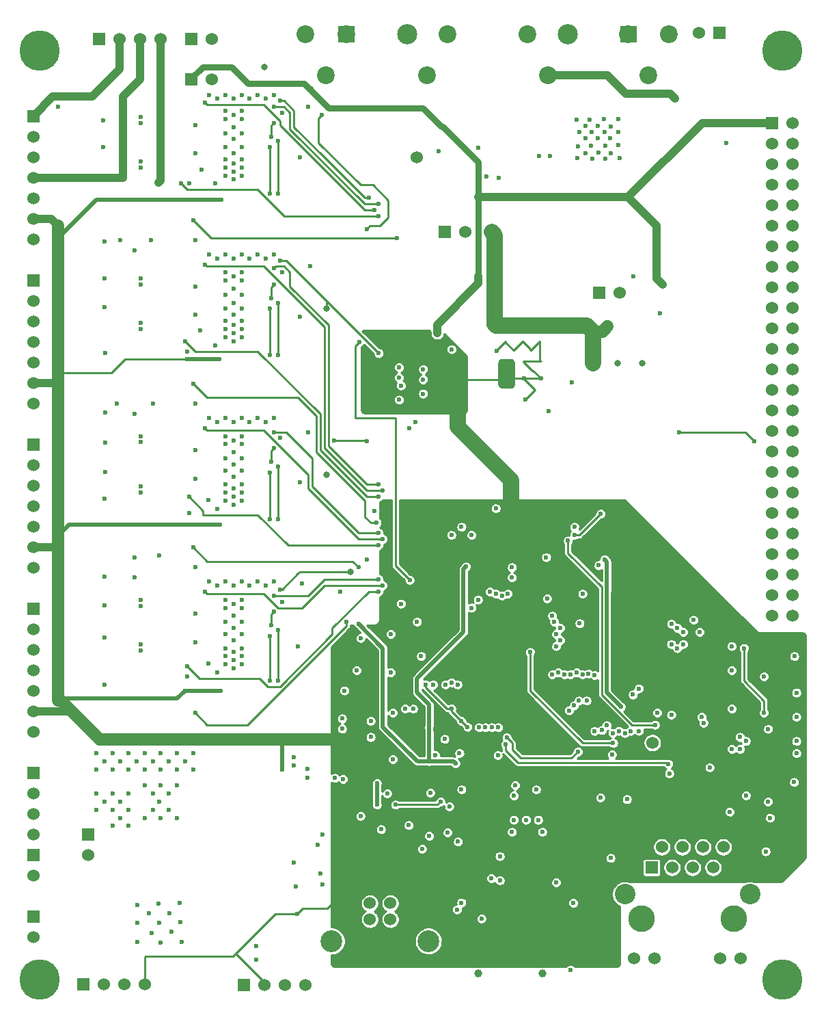
<source format=gbr>
G04 (created by PCBNEW (2013-05-18 BZR 4017)-stable) date Tue 18 Aug 2015 17:11:56 BST*
%MOIN*%
G04 Gerber Fmt 3.4, Leading zero omitted, Abs format*
%FSLAX34Y34*%
G01*
G70*
G90*
G04 APERTURE LIST*
%ADD10C,0.00590551*%
%ADD11C,0.0394*%
%ADD12C,0.1969*%
%ADD13R,0.06X0.06*%
%ADD14C,0.06*%
%ADD15C,0.1299*%
%ADD16C,0.1*%
%ADD17C,0.0315*%
%ADD18R,0.0787X0.0787*%
%ADD19C,0.0984*%
%ADD20C,0.1063*%
%ADD21C,0.0866*%
%ADD22C,0.0236*%
%ADD23C,0.01*%
%ADD24C,0.08*%
%ADD25C,0.04*%
%ADD26C,0.06*%
%ADD27C,0.02*%
%ADD28C,0.03*%
G04 APERTURE END LIST*
G54D10*
G54D11*
X24140Y1870D03*
X27282Y1870D03*
G54D12*
X2754Y1575D03*
G54D13*
X2429Y43625D03*
G54D14*
X2429Y42625D03*
X2429Y41625D03*
X2429Y40625D03*
X2429Y39625D03*
X2429Y38625D03*
X2429Y37625D03*
G54D13*
X2429Y35625D03*
G54D14*
X2429Y34625D03*
X2429Y33625D03*
X2429Y32625D03*
X2429Y31625D03*
X2429Y30625D03*
X2429Y29625D03*
G54D13*
X2429Y27625D03*
G54D14*
X2429Y26625D03*
X2429Y25625D03*
X2429Y24625D03*
X2429Y23625D03*
X2429Y22625D03*
X2429Y21625D03*
G54D13*
X2429Y19625D03*
G54D14*
X2429Y18625D03*
X2429Y17625D03*
X2429Y16625D03*
X2429Y15625D03*
X2429Y14625D03*
X2429Y13625D03*
G54D13*
X35900Y47688D03*
G54D14*
X34900Y47688D03*
G54D13*
X38474Y43299D03*
G54D14*
X39474Y43299D03*
X38474Y38299D03*
X39474Y42299D03*
X38474Y37299D03*
X39474Y41299D03*
X38474Y36299D03*
X39474Y40299D03*
X38474Y35299D03*
X39474Y39299D03*
X38474Y34299D03*
X39474Y38299D03*
X38474Y33299D03*
X39474Y37299D03*
X38474Y32299D03*
X39474Y36299D03*
X38474Y31299D03*
X39474Y35299D03*
X38474Y30299D03*
X39474Y34299D03*
X38474Y29299D03*
X39474Y33299D03*
X38474Y28299D03*
X39474Y32299D03*
X39474Y31299D03*
X38474Y27299D03*
X39474Y30299D03*
X39474Y28299D03*
X39474Y27299D03*
X39474Y26299D03*
X39474Y25299D03*
X38474Y26299D03*
X38474Y25299D03*
X38474Y42299D03*
X38474Y41299D03*
X38474Y40299D03*
X38474Y39299D03*
X38474Y24299D03*
X39474Y24299D03*
X39474Y29299D03*
X38474Y23299D03*
X39474Y23299D03*
X38474Y22299D03*
X39474Y22299D03*
X38474Y21299D03*
X39474Y21299D03*
X38474Y20299D03*
X39474Y20299D03*
X38474Y19299D03*
X39474Y19299D03*
G54D15*
X32098Y4528D03*
X36598Y4528D03*
G54D14*
X36098Y8028D03*
X35600Y7028D03*
X35098Y8028D03*
X34600Y7028D03*
X34098Y8028D03*
X33600Y7028D03*
X33098Y8028D03*
G54D16*
X31298Y5729D03*
X37398Y5728D03*
G54D14*
X35956Y2599D03*
X32740Y2599D03*
X36956Y2599D03*
X31740Y2599D03*
G54D13*
X32600Y7028D03*
G54D17*
X16730Y26181D03*
X13700Y46038D03*
X16730Y34252D03*
X17900Y21438D03*
G54D13*
X30050Y35038D03*
G54D14*
X31050Y35038D03*
X32638Y13104D03*
X21148Y41630D03*
G54D13*
X22500Y37988D03*
G54D14*
X23500Y37988D03*
G54D13*
X4888Y1328D03*
G54D14*
X5888Y1328D03*
X6888Y1328D03*
X7888Y1328D03*
G54D12*
X38974Y46850D03*
X38974Y1575D03*
X2754Y46850D03*
G54D13*
X2429Y11625D03*
G54D14*
X2429Y10625D03*
X2429Y9625D03*
X2429Y8625D03*
G54D13*
X2429Y7625D03*
G54D14*
X2429Y6625D03*
G54D13*
X2429Y4625D03*
G54D14*
X2429Y3625D03*
G54D18*
X31476Y47638D03*
G54D19*
X28524Y47638D03*
G54D18*
X17715Y47638D03*
G54D19*
X20667Y47638D03*
G54D13*
X5650Y47388D03*
G54D14*
X6650Y47388D03*
X7650Y47388D03*
X8650Y47388D03*
G54D13*
X10150Y47388D03*
G54D14*
X11150Y47388D03*
G54D13*
X10150Y45438D03*
G54D14*
X11150Y45438D03*
X19850Y5288D03*
X18850Y5288D03*
X18850Y4501D03*
X19850Y4501D03*
G54D20*
X21712Y3438D03*
X16988Y3438D03*
G54D13*
X5100Y8638D03*
G54D14*
X5100Y7638D03*
G54D13*
X12700Y1288D03*
G54D14*
X13700Y1288D03*
X14700Y1288D03*
X15700Y1288D03*
G54D17*
X32150Y31588D03*
X30950Y31588D03*
X29750Y31588D03*
G54D21*
X32450Y45638D03*
X33450Y47638D03*
X31450Y47638D03*
X27550Y45638D03*
X28550Y47638D03*
X26550Y47638D03*
X16700Y45638D03*
X17700Y47638D03*
X15700Y47638D03*
X21650Y45638D03*
X22650Y47638D03*
X20650Y47638D03*
G54D22*
X22700Y7388D03*
X33000Y34038D03*
X25293Y9350D03*
X25648Y6496D03*
X27655Y9350D03*
X27262Y8071D03*
X26868Y7579D03*
X27655Y6398D03*
X30411Y4626D03*
X23375Y9725D03*
X23817Y8465D03*
X24112Y7776D03*
X39663Y13780D03*
X31159Y10650D03*
X33462Y13583D03*
X36218Y11319D03*
X39663Y14961D03*
X37399Y17323D03*
X33955Y15453D03*
X33561Y15846D03*
X22144Y9744D03*
X22045Y13780D03*
X18900Y29438D03*
X23129Y30807D03*
X25270Y30882D03*
X25742Y30890D03*
X25522Y30579D03*
X25289Y31630D03*
X26435Y29827D03*
X18896Y32087D03*
X20176Y32480D03*
X20372Y12303D03*
X22833Y12697D03*
X23620Y12106D03*
X31396Y15157D03*
X29722Y21555D03*
X23029Y21772D03*
X11569Y15650D03*
X27195Y30862D03*
X25057Y32213D03*
X26360Y30854D03*
X13974Y24016D03*
X13974Y18307D03*
X11605Y39567D03*
X21750Y9744D03*
X9840Y15650D03*
X14565Y11811D03*
X13974Y34252D03*
X11529Y23720D03*
X14368Y18602D03*
X14565Y43799D03*
X14368Y31988D03*
X14466Y27953D03*
X15297Y4752D03*
X13974Y42126D03*
X13974Y26280D03*
X14368Y34547D03*
X14368Y24016D03*
X14368Y42421D03*
X14368Y26575D03*
X13974Y16142D03*
X14565Y19980D03*
X13974Y31988D03*
X13974Y39862D03*
X11506Y31791D03*
X22207Y41933D03*
X32911Y10591D03*
X9742Y23720D03*
X14368Y16142D03*
X14565Y36024D03*
X9840Y39567D03*
X9939Y31791D03*
X14368Y39862D03*
X33150Y35438D03*
X17150Y11388D03*
X15800Y11388D03*
X22350Y43138D03*
X24148Y35480D03*
X22139Y33470D03*
X22144Y33071D03*
X24159Y35846D03*
X23541Y21693D03*
X21750Y12205D03*
X31100Y14862D03*
X21750Y13878D03*
X18305Y18898D03*
X30313Y22047D03*
X23029Y12106D03*
X28640Y16437D03*
X29525Y16476D03*
X29821Y16398D03*
X16550Y6188D03*
X25531Y13366D03*
X29014Y12677D03*
X28581Y14685D03*
X30600Y7488D03*
X28817Y14921D03*
X28344Y16437D03*
X30334Y41563D03*
X29709Y41581D03*
X29691Y42859D03*
X30991Y42224D03*
X29367Y41846D03*
X28966Y41599D03*
X30622Y41851D03*
X30591Y42566D03*
X29385Y42553D03*
X29065Y42859D03*
X30622Y43151D03*
X30973Y43498D03*
X29020Y42184D03*
X29655Y42206D03*
X30271Y43489D03*
X30969Y42868D03*
X29380Y43169D03*
X30010Y41860D03*
X31032Y41590D03*
X29574Y43471D03*
X30334Y42197D03*
X28948Y43484D03*
X30303Y42863D03*
X29992Y43178D03*
X29968Y42559D03*
X28525Y22953D03*
X32768Y13982D03*
X18896Y13386D03*
X20962Y14764D03*
X18896Y14173D03*
X20569Y14764D03*
X16550Y8638D03*
X17500Y13788D03*
X17500Y14288D03*
X16300Y8138D03*
X5510Y12598D03*
X6298Y9843D03*
X8659Y12598D03*
X7085Y9843D03*
X9447Y11811D03*
X6691Y9449D03*
X7872Y11811D03*
X8659Y11024D03*
X8659Y11811D03*
X8266Y12205D03*
X5903Y12205D03*
X6691Y10236D03*
X9447Y11024D03*
X6297Y9055D03*
X7872Y9449D03*
X7478Y12205D03*
X8266Y10630D03*
X5510Y10630D03*
X7085Y10630D03*
X9840Y12205D03*
X10234Y12598D03*
X7872Y11024D03*
X8266Y9843D03*
X9447Y12598D03*
X6297Y10630D03*
X7085Y12598D03*
X6297Y12598D03*
X5903Y10236D03*
X7085Y11811D03*
X9053Y10630D03*
X7085Y9055D03*
X9053Y9843D03*
X6297Y11811D03*
X6691Y12205D03*
X8659Y9449D03*
X8561Y10236D03*
X7872Y12598D03*
X10234Y11811D03*
X9447Y9449D03*
X5510Y11811D03*
X5510Y9843D03*
X9053Y12205D03*
X10825Y20472D03*
X19486Y20768D03*
X19289Y20472D03*
X9939Y16831D03*
X19700Y10638D03*
X15800Y11838D03*
X14466Y20571D03*
X19289Y21063D03*
X14171Y20276D03*
X17714Y18996D03*
X10333Y14567D03*
X23108Y4980D03*
X38088Y14567D03*
X37104Y17717D03*
X29230Y20374D03*
X38285Y13780D03*
X38088Y16339D03*
X34939Y18504D03*
X34644Y19094D03*
X39663Y15551D03*
X33856Y17717D03*
X33856Y18701D03*
X33561Y18898D03*
X33561Y17913D03*
X34151Y17913D03*
X34151Y18504D03*
X30100Y10438D03*
X27500Y20138D03*
X9660Y3388D03*
X8640Y3378D03*
X8563Y4331D03*
X7520Y4348D03*
X8220Y3848D03*
X8080Y4818D03*
X8540Y5268D03*
X9570Y5288D03*
X9090Y4818D03*
X9190Y3918D03*
X9600Y4378D03*
X7520Y5188D03*
X7500Y3388D03*
X18400Y9538D03*
X22732Y10004D03*
X23226Y12598D03*
X15254Y6102D03*
X31700Y35838D03*
X36250Y42338D03*
X19400Y8888D03*
X17550Y11338D03*
X27592Y29252D03*
X24150Y42088D03*
X27065Y9350D03*
X31691Y15453D03*
X33561Y14469D03*
X32872Y14567D03*
X23305Y14173D03*
X22833Y14764D03*
X21573Y15945D03*
X29090Y18923D03*
X11809Y17323D03*
X11809Y20079D03*
X11809Y25295D03*
X12200Y27851D03*
X11809Y27657D03*
X11809Y28051D03*
X11809Y33268D03*
X11809Y35630D03*
X11809Y36024D03*
X12201Y35825D03*
X20372Y19882D03*
X15352Y17815D03*
X21456Y30807D03*
X15451Y33858D03*
X15451Y41634D03*
X23325Y5315D03*
X28640Y2047D03*
X39565Y17323D03*
X39663Y14370D03*
X36514Y14764D03*
X39663Y12598D03*
X39663Y13189D03*
X39550Y11188D03*
X38167Y7815D03*
X38384Y9449D03*
X37203Y10531D03*
X36415Y9744D03*
X35431Y11909D03*
X33462Y11614D03*
X28777Y5295D03*
X27262Y8760D03*
X26474Y9350D03*
X24782Y6496D03*
X19978Y12303D03*
X25884Y9350D03*
X23325Y10827D03*
X21800Y10666D03*
X23620Y13878D03*
X22045Y12500D03*
X19978Y14567D03*
X19880Y16535D03*
X18207Y16634D03*
X7675Y19783D03*
X18403Y18209D03*
X19880Y18406D03*
X21356Y17323D03*
X30018Y21752D03*
X17419Y20472D03*
X24132Y20079D03*
X18699Y22047D03*
X22833Y23228D03*
X19092Y24409D03*
X11809Y24902D03*
X22844Y32280D03*
X20273Y29823D03*
X21456Y31299D03*
X20273Y31398D03*
X27100Y41688D03*
X11809Y41142D03*
X11415Y44488D03*
X3650Y44088D03*
X27650Y41688D03*
X24550Y40688D03*
X25150Y40638D03*
X5900Y21188D03*
X5900Y19788D03*
X5900Y18238D03*
X5900Y15938D03*
X7675Y27756D03*
X5950Y29188D03*
X5950Y27738D03*
X5950Y26288D03*
X5900Y24988D03*
X7675Y35728D03*
X5900Y35738D03*
X5900Y34338D03*
X5950Y32088D03*
X5900Y37538D03*
X6691Y37598D03*
X5850Y42138D03*
X7675Y43602D03*
X5850Y43438D03*
X12596Y40748D03*
X7675Y41437D03*
X15155Y12008D03*
X11809Y44685D03*
X12596Y27657D03*
X12200Y16735D03*
X12596Y16929D03*
X11809Y34252D03*
X12596Y28051D03*
X21455Y30118D03*
X38285Y10236D03*
X15155Y7283D03*
X12596Y41535D03*
X12596Y17323D03*
X12596Y33268D03*
X13384Y20965D03*
X7675Y28051D03*
X7675Y17618D03*
X13777Y20768D03*
X12596Y42126D03*
X12203Y19291D03*
X12596Y20079D03*
X11415Y20768D03*
X13384Y36909D03*
X28718Y30657D03*
X12203Y26673D03*
X8561Y22244D03*
X12202Y40945D03*
X12201Y33071D03*
X11809Y26969D03*
X11022Y28937D03*
X11809Y33661D03*
X12203Y20768D03*
X12596Y25295D03*
X13777Y44488D03*
X12200Y17520D03*
X12202Y41339D03*
X14171Y36909D03*
X11418Y28737D03*
X15451Y25787D03*
X12990Y20768D03*
X23325Y23622D03*
X11809Y20965D03*
X7675Y41142D03*
X7380Y21161D03*
X11809Y41535D03*
X12596Y18996D03*
X7675Y35433D03*
X10037Y24311D03*
X11809Y43898D03*
X12203Y35236D03*
X13777Y36713D03*
X12200Y25492D03*
X15943Y36319D03*
X7675Y43307D03*
X14171Y20965D03*
X12596Y43898D03*
X12201Y33465D03*
X8167Y37598D03*
X12596Y33661D03*
X11809Y25689D03*
X12596Y26969D03*
X7380Y37106D03*
X11022Y44685D03*
X11809Y42126D03*
X7675Y25295D03*
X11022Y36909D03*
X12596Y26378D03*
X12596Y20965D03*
X12990Y44488D03*
X7675Y33563D03*
X15844Y28248D03*
X12202Y43700D03*
X12201Y36711D03*
X11809Y18996D03*
X11415Y36713D03*
X12596Y41142D03*
X12990Y28740D03*
X10037Y40354D03*
X11809Y16929D03*
X11809Y28937D03*
X14171Y28937D03*
X11809Y42815D03*
X12596Y17717D03*
X12203Y41831D03*
X12200Y24708D03*
X7675Y20079D03*
X12596Y24902D03*
X12203Y34547D03*
X12596Y18406D03*
X7380Y29134D03*
X15549Y20866D03*
X11809Y26378D03*
X12596Y28937D03*
X12596Y36024D03*
X12990Y36713D03*
X6494Y29626D03*
X12203Y27264D03*
X14171Y44685D03*
X12596Y44685D03*
X11809Y36909D03*
X12596Y32874D03*
X17616Y15650D03*
X12596Y35630D03*
X13384Y28937D03*
X7675Y33268D03*
X12202Y40552D03*
X12596Y34252D03*
X9939Y16339D03*
X12596Y34941D03*
X13384Y44685D03*
X12203Y18701D03*
X12203Y42520D03*
X12203Y43110D03*
X11809Y43504D03*
X12203Y33957D03*
X12596Y36909D03*
X12596Y42815D03*
X9939Y32185D03*
X12203Y26083D03*
X7380Y22146D03*
X11809Y19685D03*
X11022Y20965D03*
X15844Y44094D03*
X15155Y12402D03*
X12200Y28737D03*
X11809Y32874D03*
X8266Y29626D03*
X12200Y17126D03*
X11809Y34941D03*
X12201Y32679D03*
X13777Y28740D03*
X12200Y25098D03*
X11809Y18406D03*
X12596Y25689D03*
X12202Y44487D03*
X7675Y25591D03*
X12203Y18110D03*
X12203Y19882D03*
X12596Y43504D03*
X7675Y17913D03*
X12596Y19685D03*
X11809Y40748D03*
X11809Y17717D03*
X25195Y6398D03*
X25195Y7579D03*
X31986Y13681D03*
X31986Y15748D03*
X27951Y6299D03*
X14171Y43307D03*
X14053Y42638D03*
X14053Y18819D03*
X14171Y19488D03*
X14171Y35433D03*
X14053Y34764D03*
X14171Y27461D03*
X14053Y26791D03*
X36907Y12795D03*
X35136Y14075D03*
X36514Y16634D03*
X36514Y17815D03*
X35037Y14370D03*
X37203Y13189D03*
X36514Y12795D03*
X36907Y13386D03*
X22833Y16043D03*
X21750Y8563D03*
X21400Y7938D03*
X21947Y15945D03*
X20750Y9088D03*
X22537Y15945D03*
X25470Y13030D03*
X33423Y12067D03*
X24998Y20374D03*
X24703Y20472D03*
X28836Y23622D03*
X27459Y22146D03*
X27754Y16437D03*
X33950Y28238D03*
X37600Y27814D03*
X28049Y16535D03*
X29053Y15157D03*
X29427Y15157D03*
X29821Y13681D03*
X30175Y13720D03*
X30411Y13957D03*
X30707Y13583D03*
X31002Y13681D03*
X31297Y13583D03*
X31592Y13681D03*
X24171Y13858D03*
X27754Y19291D03*
X24486Y13858D03*
X24801Y13858D03*
X25116Y13858D03*
X25096Y12500D03*
X18350Y32638D03*
X18700Y38138D03*
X16500Y43688D03*
X20800Y21038D03*
X13300Y3188D03*
X16450Y6738D03*
X23150Y8288D03*
X13300Y2538D03*
X22650Y8738D03*
X23128Y15945D03*
X25785Y21654D03*
X25588Y20374D03*
X27951Y17815D03*
X28148Y18110D03*
X28148Y18701D03*
X27852Y18996D03*
X27951Y18406D03*
X20766Y28445D03*
X23817Y19685D03*
X23817Y23228D03*
X20273Y30906D03*
X29230Y16437D03*
X21061Y28740D03*
X20372Y30512D03*
X28935Y16535D03*
X25785Y21161D03*
X25293Y20276D03*
X22300Y10238D03*
X20100Y10088D03*
X22500Y13288D03*
X25950Y11038D03*
X24300Y4538D03*
X21159Y18996D03*
X24998Y24528D03*
X19200Y10088D03*
X19200Y11138D03*
X25884Y10531D03*
X25785Y8760D03*
X31396Y10354D03*
X26966Y10827D03*
X30118Y24264D03*
X28836Y23228D03*
X30667Y12539D03*
X30450Y33388D03*
X24800Y37988D03*
X33750Y44488D03*
X10334Y41829D03*
X10333Y18012D03*
X10333Y19390D03*
X10579Y33218D03*
X10333Y25984D03*
X11317Y32480D03*
X10333Y35335D03*
X10333Y27362D03*
X10333Y37598D03*
X10972Y16978D03*
X11415Y24508D03*
X10333Y43209D03*
X10333Y33957D03*
X11317Y40354D03*
X11415Y16535D03*
X10333Y29626D03*
X10972Y24951D03*
X10333Y21654D03*
X10628Y41043D03*
X10825Y28445D03*
X19486Y23031D03*
X10037Y25098D03*
X19289Y22736D03*
X17100Y27838D03*
X18700Y27788D03*
X19289Y23327D03*
X14171Y28248D03*
X10234Y22638D03*
X18305Y21654D03*
X19486Y25394D03*
X10825Y36417D03*
X19289Y25098D03*
X9840Y32677D03*
X19289Y32087D03*
X14466Y36614D03*
X19289Y25689D03*
X14171Y36220D03*
X10234Y30610D03*
X19191Y23819D03*
X10825Y44291D03*
X19092Y39075D03*
X9644Y40354D03*
X19289Y38780D03*
X8550Y40388D03*
X14466Y44390D03*
X18797Y39665D03*
X14171Y44094D03*
X19289Y39370D03*
X10234Y38583D03*
X20175Y37697D03*
X30726Y13091D03*
X26671Y17520D03*
G54D23*
X13700Y1288D02*
X13700Y1438D01*
X13700Y1438D02*
X12312Y2825D01*
X7888Y1328D02*
X7888Y2676D01*
X7900Y2688D02*
X12175Y2688D01*
X7888Y2676D02*
X7900Y2688D01*
X23375Y9725D02*
X22163Y9725D01*
X22163Y9725D02*
X22144Y9744D01*
X18850Y7238D02*
X18850Y7088D01*
X18850Y7088D02*
X16782Y5020D01*
X23817Y8465D02*
X23777Y8465D01*
X23777Y8465D02*
X22700Y7388D01*
X18850Y7138D02*
X18850Y7238D01*
X18850Y7238D02*
X18850Y7438D01*
X18850Y7329D02*
X18850Y7438D01*
X18850Y7438D02*
X18850Y11488D01*
X18850Y11488D02*
X19000Y11638D01*
X18850Y7270D02*
X18850Y7138D01*
X39142Y13780D02*
X39142Y12830D01*
X37631Y11319D02*
X36218Y11319D01*
X39142Y12830D02*
X37631Y11319D01*
X23817Y8465D02*
X24408Y8465D01*
X24408Y8465D02*
X25293Y9350D01*
X24112Y7776D02*
X24162Y7776D01*
X25156Y6988D02*
X25648Y6496D01*
X24950Y6988D02*
X25156Y6988D01*
X24162Y7776D02*
X24950Y6988D01*
X25648Y6496D02*
X26432Y6496D01*
X26432Y6496D02*
X27262Y7326D01*
X27262Y8071D02*
X27262Y7326D01*
X27262Y7326D02*
X27250Y7338D01*
X27655Y9350D02*
X27655Y8464D01*
X27655Y8464D02*
X27262Y8071D01*
X26868Y7579D02*
X27009Y7579D01*
X27009Y7579D02*
X27250Y7338D01*
X27250Y7338D02*
X27750Y6838D01*
X30411Y4626D02*
X30411Y5277D01*
X27655Y6743D02*
X27655Y6398D01*
X27900Y6988D02*
X27750Y6838D01*
X27750Y6838D02*
X27655Y6743D01*
X28700Y6988D02*
X27900Y6988D01*
X30411Y5277D02*
X28700Y6988D01*
X23375Y9725D02*
X23375Y10263D01*
X23375Y10263D02*
X23550Y10438D01*
X23817Y8465D02*
X23817Y9283D01*
X23817Y9283D02*
X23375Y9725D01*
X24112Y7776D02*
X24112Y8170D01*
X24112Y8170D02*
X23817Y8465D01*
X15565Y5020D02*
X16782Y5020D01*
X15297Y4752D02*
X15565Y5020D01*
X33955Y15453D02*
X33955Y13583D01*
X34000Y13538D02*
X34000Y13583D01*
X33955Y13583D02*
X34000Y13538D01*
X39663Y13780D02*
X39142Y13780D01*
X39100Y13822D02*
X39100Y15238D01*
X39142Y13780D02*
X39100Y13822D01*
X31159Y10650D02*
X31262Y10650D01*
X32714Y10788D02*
X32911Y10591D01*
X31400Y10788D02*
X32714Y10788D01*
X31262Y10650D02*
X31400Y10788D01*
X36218Y11319D02*
X34881Y11319D01*
X34881Y11319D02*
X34153Y10591D01*
X34153Y10591D02*
X32911Y10591D01*
X36218Y11319D02*
X36218Y12120D01*
X34755Y13583D02*
X34000Y13583D01*
X36218Y12120D02*
X34755Y13583D01*
X34000Y13583D02*
X33462Y13583D01*
X39663Y14961D02*
X39377Y14961D01*
X38415Y17323D02*
X37399Y17323D01*
X38550Y17188D02*
X38415Y17323D01*
X38550Y15788D02*
X38550Y17188D01*
X39377Y14961D02*
X39100Y15238D01*
X39100Y15238D02*
X38550Y15788D01*
X33561Y15846D02*
X33561Y16477D01*
X33500Y16538D02*
X31396Y16538D01*
X33561Y16477D02*
X33500Y16538D01*
X33561Y15846D02*
X33562Y15846D01*
X33562Y15846D02*
X33955Y15453D01*
X24350Y10928D02*
X23620Y11658D01*
X23550Y10438D02*
X24050Y10438D01*
X24050Y10438D02*
X24350Y10738D01*
X24350Y10738D02*
X24350Y10928D01*
X22045Y13780D02*
X22758Y13780D01*
X22758Y13780D02*
X23450Y13088D01*
X18896Y29442D02*
X18896Y32087D01*
X18900Y29438D02*
X18896Y29442D01*
G54D24*
X23129Y30807D02*
X23129Y28509D01*
X25750Y25888D02*
X25750Y24738D01*
X23129Y28509D02*
X25750Y25888D01*
G54D23*
X25750Y24738D02*
X25750Y24607D01*
X25750Y24607D02*
X25750Y23338D01*
X30197Y23141D02*
X30750Y23694D01*
X30450Y24738D02*
X25750Y24738D01*
X30750Y24438D02*
X30450Y24738D01*
X30750Y23694D02*
X30750Y24438D01*
X20176Y32480D02*
X21456Y32480D01*
X21456Y32480D02*
X23129Y30807D01*
X25522Y30579D02*
X25522Y30670D01*
X25522Y30670D02*
X25742Y30890D01*
X25522Y30579D02*
X25522Y30630D01*
X25522Y30630D02*
X25270Y30882D01*
X23129Y30807D02*
X25195Y30807D01*
X25195Y30807D02*
X25270Y30882D01*
X25746Y31626D02*
X25293Y31626D01*
X25742Y30988D02*
X25498Y31232D01*
X25742Y30890D02*
X25742Y30988D01*
X25498Y31378D02*
X25746Y31626D01*
X25498Y31232D02*
X25498Y31378D01*
X25293Y31626D02*
X25289Y31630D01*
X26360Y30854D02*
X25778Y30854D01*
X25778Y30854D02*
X25742Y30890D01*
X26903Y30299D02*
X26903Y30295D01*
X26903Y30295D02*
X26435Y29827D01*
X26360Y30854D02*
X26360Y30842D01*
X26360Y30842D02*
X26903Y30299D01*
X27195Y30862D02*
X26368Y30862D01*
X26368Y30862D02*
X26360Y30854D01*
X26773Y31236D02*
X26821Y31236D01*
X26821Y31236D02*
X27195Y30862D01*
X26333Y31717D02*
X26333Y31676D01*
X26333Y31676D02*
X26773Y31236D01*
X27195Y31709D02*
X26341Y31709D01*
X26341Y31709D02*
X26333Y31717D01*
X27159Y32661D02*
X27159Y31745D01*
X27159Y31745D02*
X27195Y31709D01*
X26683Y32228D02*
X26726Y32228D01*
X26726Y32228D02*
X27159Y32661D01*
X26309Y32685D02*
X26309Y32679D01*
X26683Y32305D02*
X26683Y32228D01*
X26309Y32679D02*
X26683Y32305D01*
X25864Y32232D02*
X25864Y32240D01*
X25864Y32240D02*
X26309Y32685D01*
X25490Y32657D02*
X25490Y32606D01*
X25490Y32606D02*
X25864Y32232D01*
X25057Y32213D02*
X25057Y32224D01*
X25057Y32224D02*
X25490Y32657D01*
X18896Y32087D02*
X18896Y31692D01*
X19434Y31738D02*
X20176Y32480D01*
X18942Y31738D02*
X19434Y31738D01*
X18896Y31692D02*
X18942Y31738D01*
X20300Y11638D02*
X19000Y11638D01*
X19000Y11638D02*
X17550Y11638D01*
X17550Y11638D02*
X17450Y11738D01*
X17450Y11738D02*
X17450Y13268D01*
X20300Y11638D02*
X20300Y12231D01*
X23620Y11658D02*
X23600Y11638D01*
X23600Y11638D02*
X20300Y11638D01*
X23620Y11658D02*
X23620Y12106D01*
X20300Y12231D02*
X20372Y12303D01*
X22833Y12697D02*
X22833Y12971D01*
X22833Y12971D02*
X22950Y13088D01*
X22950Y13088D02*
X23450Y13088D01*
X23700Y13088D02*
X24151Y12637D01*
X23450Y13088D02*
X23700Y13088D01*
X25100Y13388D02*
X24902Y13388D01*
X25750Y23338D02*
X25750Y23188D01*
X25550Y14338D02*
X25550Y13838D01*
X25550Y17888D02*
X25550Y14338D01*
X26900Y19238D02*
X25550Y17888D01*
X26900Y22038D02*
X26900Y19238D01*
X25750Y23188D02*
X26900Y22038D01*
X25100Y13388D02*
X25550Y13838D01*
X24902Y13388D02*
X24151Y12637D01*
X24151Y12637D02*
X23620Y12106D01*
X31396Y15157D02*
X31396Y16538D01*
X31396Y16538D02*
X31396Y21942D01*
X31396Y21942D02*
X30197Y23141D01*
X29722Y21555D02*
X29722Y22666D01*
X29722Y22666D02*
X30197Y23141D01*
X23029Y21772D02*
X23029Y21967D01*
X24900Y22488D02*
X25750Y23338D01*
X23550Y22488D02*
X24900Y22488D01*
X23029Y21967D02*
X23550Y22488D01*
G54D25*
X2429Y14625D02*
X4309Y14625D01*
X4400Y14588D02*
X4400Y14534D01*
X4346Y14588D02*
X4400Y14588D01*
X4309Y14625D02*
X4346Y14588D01*
X2429Y22625D02*
X3640Y22625D01*
X2429Y30625D02*
X3625Y30625D01*
X3625Y30625D02*
X3640Y30610D01*
G54D23*
X9939Y31791D02*
X6903Y31791D01*
X6254Y31142D02*
X3640Y31142D01*
X6903Y31791D02*
X6254Y31142D01*
G54D25*
X2429Y38625D02*
X3302Y38625D01*
G54D26*
X3640Y37996D02*
X3640Y37713D01*
X3640Y38287D02*
X3640Y37996D01*
G54D25*
X3302Y38625D02*
X3640Y38287D01*
G54D26*
X3640Y29134D02*
X3640Y25098D01*
G54D27*
X9447Y15256D02*
X3640Y15256D01*
G54D26*
X3640Y15256D02*
X3678Y15256D01*
G54D27*
X11529Y23720D02*
X9742Y23720D01*
X4183Y23720D02*
X3640Y23177D01*
G54D26*
X3640Y15256D02*
X3640Y15157D01*
G54D23*
X13974Y16142D02*
X13974Y18307D01*
G54D27*
X9840Y15650D02*
X11569Y15650D01*
X9840Y15650D02*
X9840Y15649D01*
G54D26*
X3640Y30118D02*
X3640Y29134D01*
X3640Y25098D02*
X3640Y23177D01*
X14565Y13268D02*
X17450Y13268D01*
X17450Y13268D02*
X17478Y13268D01*
G54D23*
X14239Y4752D02*
X15297Y4752D01*
G54D27*
X5494Y39567D02*
X3640Y37713D01*
G54D23*
X12175Y2688D02*
X12312Y2825D01*
X12312Y2825D02*
X14239Y4752D01*
G54D26*
X3640Y30610D02*
X3640Y30118D01*
X3640Y33169D02*
X3640Y33110D01*
X3640Y33110D02*
X3640Y31142D01*
X3640Y37713D02*
X3640Y33169D01*
G54D23*
X14368Y24016D02*
X14368Y26575D01*
G54D26*
X3640Y22625D02*
X3640Y22146D01*
G54D23*
X13974Y24016D02*
X13974Y26280D01*
X13974Y39862D02*
X13974Y42126D01*
G54D26*
X3640Y30625D02*
X3640Y30610D01*
X3640Y23177D02*
X3640Y22625D01*
X3640Y22146D02*
X3640Y21142D01*
G54D27*
X3660Y25118D02*
X3640Y25098D01*
G54D23*
X14368Y31988D02*
X14368Y34547D01*
G54D26*
X5666Y13268D02*
X14565Y13268D01*
G54D27*
X9840Y39567D02*
X5494Y39567D01*
G54D23*
X14368Y16142D02*
X14368Y18602D01*
G54D26*
X3640Y21142D02*
X3640Y15256D01*
X3678Y15256D02*
X4400Y14534D01*
X4400Y14534D02*
X5666Y13268D01*
G54D27*
X11605Y39567D02*
X9840Y39567D01*
X11506Y31791D02*
X9939Y31791D01*
G54D26*
X3640Y31142D02*
X3640Y30610D01*
G54D27*
X9840Y15649D02*
X9447Y15256D01*
G54D23*
X13974Y31988D02*
X13974Y34252D01*
G54D27*
X14565Y13268D02*
X14565Y11811D01*
X9742Y23720D02*
X4183Y23720D01*
G54D23*
X14368Y39862D02*
X14368Y42421D01*
G54D25*
X38474Y43299D02*
X35061Y43299D01*
X35061Y43299D02*
X31450Y39688D01*
X31450Y39688D02*
X24157Y39688D01*
X32850Y38288D02*
X31450Y39688D01*
X32850Y35738D02*
X32850Y38288D01*
X33150Y35438D02*
X32850Y35738D01*
G54D28*
X10700Y46038D02*
X12100Y46038D01*
X10150Y45438D02*
X10150Y45488D01*
X10150Y45488D02*
X10700Y46038D01*
X15650Y45238D02*
X16150Y44738D01*
X12900Y45238D02*
X15650Y45238D01*
X12100Y46038D02*
X12900Y45238D01*
X21250Y44038D02*
X21450Y44038D01*
X21450Y44038D02*
X21950Y43538D01*
X16850Y44038D02*
X21250Y44038D01*
X16150Y44738D02*
X16850Y44038D01*
X21950Y43538D02*
X22350Y43138D01*
X15900Y44988D02*
X16150Y44738D01*
X24157Y41395D02*
X24157Y39688D01*
X24157Y39688D02*
X24157Y35847D01*
X24157Y35847D02*
X24159Y35846D01*
X22350Y43138D02*
X22415Y43138D01*
X22415Y43138D02*
X24157Y41395D01*
G54D27*
X24157Y41395D02*
X24159Y41394D01*
G54D23*
X22350Y43138D02*
X22334Y43122D01*
G54D25*
X22139Y33470D02*
X24159Y35490D01*
X24159Y35490D02*
X24159Y35846D01*
X22139Y33470D02*
X22139Y33470D01*
G54D23*
X22431Y43122D02*
X24159Y41394D01*
G54D25*
X22139Y33470D02*
X22144Y33070D01*
G54D23*
X24159Y41394D02*
X24159Y35846D01*
G54D27*
X30407Y15555D02*
X30407Y20468D01*
X19486Y13879D02*
X19486Y17717D01*
X30411Y21949D02*
X30313Y22047D01*
X19486Y17717D02*
X18305Y18898D01*
X21750Y12205D02*
X21750Y13878D01*
X21159Y16240D02*
X23423Y18504D01*
X21750Y12205D02*
X21160Y12205D01*
X22930Y12205D02*
X23029Y12106D01*
X21750Y14961D02*
X21159Y15552D01*
X23423Y18504D02*
X23423Y21575D01*
X21159Y15552D02*
X21159Y16240D01*
X30407Y20468D02*
X30411Y20472D01*
X30411Y20472D02*
X30411Y21949D01*
X21750Y13878D02*
X21750Y14961D01*
X21750Y12205D02*
X22242Y12205D01*
X22242Y12205D02*
X22930Y12205D01*
X23423Y21575D02*
X23541Y21693D01*
X21160Y12205D02*
X19486Y13879D01*
X31100Y14862D02*
X30407Y15555D01*
G54D23*
X25796Y12775D02*
X25796Y13101D01*
X26297Y12352D02*
X26219Y12352D01*
X26219Y12352D02*
X25796Y12775D01*
X25796Y13101D02*
X25531Y13366D01*
X29014Y12677D02*
X29013Y12677D01*
X29013Y12677D02*
X28688Y12352D01*
X28688Y12352D02*
X26297Y12352D01*
X26291Y12352D02*
X26273Y12352D01*
X26297Y12352D02*
X26291Y12352D01*
X30175Y20461D02*
X30175Y20693D01*
X31641Y13982D02*
X31827Y13982D01*
X28525Y22343D02*
X28525Y22953D01*
X31641Y13982D02*
X30175Y15448D01*
X30175Y20693D02*
X28525Y22343D01*
X30175Y15448D02*
X30175Y20461D01*
X32768Y13982D02*
X31827Y13982D01*
X31827Y13982D02*
X31825Y13980D01*
X13679Y20374D02*
X14368Y19685D01*
X10924Y20374D02*
X13679Y20374D01*
X10826Y20472D02*
X10924Y20374D01*
X15549Y19685D02*
X16632Y20768D01*
X16632Y20768D02*
X19486Y20768D01*
X10825Y20472D02*
X10826Y20472D01*
X14368Y19685D02*
X15549Y19685D01*
X10530Y16240D02*
X9939Y16831D01*
X13483Y16240D02*
X10530Y16240D01*
X18796Y20472D02*
X17025Y18701D01*
X19289Y20472D02*
X18796Y20472D01*
X17025Y18405D02*
X14466Y15846D01*
X14466Y15846D02*
X13877Y15846D01*
X13877Y15846D02*
X13483Y16240D01*
X17025Y18701D02*
X17025Y18405D01*
X17900Y21438D02*
X15432Y21438D01*
X14565Y20571D02*
X15352Y21358D01*
X14565Y20571D02*
X14466Y20571D01*
X15432Y21438D02*
X15352Y21358D01*
X15845Y20276D02*
X16632Y21063D01*
X16632Y21063D02*
X19289Y21063D01*
X14171Y20276D02*
X15845Y20276D01*
X10923Y13976D02*
X12891Y13976D01*
X17714Y18799D02*
X17714Y18996D01*
X10333Y14567D02*
X10333Y14566D01*
X10333Y14566D02*
X10923Y13976D01*
X12891Y13976D02*
X17714Y18799D01*
X38088Y14567D02*
X38088Y15150D01*
X37104Y16134D02*
X37104Y17717D01*
X38088Y15150D02*
X37104Y16134D01*
X23305Y14173D02*
X23325Y14173D01*
X23325Y14173D02*
X23620Y13878D01*
X22833Y14764D02*
X22833Y14645D01*
X22833Y14645D02*
X23305Y14173D01*
X21573Y15945D02*
X21573Y15815D01*
X22624Y14764D02*
X22833Y14764D01*
X21573Y15815D02*
X22624Y14764D01*
X14053Y43189D02*
X14171Y43307D01*
X14053Y42638D02*
X14053Y43189D01*
X14053Y18819D02*
X14053Y19370D01*
X14053Y19370D02*
X14171Y19488D01*
X14053Y34764D02*
X14053Y35315D01*
X14053Y35315D02*
X14171Y35433D01*
X14053Y26791D02*
X14053Y27343D01*
X14053Y27343D02*
X14171Y27461D01*
G54D25*
X7650Y47388D02*
X7650Y45438D01*
X6787Y40625D02*
X2429Y40625D01*
X6800Y40638D02*
X6787Y40625D01*
X6800Y44588D02*
X6800Y40638D01*
X7650Y45438D02*
X6800Y44588D01*
X6650Y47388D02*
X6650Y45938D01*
X3392Y44588D02*
X2429Y43625D01*
X5300Y44588D02*
X3392Y44588D01*
X6650Y45938D02*
X5300Y44588D01*
G54D23*
X26061Y12145D02*
X25470Y12736D01*
X26061Y12145D02*
X33345Y12145D01*
X33345Y12145D02*
X33423Y12067D01*
X25470Y12736D02*
X25470Y13030D01*
X37600Y27814D02*
X37176Y28238D01*
X37176Y28238D02*
X33950Y28238D01*
X16350Y42338D02*
X16350Y43538D01*
X18150Y32438D02*
X18350Y32638D01*
X18700Y38138D02*
X18850Y38288D01*
X18850Y38288D02*
X19350Y38288D01*
X19350Y38288D02*
X19750Y38688D01*
X19750Y38688D02*
X19750Y39538D01*
X19750Y39538D02*
X19000Y40288D01*
X19000Y40288D02*
X18400Y40288D01*
X18400Y40288D02*
X16350Y42338D01*
X18150Y32088D02*
X18150Y32438D01*
X16350Y43538D02*
X16500Y43688D01*
X20100Y27438D02*
X20100Y28938D01*
X20800Y21038D02*
X20100Y21738D01*
X20100Y21738D02*
X20100Y27438D01*
X18150Y28938D02*
X18150Y32088D01*
X18150Y32088D02*
X18150Y32138D01*
X20100Y28938D02*
X18150Y28938D01*
X22150Y10088D02*
X22300Y10238D01*
X20100Y10088D02*
X22150Y10088D01*
G54D27*
X19200Y11138D02*
X19200Y10088D01*
G54D23*
X28836Y23228D02*
X29082Y23228D01*
X29082Y23228D02*
X30118Y24264D01*
G54D26*
X30200Y33138D02*
X29750Y33138D01*
X30450Y33388D02*
X30200Y33138D01*
G54D24*
X29750Y31588D02*
X29750Y33138D01*
X24950Y33488D02*
X24950Y34288D01*
X25000Y33438D02*
X24950Y33488D01*
X29450Y33438D02*
X25000Y33438D01*
X29750Y33138D02*
X29450Y33438D01*
X24800Y37988D02*
X24950Y37838D01*
X24950Y37838D02*
X24950Y34288D01*
G54D25*
X31350Y44738D02*
X33500Y44738D01*
X27500Y45638D02*
X30450Y45638D01*
X30450Y45638D02*
X31350Y44738D01*
X33500Y44738D02*
X33750Y44488D01*
G54D23*
X15844Y25492D02*
X15844Y26182D01*
X10924Y28346D02*
X13680Y28346D01*
X18305Y23031D02*
X15844Y25492D01*
X10825Y28445D02*
X10924Y28346D01*
X15844Y26182D02*
X13680Y28346D01*
X19486Y23031D02*
X18305Y23031D01*
X10726Y24409D02*
X10037Y25098D01*
X14861Y22736D02*
X13384Y24213D01*
X10726Y24213D02*
X10726Y24409D01*
X19289Y22736D02*
X14861Y22736D01*
X10726Y24213D02*
X10725Y24213D01*
X13384Y24213D02*
X10726Y24213D01*
X18650Y27838D02*
X17100Y27838D01*
X18700Y27788D02*
X18650Y27838D01*
X19289Y23327D02*
X18305Y23327D01*
X16041Y25591D02*
X16041Y26969D01*
X18305Y23327D02*
X16041Y25591D01*
X14762Y28248D02*
X14171Y28248D01*
X16041Y26969D02*
X14762Y28248D01*
X10923Y21949D02*
X10234Y22638D01*
X18305Y21654D02*
X18010Y21949D01*
X18010Y21949D02*
X10923Y21949D01*
X16632Y27461D02*
X18699Y25394D01*
X10923Y36319D02*
X13679Y36319D01*
X10825Y36417D02*
X10923Y36319D01*
X18699Y25394D02*
X19486Y25394D01*
X16632Y33366D02*
X16632Y27461D01*
X13679Y36319D02*
X16632Y33366D01*
X10332Y32185D02*
X9840Y32677D01*
X18698Y25098D02*
X19289Y25098D01*
X13384Y32185D02*
X10332Y32185D01*
X16435Y29134D02*
X16435Y27361D01*
X13384Y32185D02*
X16435Y29134D01*
X16435Y27361D02*
X18698Y25098D01*
X14466Y36614D02*
X14762Y36614D01*
X14762Y36614D02*
X16730Y34646D01*
X16730Y34252D02*
X16730Y34646D01*
X16730Y34646D02*
X19289Y32087D01*
X16829Y33464D02*
X16829Y27559D01*
X14270Y36319D02*
X14663Y36319D01*
X14663Y36319D02*
X14959Y36023D01*
X14959Y35334D02*
X16829Y33464D01*
X14959Y36023D02*
X14959Y35334D01*
X14171Y36220D02*
X14270Y36319D01*
X18699Y25689D02*
X19289Y25689D01*
X16829Y27559D02*
X18699Y25689D01*
X19191Y23819D02*
X18895Y23819D01*
X15352Y29921D02*
X10923Y29921D01*
X10923Y29921D02*
X10234Y30610D01*
X16238Y29035D02*
X15352Y29921D01*
X19191Y23819D02*
X19191Y23818D01*
X18600Y24902D02*
X16238Y27264D01*
X18895Y23819D02*
X18600Y24114D01*
X18600Y24114D02*
X18600Y24902D01*
X16238Y27264D02*
X16238Y29035D01*
X14466Y43406D02*
X14466Y43209D01*
X14466Y43209D02*
X18600Y39075D01*
X10825Y44291D02*
X10923Y44193D01*
X18600Y39075D02*
X19092Y39075D01*
X10923Y44193D02*
X13679Y44193D01*
X13679Y44193D02*
X14466Y43406D01*
X9939Y40059D02*
X13384Y40059D01*
X14663Y38780D02*
X19289Y38780D01*
X9939Y40059D02*
X9644Y40354D01*
X13384Y40059D02*
X14663Y38780D01*
G54D25*
X8650Y40488D02*
X8650Y47388D01*
X8550Y40388D02*
X8650Y40488D01*
G54D23*
X14466Y44390D02*
X14663Y44390D01*
X14663Y44390D02*
X15155Y43898D01*
X15155Y43898D02*
X15155Y43110D01*
X15155Y43110D02*
X16533Y41732D01*
X16730Y41535D02*
X18600Y39665D01*
X18600Y39665D02*
X18797Y39665D01*
X16533Y41732D02*
X16730Y41535D01*
X18600Y39370D02*
X19289Y39370D01*
X14959Y43011D02*
X18600Y39370D01*
X14664Y44094D02*
X14959Y43799D01*
X14171Y44094D02*
X14664Y44094D01*
X14959Y43799D02*
X14959Y43011D01*
X10234Y38583D02*
X10431Y38385D01*
X11120Y37697D02*
X20175Y37697D01*
X10234Y38583D02*
X11120Y37697D01*
X26671Y17520D02*
X26671Y15650D01*
X26671Y15650D02*
X29230Y13091D01*
X30726Y13091D02*
X29230Y13091D01*
X18602Y33218D02*
X21792Y33218D01*
X18520Y33138D02*
X21793Y33138D01*
X18600Y33058D02*
X21794Y33058D01*
X18680Y32978D02*
X21807Y32978D01*
X22479Y32978D02*
X22559Y32978D01*
X18760Y32898D02*
X21840Y32898D01*
X22446Y32898D02*
X22639Y32898D01*
X18840Y32818D02*
X21901Y32818D01*
X22385Y32818D02*
X22719Y32818D01*
X18920Y32738D02*
X22038Y32738D01*
X22249Y32738D02*
X22799Y32738D01*
X19000Y32658D02*
X22879Y32658D01*
X19080Y32578D02*
X22959Y32578D01*
X18579Y32498D02*
X18595Y32498D01*
X19160Y32498D02*
X22687Y32498D01*
X23000Y32498D02*
X23039Y32498D01*
X18503Y32418D02*
X18675Y32418D01*
X19240Y32418D02*
X22613Y32418D01*
X23074Y32418D02*
X23119Y32418D01*
X18453Y32338D02*
X18755Y32338D01*
X19383Y32338D02*
X22582Y32338D01*
X23105Y32338D02*
X23199Y32338D01*
X18453Y32258D02*
X18835Y32258D01*
X19496Y32258D02*
X22575Y32258D01*
X23111Y32258D02*
X23112Y32258D01*
X23112Y32258D02*
X23279Y32258D01*
X18453Y32178D02*
X18915Y32178D01*
X19541Y32178D02*
X22596Y32178D01*
X23091Y32178D02*
X23112Y32178D01*
X23112Y32178D02*
X23359Y32178D01*
X18453Y32098D02*
X18995Y32098D01*
X19556Y32098D02*
X22647Y32098D01*
X23041Y32098D02*
X23112Y32098D01*
X23112Y32098D02*
X23439Y32098D01*
X18453Y32018D02*
X19029Y32018D01*
X19548Y32018D02*
X22787Y32018D01*
X22901Y32018D02*
X23112Y32018D01*
X23112Y32018D02*
X23519Y32018D01*
X18453Y31938D02*
X19066Y31938D01*
X19511Y31938D02*
X23112Y31938D01*
X23112Y31938D02*
X23566Y31938D01*
X18453Y31858D02*
X19148Y31858D01*
X19428Y31858D02*
X23112Y31858D01*
X23112Y31858D02*
X23570Y31858D01*
X18453Y31778D02*
X23112Y31778D01*
X23112Y31778D02*
X23570Y31778D01*
X18453Y31698D02*
X23112Y31698D01*
X23112Y31698D02*
X23570Y31698D01*
X18453Y31618D02*
X20119Y31618D01*
X20426Y31618D02*
X23112Y31618D01*
X23112Y31618D02*
X23570Y31618D01*
X18453Y31538D02*
X20044Y31538D01*
X20501Y31538D02*
X21332Y31538D01*
X21579Y31538D02*
X23112Y31538D01*
X23112Y31538D02*
X23570Y31538D01*
X18453Y31458D02*
X20011Y31458D01*
X20534Y31458D02*
X21240Y31458D01*
X21672Y31458D02*
X23112Y31458D01*
X23112Y31458D02*
X23570Y31458D01*
X18453Y31378D02*
X20004Y31378D01*
X20540Y31378D02*
X21198Y31378D01*
X21713Y31378D02*
X23112Y31378D01*
X23112Y31378D02*
X23570Y31378D01*
X18453Y31298D02*
X20024Y31298D01*
X20521Y31298D02*
X21187Y31298D01*
X21723Y31298D02*
X23112Y31298D01*
X23112Y31298D02*
X23570Y31298D01*
X18453Y31218D02*
X20074Y31218D01*
X20472Y31218D02*
X21199Y31218D01*
X21712Y31218D02*
X23112Y31218D01*
X23112Y31218D02*
X23570Y31218D01*
X18453Y31138D02*
X20138Y31138D01*
X20408Y31138D02*
X21240Y31138D01*
X21670Y31138D02*
X23112Y31138D01*
X23112Y31138D02*
X23570Y31138D01*
X18453Y31058D02*
X20052Y31058D01*
X20493Y31058D02*
X21338Y31058D01*
X21575Y31058D02*
X23112Y31058D01*
X23112Y31058D02*
X23570Y31058D01*
X18453Y30978D02*
X20014Y30978D01*
X20531Y30978D02*
X21248Y30978D01*
X21663Y30978D02*
X23112Y30978D01*
X23112Y30978D02*
X23570Y30978D01*
X18453Y30898D02*
X20004Y30898D01*
X20540Y30898D02*
X21203Y30898D01*
X21708Y30898D02*
X23112Y30898D01*
X23112Y30898D02*
X23570Y30898D01*
X18453Y30818D02*
X20019Y30818D01*
X20527Y30818D02*
X21188Y30818D01*
X21723Y30818D02*
X21724Y30818D01*
X21724Y30818D02*
X23112Y30818D01*
X23112Y30818D02*
X23570Y30818D01*
X18453Y30738D02*
X20062Y30738D01*
X20516Y30738D02*
X21196Y30738D01*
X21715Y30738D02*
X21724Y30738D01*
X21724Y30738D02*
X23112Y30738D01*
X23112Y30738D02*
X23570Y30738D01*
X18453Y30658D02*
X20147Y30658D01*
X20596Y30658D02*
X21233Y30658D01*
X21678Y30658D02*
X21724Y30658D01*
X21724Y30658D02*
X23112Y30658D01*
X23112Y30658D02*
X23570Y30658D01*
X18453Y30578D02*
X20112Y30578D01*
X20632Y30578D02*
X21315Y30578D01*
X21595Y30578D02*
X21724Y30578D01*
X21724Y30578D02*
X23112Y30578D01*
X23112Y30578D02*
X23570Y30578D01*
X18453Y30498D02*
X20103Y30498D01*
X20639Y30498D02*
X20640Y30498D01*
X20640Y30498D02*
X21724Y30498D01*
X21724Y30498D02*
X23112Y30498D01*
X23112Y30498D02*
X23570Y30498D01*
X18453Y30418D02*
X20120Y30418D01*
X20623Y30418D02*
X20640Y30418D01*
X20640Y30418D02*
X21724Y30418D01*
X21724Y30418D02*
X23112Y30418D01*
X23112Y30418D02*
X23570Y30418D01*
X18453Y30338D02*
X20167Y30338D01*
X20577Y30338D02*
X20640Y30338D01*
X20640Y30338D02*
X21301Y30338D01*
X21608Y30338D02*
X21724Y30338D01*
X21724Y30338D02*
X23112Y30338D01*
X23112Y30338D02*
X23570Y30338D01*
X18453Y30258D02*
X20283Y30258D01*
X20458Y30258D02*
X20640Y30258D01*
X20640Y30258D02*
X21226Y30258D01*
X21683Y30258D02*
X21724Y30258D01*
X21724Y30258D02*
X23112Y30258D01*
X23112Y30258D02*
X23570Y30258D01*
X18453Y30178D02*
X20640Y30178D01*
X20640Y30178D02*
X21193Y30178D01*
X21716Y30178D02*
X21724Y30178D01*
X21724Y30178D02*
X23112Y30178D01*
X23112Y30178D02*
X23570Y30178D01*
X18453Y30098D02*
X20640Y30098D01*
X20640Y30098D02*
X21186Y30098D01*
X21722Y30098D02*
X21723Y30098D01*
X21723Y30098D02*
X21724Y30098D01*
X21724Y30098D02*
X23112Y30098D01*
X23112Y30098D02*
X23570Y30098D01*
X18453Y30018D02*
X20089Y30018D01*
X20457Y30018D02*
X20640Y30018D01*
X20640Y30018D02*
X21206Y30018D01*
X21703Y30018D02*
X21723Y30018D01*
X21723Y30018D02*
X21724Y30018D01*
X21724Y30018D02*
X23112Y30018D01*
X23112Y30018D02*
X23570Y30018D01*
X18453Y29938D02*
X20030Y29938D01*
X20515Y29938D02*
X20640Y29938D01*
X20640Y29938D02*
X21256Y29938D01*
X21654Y29938D02*
X21723Y29938D01*
X21723Y29938D02*
X21724Y29938D01*
X21724Y29938D02*
X23112Y29938D01*
X23112Y29938D02*
X23570Y29938D01*
X18453Y29858D02*
X20006Y29858D01*
X20539Y29858D02*
X20640Y29858D01*
X20640Y29858D02*
X21389Y29858D01*
X21523Y29858D02*
X21723Y29858D01*
X21723Y29858D02*
X21724Y29858D01*
X21724Y29858D02*
X23112Y29858D01*
X23112Y29858D02*
X23570Y29858D01*
X18453Y29778D02*
X20008Y29778D01*
X20537Y29778D02*
X20541Y29778D01*
X20541Y29778D02*
X20640Y29778D01*
X20640Y29778D02*
X21723Y29778D01*
X21723Y29778D02*
X21724Y29778D01*
X21724Y29778D02*
X23112Y29778D01*
X23112Y29778D02*
X23570Y29778D01*
X18453Y29698D02*
X20034Y29698D01*
X20510Y29698D02*
X20541Y29698D01*
X20541Y29698D02*
X20640Y29698D01*
X20640Y29698D02*
X21723Y29698D01*
X21723Y29698D02*
X21724Y29698D01*
X21724Y29698D02*
X23112Y29698D01*
X23112Y29698D02*
X23570Y29698D01*
X18453Y29618D02*
X20098Y29618D01*
X20446Y29618D02*
X20541Y29618D01*
X20541Y29618D02*
X20640Y29618D01*
X20640Y29618D02*
X21723Y29618D01*
X21723Y29618D02*
X21724Y29618D01*
X21724Y29618D02*
X23112Y29618D01*
X23112Y29618D02*
X23570Y29618D01*
X18453Y29538D02*
X20541Y29538D01*
X20541Y29538D02*
X20640Y29538D01*
X20640Y29538D02*
X21723Y29538D01*
X21723Y29538D02*
X21724Y29538D01*
X21724Y29538D02*
X23112Y29538D01*
X23112Y29538D02*
X23570Y29538D01*
X18453Y29458D02*
X20541Y29458D01*
X20541Y29458D02*
X20640Y29458D01*
X20640Y29458D02*
X21723Y29458D01*
X21723Y29458D02*
X21724Y29458D01*
X21724Y29458D02*
X23112Y29458D01*
X23112Y29458D02*
X23570Y29458D01*
X18453Y29378D02*
X20541Y29378D01*
X20541Y29378D02*
X20640Y29378D01*
X20640Y29378D02*
X21723Y29378D01*
X21723Y29378D02*
X21724Y29378D01*
X21724Y29378D02*
X23112Y29378D01*
X23112Y29378D02*
X23570Y29378D01*
X18457Y29298D02*
X20541Y29298D01*
X20541Y29298D02*
X20640Y29298D01*
X20640Y29298D02*
X21723Y29298D01*
X21723Y29298D02*
X21724Y29298D01*
X21724Y29298D02*
X23112Y29298D01*
X23112Y29298D02*
X23565Y29298D01*
X18506Y29218D02*
X20541Y29218D01*
X20541Y29218D02*
X20640Y29218D01*
X20640Y29218D02*
X21723Y29218D01*
X21723Y29218D02*
X21724Y29218D01*
X21724Y29218D02*
X23112Y29218D01*
X23112Y29218D02*
X23516Y29218D01*
X23570Y29333D02*
X23567Y29305D01*
X23560Y29280D01*
X23550Y29257D01*
X23535Y29236D01*
X23517Y29218D01*
X23496Y29203D01*
X23473Y29193D01*
X23448Y29186D01*
X23420Y29184D01*
X23112Y29184D01*
X23112Y32306D01*
X23101Y32357D01*
X23081Y32406D01*
X23052Y32450D01*
X23015Y32487D01*
X22972Y32516D01*
X22923Y32537D01*
X22872Y32547D01*
X22819Y32548D01*
X22767Y32538D01*
X22719Y32518D01*
X22675Y32489D01*
X22637Y32453D01*
X22608Y32409D01*
X22587Y32361D01*
X22576Y32310D01*
X22575Y32257D01*
X22585Y32205D01*
X22604Y32156D01*
X22632Y32112D01*
X22669Y32074D01*
X22712Y32044D01*
X22760Y32023D01*
X22812Y32012D01*
X22864Y32011D01*
X22916Y32020D01*
X22965Y32039D01*
X23009Y32067D01*
X23047Y32104D01*
X23078Y32146D01*
X23099Y32194D01*
X23111Y32246D01*
X23112Y32306D01*
X23112Y29184D01*
X21724Y29184D01*
X21724Y30833D01*
X21713Y30884D01*
X21693Y30933D01*
X21664Y30977D01*
X21627Y31014D01*
X21584Y31043D01*
X21562Y31052D01*
X21577Y31058D01*
X21621Y31086D01*
X21659Y31123D01*
X21690Y31165D01*
X21711Y31213D01*
X21723Y31265D01*
X21724Y31325D01*
X21713Y31376D01*
X21693Y31425D01*
X21664Y31469D01*
X21627Y31506D01*
X21584Y31535D01*
X21535Y31556D01*
X21484Y31566D01*
X21431Y31567D01*
X21379Y31557D01*
X21331Y31537D01*
X21287Y31508D01*
X21249Y31472D01*
X21220Y31428D01*
X21199Y31380D01*
X21188Y31329D01*
X21187Y31276D01*
X21197Y31224D01*
X21216Y31175D01*
X21244Y31131D01*
X21281Y31093D01*
X21324Y31063D01*
X21349Y31053D01*
X21331Y31045D01*
X21287Y31016D01*
X21249Y30980D01*
X21220Y30936D01*
X21199Y30888D01*
X21188Y30837D01*
X21187Y30784D01*
X21197Y30732D01*
X21216Y30683D01*
X21244Y30639D01*
X21281Y30601D01*
X21324Y30571D01*
X21372Y30550D01*
X21424Y30539D01*
X21476Y30538D01*
X21528Y30547D01*
X21577Y30566D01*
X21621Y30594D01*
X21659Y30631D01*
X21690Y30673D01*
X21711Y30721D01*
X21723Y30773D01*
X21724Y30833D01*
X21724Y29184D01*
X21723Y29184D01*
X21723Y30144D01*
X21712Y30195D01*
X21692Y30244D01*
X21663Y30288D01*
X21626Y30325D01*
X21583Y30354D01*
X21534Y30375D01*
X21483Y30385D01*
X21430Y30386D01*
X21378Y30376D01*
X21330Y30356D01*
X21286Y30327D01*
X21248Y30291D01*
X21219Y30247D01*
X21198Y30199D01*
X21187Y30148D01*
X21186Y30095D01*
X21196Y30043D01*
X21215Y29994D01*
X21243Y29950D01*
X21280Y29912D01*
X21323Y29882D01*
X21371Y29861D01*
X21423Y29850D01*
X21475Y29849D01*
X21527Y29858D01*
X21576Y29877D01*
X21620Y29905D01*
X21658Y29942D01*
X21689Y29984D01*
X21710Y30032D01*
X21722Y30084D01*
X21723Y30144D01*
X21723Y29184D01*
X20640Y29184D01*
X20640Y30538D01*
X20629Y30589D01*
X20609Y30638D01*
X20580Y30682D01*
X20543Y30719D01*
X20500Y30748D01*
X20492Y30752D01*
X20507Y30772D01*
X20528Y30820D01*
X20540Y30872D01*
X20541Y30932D01*
X20530Y30983D01*
X20510Y31032D01*
X20481Y31076D01*
X20444Y31113D01*
X20401Y31142D01*
X20379Y31151D01*
X20394Y31157D01*
X20438Y31185D01*
X20476Y31222D01*
X20507Y31264D01*
X20528Y31312D01*
X20540Y31364D01*
X20541Y31424D01*
X20530Y31475D01*
X20510Y31524D01*
X20481Y31568D01*
X20444Y31605D01*
X20401Y31634D01*
X20352Y31655D01*
X20301Y31665D01*
X20248Y31666D01*
X20196Y31656D01*
X20148Y31636D01*
X20104Y31607D01*
X20066Y31571D01*
X20037Y31527D01*
X20016Y31479D01*
X20005Y31428D01*
X20004Y31375D01*
X20014Y31323D01*
X20033Y31274D01*
X20061Y31230D01*
X20098Y31192D01*
X20141Y31162D01*
X20166Y31152D01*
X20148Y31144D01*
X20104Y31115D01*
X20066Y31079D01*
X20037Y31035D01*
X20016Y30987D01*
X20005Y30936D01*
X20004Y30883D01*
X20014Y30831D01*
X20033Y30782D01*
X20061Y30738D01*
X20098Y30700D01*
X20141Y30670D01*
X20152Y30666D01*
X20136Y30641D01*
X20115Y30593D01*
X20104Y30542D01*
X20103Y30489D01*
X20113Y30437D01*
X20132Y30388D01*
X20160Y30344D01*
X20197Y30306D01*
X20240Y30276D01*
X20288Y30255D01*
X20340Y30244D01*
X20392Y30243D01*
X20444Y30252D01*
X20493Y30271D01*
X20537Y30299D01*
X20575Y30336D01*
X20606Y30378D01*
X20627Y30426D01*
X20639Y30478D01*
X20640Y30538D01*
X20640Y29184D01*
X20541Y29184D01*
X20541Y29849D01*
X20530Y29900D01*
X20510Y29949D01*
X20481Y29993D01*
X20444Y30030D01*
X20401Y30059D01*
X20352Y30080D01*
X20301Y30090D01*
X20248Y30091D01*
X20196Y30081D01*
X20148Y30061D01*
X20104Y30032D01*
X20066Y29996D01*
X20037Y29952D01*
X20016Y29904D01*
X20005Y29853D01*
X20004Y29800D01*
X20014Y29748D01*
X20033Y29699D01*
X20061Y29655D01*
X20098Y29617D01*
X20141Y29587D01*
X20189Y29566D01*
X20241Y29555D01*
X20293Y29554D01*
X20345Y29563D01*
X20394Y29582D01*
X20438Y29610D01*
X20476Y29647D01*
X20507Y29689D01*
X20528Y29737D01*
X20540Y29789D01*
X20541Y29849D01*
X20541Y29184D01*
X18602Y29184D01*
X18574Y29186D01*
X18549Y29193D01*
X18526Y29203D01*
X18505Y29218D01*
X18487Y29236D01*
X18472Y29257D01*
X18462Y29280D01*
X18455Y29305D01*
X18453Y29333D01*
X18453Y32390D01*
X18471Y32397D01*
X18515Y32425D01*
X18553Y32462D01*
X18584Y32504D01*
X18585Y32507D01*
X19020Y32072D01*
X19020Y32064D01*
X19030Y32012D01*
X19049Y31963D01*
X19077Y31919D01*
X19114Y31881D01*
X19157Y31851D01*
X19205Y31830D01*
X19257Y31819D01*
X19309Y31818D01*
X19361Y31827D01*
X19410Y31846D01*
X19454Y31874D01*
X19492Y31911D01*
X19523Y31953D01*
X19544Y32001D01*
X19556Y32053D01*
X19557Y32113D01*
X19546Y32164D01*
X19526Y32213D01*
X19497Y32257D01*
X19460Y32294D01*
X19417Y32323D01*
X19368Y32344D01*
X19317Y32354D01*
X19303Y32354D01*
X18490Y33168D01*
X18505Y33183D01*
X18526Y33198D01*
X18549Y33208D01*
X18574Y33215D01*
X18602Y33218D01*
X21792Y33218D01*
X21793Y33065D01*
X21801Y32997D01*
X21821Y32932D01*
X21854Y32872D01*
X21898Y32820D01*
X21951Y32777D01*
X22012Y32745D01*
X22077Y32726D01*
X22145Y32720D01*
X22213Y32727D01*
X22278Y32747D01*
X22339Y32779D01*
X22391Y32822D01*
X22435Y32875D01*
X22467Y32936D01*
X22487Y33001D01*
X22491Y33045D01*
X23525Y32012D01*
X23545Y31987D01*
X23558Y31962D01*
X23566Y31935D01*
X23570Y31903D01*
X23570Y29333D01*
X25303Y31773D02*
X25720Y31773D01*
X25170Y31693D02*
X25852Y31693D01*
X25154Y31613D02*
X25869Y31613D01*
X25154Y31533D02*
X25869Y31533D01*
X25154Y31453D02*
X25870Y31453D01*
X25154Y31373D02*
X25870Y31373D01*
X25154Y31293D02*
X25870Y31293D01*
X25154Y31213D02*
X25870Y31213D01*
X25154Y31133D02*
X25870Y31133D01*
X25154Y31053D02*
X25871Y31053D01*
X25154Y30973D02*
X25871Y30973D01*
X25154Y30893D02*
X25871Y30893D01*
X25154Y30813D02*
X25871Y30813D01*
X25154Y30733D02*
X25872Y30733D01*
X25154Y30653D02*
X25872Y30653D01*
X25155Y30573D02*
X25871Y30573D01*
X25188Y30493D02*
X25838Y30493D01*
X25872Y30589D02*
X25870Y30561D01*
X25863Y30537D01*
X25852Y30513D01*
X25838Y30492D01*
X25819Y30474D01*
X25798Y30459D01*
X25775Y30449D01*
X25750Y30442D01*
X25723Y30440D01*
X25303Y30440D01*
X25275Y30442D01*
X25250Y30449D01*
X25227Y30459D01*
X25206Y30474D01*
X25188Y30492D01*
X25173Y30513D01*
X25163Y30536D01*
X25156Y30561D01*
X25154Y30589D01*
X25154Y31623D01*
X25156Y31651D01*
X25163Y31676D01*
X25173Y31699D01*
X25188Y31720D01*
X25206Y31738D01*
X25227Y31753D01*
X25250Y31763D01*
X25275Y31770D01*
X25303Y31773D01*
X25720Y31773D01*
X25751Y31769D01*
X25778Y31761D01*
X25803Y31748D01*
X25826Y31729D01*
X25844Y31707D01*
X25858Y31682D01*
X25866Y31654D01*
X25869Y31623D01*
X25872Y30589D01*
X19512Y24950D02*
X19900Y24950D01*
X20300Y24950D02*
X31213Y24950D01*
X19429Y24870D02*
X19900Y24870D01*
X20300Y24870D02*
X31356Y24870D01*
X19339Y24790D02*
X19900Y24790D01*
X20300Y24790D02*
X24941Y24790D01*
X25054Y24790D02*
X31436Y24790D01*
X19339Y24710D02*
X19900Y24710D01*
X20300Y24710D02*
X24800Y24710D01*
X25194Y24710D02*
X31516Y24710D01*
X19339Y24630D02*
X19900Y24630D01*
X20300Y24630D02*
X24750Y24630D01*
X25245Y24630D02*
X31596Y24630D01*
X19339Y24550D02*
X19900Y24550D01*
X20300Y24550D02*
X24730Y24550D01*
X25265Y24550D02*
X25266Y24550D01*
X25266Y24550D02*
X31676Y24550D01*
X19353Y24470D02*
X19900Y24470D01*
X20300Y24470D02*
X24736Y24470D01*
X25259Y24470D02*
X25266Y24470D01*
X25266Y24470D02*
X29945Y24470D01*
X30291Y24470D02*
X31756Y24470D01*
X19359Y24390D02*
X19900Y24390D01*
X20300Y24390D02*
X24768Y24390D01*
X25228Y24390D02*
X25266Y24390D01*
X25266Y24390D02*
X29880Y24390D01*
X30355Y24390D02*
X31836Y24390D01*
X19341Y24310D02*
X19900Y24310D01*
X20300Y24310D02*
X24842Y24310D01*
X25154Y24310D02*
X25266Y24310D01*
X25266Y24310D02*
X29853Y24310D01*
X30382Y24310D02*
X31916Y24310D01*
X19339Y24230D02*
X19900Y24230D01*
X20300Y24230D02*
X25266Y24230D01*
X25266Y24230D02*
X29801Y24230D01*
X30385Y24230D02*
X31996Y24230D01*
X19339Y24150D02*
X19900Y24150D01*
X20300Y24150D02*
X25266Y24150D01*
X25266Y24150D02*
X29721Y24150D01*
X30360Y24150D02*
X32076Y24150D01*
X19339Y24070D02*
X19900Y24070D01*
X20300Y24070D02*
X25266Y24070D01*
X25266Y24070D02*
X29641Y24070D01*
X30302Y24070D02*
X32156Y24070D01*
X19398Y23990D02*
X19900Y23990D01*
X20300Y23990D02*
X25266Y23990D01*
X25266Y23990D02*
X29561Y23990D01*
X30126Y23990D02*
X32236Y23990D01*
X19443Y23910D02*
X19900Y23910D01*
X20300Y23910D02*
X25266Y23910D01*
X25266Y23910D02*
X29481Y23910D01*
X30046Y23910D02*
X32316Y23910D01*
X19458Y23830D02*
X19900Y23830D01*
X20300Y23830D02*
X23154Y23830D01*
X23495Y23830D02*
X25266Y23830D01*
X25266Y23830D02*
X28665Y23830D01*
X29006Y23830D02*
X29401Y23830D01*
X29966Y23830D02*
X32396Y23830D01*
X19450Y23750D02*
X19900Y23750D01*
X20300Y23750D02*
X23088Y23750D01*
X23561Y23750D02*
X25266Y23750D01*
X25266Y23750D02*
X28599Y23750D01*
X29072Y23750D02*
X29321Y23750D01*
X29886Y23750D02*
X32476Y23750D01*
X19413Y23670D02*
X19900Y23670D01*
X20300Y23670D02*
X23061Y23670D01*
X23588Y23670D02*
X25266Y23670D01*
X25266Y23670D02*
X28572Y23670D01*
X29099Y23670D02*
X29241Y23670D01*
X29806Y23670D02*
X32556Y23670D01*
X19340Y23590D02*
X19900Y23590D01*
X20300Y23590D02*
X23058Y23590D01*
X23592Y23590D02*
X23593Y23590D01*
X23593Y23590D02*
X25266Y23590D01*
X25266Y23590D02*
X28569Y23590D01*
X29103Y23590D02*
X29161Y23590D01*
X29726Y23590D02*
X32636Y23590D01*
X19484Y23510D02*
X19900Y23510D01*
X20300Y23510D02*
X23081Y23510D01*
X23568Y23510D02*
X23593Y23510D01*
X23593Y23510D02*
X25266Y23510D01*
X25266Y23510D02*
X28592Y23510D01*
X29079Y23510D02*
X29081Y23510D01*
X29646Y23510D02*
X32716Y23510D01*
X19536Y23430D02*
X19900Y23430D01*
X20300Y23430D02*
X22656Y23430D01*
X23010Y23430D02*
X23137Y23430D01*
X23512Y23430D02*
X23593Y23430D01*
X23593Y23430D02*
X23640Y23430D01*
X23994Y23430D02*
X25266Y23430D01*
X25266Y23430D02*
X28648Y23430D01*
X29566Y23430D02*
X32796Y23430D01*
X19556Y23350D02*
X19900Y23350D01*
X20300Y23350D02*
X22593Y23350D01*
X23072Y23350D02*
X23577Y23350D01*
X24056Y23350D02*
X25266Y23350D01*
X25266Y23350D02*
X28596Y23350D01*
X29486Y23350D02*
X32876Y23350D01*
X19609Y23270D02*
X19900Y23270D01*
X20300Y23270D02*
X22567Y23270D01*
X23097Y23270D02*
X23551Y23270D01*
X24081Y23270D02*
X25266Y23270D01*
X25266Y23270D02*
X28570Y23270D01*
X29406Y23270D02*
X32956Y23270D01*
X19702Y23190D02*
X19900Y23190D01*
X20300Y23190D02*
X22567Y23190D01*
X23099Y23190D02*
X23101Y23190D01*
X23101Y23190D02*
X23551Y23190D01*
X24083Y23190D02*
X24085Y23190D01*
X24085Y23190D02*
X25266Y23190D01*
X25266Y23190D02*
X28397Y23190D01*
X29326Y23190D02*
X33036Y23190D01*
X19743Y23110D02*
X19900Y23110D01*
X20300Y23110D02*
X22591Y23110D01*
X23073Y23110D02*
X23101Y23110D01*
X23101Y23110D02*
X23575Y23110D01*
X24057Y23110D02*
X24085Y23110D01*
X24085Y23110D02*
X25266Y23110D01*
X25266Y23110D02*
X28307Y23110D01*
X29246Y23110D02*
X33116Y23110D01*
X19753Y23030D02*
X19900Y23030D01*
X20300Y23030D02*
X22651Y23030D01*
X23013Y23030D02*
X23101Y23030D01*
X23101Y23030D02*
X23635Y23030D01*
X23997Y23030D02*
X24085Y23030D01*
X24085Y23030D02*
X25266Y23030D01*
X25266Y23030D02*
X28267Y23030D01*
X29102Y23030D02*
X33196Y23030D01*
X19742Y22950D02*
X19900Y22950D01*
X20300Y22950D02*
X23101Y22950D01*
X23101Y22950D02*
X24085Y22950D01*
X24085Y22950D02*
X25266Y22950D01*
X25266Y22950D02*
X28256Y22950D01*
X28792Y22950D02*
X33276Y22950D01*
X19700Y22870D02*
X19900Y22870D01*
X20300Y22870D02*
X23101Y22870D01*
X23101Y22870D02*
X24085Y22870D01*
X24085Y22870D02*
X25266Y22870D01*
X25266Y22870D02*
X28269Y22870D01*
X28780Y22870D02*
X33356Y22870D01*
X19605Y22790D02*
X19900Y22790D01*
X20300Y22790D02*
X23101Y22790D01*
X23101Y22790D02*
X24085Y22790D01*
X24085Y22790D02*
X25266Y22790D01*
X25266Y22790D02*
X28311Y22790D01*
X28738Y22790D02*
X33436Y22790D01*
X19556Y22710D02*
X19900Y22710D01*
X20300Y22710D02*
X23101Y22710D01*
X23101Y22710D02*
X24085Y22710D01*
X24085Y22710D02*
X25266Y22710D01*
X25266Y22710D02*
X28325Y22710D01*
X28725Y22710D02*
X33516Y22710D01*
X19535Y22630D02*
X19900Y22630D01*
X20300Y22630D02*
X23101Y22630D01*
X23101Y22630D02*
X24085Y22630D01*
X24085Y22630D02*
X25266Y22630D01*
X25266Y22630D02*
X28325Y22630D01*
X28725Y22630D02*
X33596Y22630D01*
X19482Y22550D02*
X19900Y22550D01*
X20300Y22550D02*
X23101Y22550D01*
X23101Y22550D02*
X24085Y22550D01*
X24085Y22550D02*
X25266Y22550D01*
X25266Y22550D02*
X28325Y22550D01*
X28725Y22550D02*
X33676Y22550D01*
X19339Y22470D02*
X19900Y22470D01*
X20300Y22470D02*
X23101Y22470D01*
X23101Y22470D02*
X24085Y22470D01*
X24085Y22470D02*
X25266Y22470D01*
X25266Y22470D02*
X28325Y22470D01*
X28725Y22470D02*
X33756Y22470D01*
X19339Y22390D02*
X19900Y22390D01*
X20300Y22390D02*
X23101Y22390D01*
X23101Y22390D02*
X24085Y22390D01*
X24085Y22390D02*
X25266Y22390D01*
X25266Y22390D02*
X27347Y22390D01*
X27570Y22390D02*
X28325Y22390D01*
X28760Y22390D02*
X33836Y22390D01*
X19339Y22310D02*
X19900Y22310D01*
X20300Y22310D02*
X23101Y22310D01*
X23101Y22310D02*
X24085Y22310D01*
X24085Y22310D02*
X25266Y22310D01*
X25266Y22310D02*
X27246Y22310D01*
X27671Y22310D02*
X28328Y22310D01*
X28840Y22310D02*
X30261Y22310D01*
X30364Y22310D02*
X33916Y22310D01*
X19339Y22230D02*
X19900Y22230D01*
X20300Y22230D02*
X23101Y22230D01*
X23101Y22230D02*
X24085Y22230D01*
X24085Y22230D02*
X25266Y22230D01*
X25266Y22230D02*
X27203Y22230D01*
X27714Y22230D02*
X28360Y22230D01*
X28920Y22230D02*
X30116Y22230D01*
X30508Y22230D02*
X33996Y22230D01*
X19339Y22150D02*
X19900Y22150D01*
X20300Y22150D02*
X23101Y22150D01*
X23101Y22150D02*
X24085Y22150D01*
X24085Y22150D02*
X25266Y22150D01*
X25266Y22150D02*
X27191Y22150D01*
X27726Y22150D02*
X27727Y22150D01*
X27727Y22150D02*
X28435Y22150D01*
X29000Y22150D02*
X30065Y22150D01*
X30563Y22150D02*
X34076Y22150D01*
X19339Y22070D02*
X19900Y22070D01*
X20300Y22070D02*
X23101Y22070D01*
X23101Y22070D02*
X24085Y22070D01*
X24085Y22070D02*
X25266Y22070D01*
X25266Y22070D02*
X27200Y22070D01*
X27716Y22070D02*
X27727Y22070D01*
X27727Y22070D02*
X28515Y22070D01*
X29080Y22070D02*
X30045Y22070D01*
X30628Y22070D02*
X34156Y22070D01*
X19339Y21990D02*
X19900Y21990D01*
X20300Y21990D02*
X23101Y21990D01*
X23101Y21990D02*
X24085Y21990D01*
X24085Y21990D02*
X25266Y21990D01*
X25266Y21990D02*
X27240Y21990D01*
X27676Y21990D02*
X27727Y21990D01*
X27727Y21990D02*
X28595Y21990D01*
X29160Y21990D02*
X29892Y21990D01*
X30657Y21990D02*
X34236Y21990D01*
X19339Y21910D02*
X19900Y21910D01*
X20300Y21910D02*
X23101Y21910D01*
X23101Y21910D02*
X23383Y21910D01*
X23698Y21910D02*
X24085Y21910D01*
X24085Y21910D02*
X25266Y21910D01*
X25266Y21910D02*
X25703Y21910D01*
X25867Y21910D02*
X27329Y21910D01*
X27587Y21910D02*
X27727Y21910D01*
X27727Y21910D02*
X28675Y21910D01*
X29240Y21910D02*
X29801Y21910D01*
X30661Y21910D02*
X34316Y21910D01*
X19339Y21830D02*
X19900Y21830D01*
X20300Y21830D02*
X23101Y21830D01*
X23101Y21830D02*
X23309Y21830D01*
X23771Y21830D02*
X24085Y21830D01*
X24085Y21830D02*
X25266Y21830D01*
X25266Y21830D02*
X25581Y21830D01*
X25987Y21830D02*
X27727Y21830D01*
X27727Y21830D02*
X28755Y21830D01*
X29320Y21830D02*
X29760Y21830D01*
X30661Y21830D02*
X34396Y21830D01*
X19339Y21750D02*
X19900Y21750D01*
X20370Y21750D02*
X23101Y21750D01*
X23101Y21750D02*
X23244Y21750D01*
X23802Y21750D02*
X24085Y21750D01*
X24085Y21750D02*
X25266Y21750D01*
X25266Y21750D02*
X25534Y21750D01*
X26035Y21750D02*
X27727Y21750D01*
X27727Y21750D02*
X28835Y21750D01*
X29400Y21750D02*
X29749Y21750D01*
X30661Y21750D02*
X34476Y21750D01*
X19339Y21670D02*
X19912Y21670D01*
X20450Y21670D02*
X23101Y21670D01*
X23101Y21670D02*
X23191Y21670D01*
X23808Y21670D02*
X24085Y21670D01*
X24085Y21670D02*
X25266Y21670D01*
X25266Y21670D02*
X25517Y21670D01*
X26052Y21670D02*
X27727Y21670D01*
X27727Y21670D02*
X28915Y21670D01*
X29480Y21670D02*
X29762Y21670D01*
X30661Y21670D02*
X34556Y21670D01*
X19339Y21590D02*
X19965Y21590D01*
X20530Y21590D02*
X23101Y21590D01*
X23101Y21590D02*
X23174Y21590D01*
X23788Y21590D02*
X24085Y21590D01*
X24085Y21590D02*
X25266Y21590D01*
X25266Y21590D02*
X25524Y21590D01*
X26045Y21590D02*
X27727Y21590D01*
X27727Y21590D02*
X28995Y21590D01*
X29560Y21590D02*
X29803Y21590D01*
X30661Y21590D02*
X34636Y21590D01*
X19339Y21510D02*
X20045Y21510D01*
X20610Y21510D02*
X23101Y21510D01*
X23101Y21510D02*
X23173Y21510D01*
X23737Y21510D02*
X24085Y21510D01*
X24085Y21510D02*
X25266Y21510D01*
X25266Y21510D02*
X25558Y21510D01*
X26011Y21510D02*
X27727Y21510D01*
X27727Y21510D02*
X29075Y21510D01*
X29640Y21510D02*
X29902Y21510D01*
X30135Y21510D02*
X30161Y21510D01*
X30661Y21510D02*
X34716Y21510D01*
X19339Y21430D02*
X20125Y21430D01*
X20690Y21430D02*
X23101Y21430D01*
X23101Y21430D02*
X23173Y21430D01*
X23673Y21430D02*
X24085Y21430D01*
X24085Y21430D02*
X25266Y21430D01*
X25266Y21430D02*
X25637Y21430D01*
X25932Y21430D02*
X27727Y21430D01*
X27727Y21430D02*
X29155Y21430D01*
X29720Y21430D02*
X30161Y21430D01*
X30661Y21430D02*
X34796Y21430D01*
X19339Y21350D02*
X20205Y21350D01*
X20770Y21350D02*
X23101Y21350D01*
X23101Y21350D02*
X23173Y21350D01*
X23673Y21350D02*
X24085Y21350D01*
X24085Y21350D02*
X25266Y21350D01*
X25266Y21350D02*
X25594Y21350D01*
X25975Y21350D02*
X27727Y21350D01*
X27727Y21350D02*
X29235Y21350D01*
X29800Y21350D02*
X30161Y21350D01*
X30661Y21350D02*
X34876Y21350D01*
X19461Y21270D02*
X20285Y21270D01*
X20935Y21270D02*
X23101Y21270D01*
X23101Y21270D02*
X23173Y21270D01*
X23673Y21270D02*
X24085Y21270D01*
X24085Y21270D02*
X25266Y21270D01*
X25266Y21270D02*
X25540Y21270D01*
X26029Y21270D02*
X27727Y21270D01*
X27727Y21270D02*
X29315Y21270D01*
X29880Y21270D02*
X30161Y21270D01*
X30661Y21270D02*
X34956Y21270D01*
X19526Y21190D02*
X20365Y21190D01*
X21020Y21190D02*
X23101Y21190D01*
X23101Y21190D02*
X23173Y21190D01*
X23673Y21190D02*
X24085Y21190D01*
X24085Y21190D02*
X25266Y21190D01*
X25266Y21190D02*
X25517Y21190D01*
X26052Y21190D02*
X27727Y21190D01*
X27727Y21190D02*
X29395Y21190D01*
X29960Y21190D02*
X30161Y21190D01*
X30661Y21190D02*
X35036Y21190D01*
X19552Y21110D02*
X20445Y21110D01*
X21058Y21110D02*
X23101Y21110D01*
X23101Y21110D02*
X23173Y21110D01*
X23673Y21110D02*
X24085Y21110D01*
X24085Y21110D02*
X25266Y21110D01*
X25266Y21110D02*
X25521Y21110D01*
X26048Y21110D02*
X26053Y21110D01*
X26053Y21110D02*
X27727Y21110D01*
X27727Y21110D02*
X29475Y21110D01*
X30040Y21110D02*
X30161Y21110D01*
X30661Y21110D02*
X35116Y21110D01*
X19556Y21030D02*
X20525Y21030D01*
X21067Y21030D02*
X23101Y21030D01*
X23101Y21030D02*
X23173Y21030D01*
X23673Y21030D02*
X24085Y21030D01*
X24085Y21030D02*
X25266Y21030D01*
X25266Y21030D02*
X25550Y21030D01*
X26020Y21030D02*
X26053Y21030D01*
X26053Y21030D02*
X27727Y21030D01*
X27727Y21030D02*
X29555Y21030D01*
X30120Y21030D02*
X30161Y21030D01*
X30661Y21030D02*
X35196Y21030D01*
X19682Y20950D02*
X20546Y20950D01*
X21054Y20950D02*
X23101Y20950D01*
X23101Y20950D02*
X23173Y20950D01*
X23673Y20950D02*
X24085Y20950D01*
X24085Y20950D02*
X25266Y20950D01*
X25266Y20950D02*
X25618Y20950D01*
X25952Y20950D02*
X26053Y20950D01*
X26053Y20950D02*
X27727Y20950D01*
X27727Y20950D02*
X29635Y20950D01*
X30661Y20950D02*
X35276Y20950D01*
X19733Y20870D02*
X20589Y20870D01*
X21009Y20870D02*
X23101Y20870D01*
X23101Y20870D02*
X23173Y20870D01*
X23673Y20870D02*
X24085Y20870D01*
X24085Y20870D02*
X25266Y20870D01*
X25266Y20870D02*
X26053Y20870D01*
X26053Y20870D02*
X27727Y20870D01*
X27727Y20870D02*
X29715Y20870D01*
X30661Y20870D02*
X35356Y20870D01*
X19753Y20790D02*
X20698Y20790D01*
X20901Y20790D02*
X23101Y20790D01*
X23101Y20790D02*
X23173Y20790D01*
X23673Y20790D02*
X24085Y20790D01*
X24085Y20790D02*
X25266Y20790D01*
X25266Y20790D02*
X26053Y20790D01*
X26053Y20790D02*
X27727Y20790D01*
X27727Y20790D02*
X29795Y20790D01*
X30661Y20790D02*
X35436Y20790D01*
X19747Y20710D02*
X23101Y20710D01*
X23101Y20710D02*
X23173Y20710D01*
X23673Y20710D02*
X24085Y20710D01*
X24085Y20710D02*
X24577Y20710D01*
X24828Y20710D02*
X25266Y20710D01*
X25266Y20710D02*
X26053Y20710D01*
X26053Y20710D02*
X27727Y20710D01*
X27727Y20710D02*
X29875Y20710D01*
X30661Y20710D02*
X35516Y20710D01*
X19716Y20630D02*
X23101Y20630D01*
X23101Y20630D02*
X23173Y20630D01*
X23673Y20630D02*
X24085Y20630D01*
X24085Y20630D02*
X24486Y20630D01*
X25080Y20630D02*
X25266Y20630D01*
X25266Y20630D02*
X25506Y20630D01*
X25670Y20630D02*
X26053Y20630D01*
X26053Y20630D02*
X27727Y20630D01*
X27727Y20630D02*
X29148Y20630D01*
X29312Y20630D02*
X29955Y20630D01*
X30661Y20630D02*
X35596Y20630D01*
X19642Y20550D02*
X23101Y20550D01*
X23101Y20550D02*
X23173Y20550D01*
X23673Y20550D02*
X24085Y20550D01*
X24085Y20550D02*
X24445Y20550D01*
X25200Y20550D02*
X25266Y20550D01*
X25266Y20550D02*
X25384Y20550D01*
X25790Y20550D02*
X26053Y20550D01*
X26053Y20550D02*
X27727Y20550D01*
X27727Y20550D02*
X29026Y20550D01*
X29432Y20550D02*
X29975Y20550D01*
X30661Y20550D02*
X35676Y20550D01*
X19556Y20470D02*
X23101Y20470D01*
X23101Y20470D02*
X23173Y20470D01*
X23673Y20470D02*
X24085Y20470D01*
X24085Y20470D02*
X24434Y20470D01*
X25838Y20470D02*
X26053Y20470D01*
X26053Y20470D02*
X27727Y20470D01*
X27727Y20470D02*
X28979Y20470D01*
X29480Y20470D02*
X29975Y20470D01*
X30660Y20470D02*
X35756Y20470D01*
X19545Y20390D02*
X23101Y20390D01*
X23101Y20390D02*
X23173Y20390D01*
X23673Y20390D02*
X24085Y20390D01*
X24085Y20390D02*
X24447Y20390D01*
X25855Y20390D02*
X25856Y20390D01*
X25856Y20390D02*
X26053Y20390D01*
X26053Y20390D02*
X27408Y20390D01*
X27592Y20390D02*
X27727Y20390D01*
X27727Y20390D02*
X28962Y20390D01*
X29497Y20390D02*
X29498Y20390D01*
X29498Y20390D02*
X29975Y20390D01*
X30657Y20390D02*
X35836Y20390D01*
X19502Y20310D02*
X23101Y20310D01*
X23101Y20310D02*
X23173Y20310D01*
X23673Y20310D02*
X23995Y20310D01*
X24268Y20310D02*
X24488Y20310D01*
X25848Y20310D02*
X25856Y20310D01*
X25856Y20310D02*
X26053Y20310D01*
X26053Y20310D02*
X27292Y20310D01*
X27706Y20310D02*
X27727Y20310D01*
X27727Y20310D02*
X28969Y20310D01*
X29490Y20310D02*
X29498Y20310D01*
X29498Y20310D02*
X29975Y20310D01*
X30657Y20310D02*
X35916Y20310D01*
X19406Y20230D02*
X23101Y20230D01*
X23101Y20230D02*
X23173Y20230D01*
X23673Y20230D02*
X23910Y20230D01*
X24353Y20230D02*
X24587Y20230D01*
X25814Y20230D02*
X25856Y20230D01*
X25856Y20230D02*
X26053Y20230D01*
X26053Y20230D02*
X27247Y20230D01*
X27751Y20230D02*
X29003Y20230D01*
X29456Y20230D02*
X29498Y20230D01*
X29498Y20230D02*
X29975Y20230D01*
X30657Y20230D02*
X35996Y20230D01*
X19339Y20150D02*
X20346Y20150D01*
X20374Y20150D02*
X23101Y20150D01*
X23101Y20150D02*
X23173Y20150D01*
X23673Y20150D02*
X23873Y20150D01*
X24391Y20150D02*
X24850Y20150D01*
X25735Y20150D02*
X25856Y20150D01*
X25856Y20150D02*
X26053Y20150D01*
X26053Y20150D02*
X27232Y20150D01*
X27767Y20150D02*
X27768Y20150D01*
X27768Y20150D02*
X29082Y20150D01*
X29377Y20150D02*
X29498Y20150D01*
X29498Y20150D02*
X29975Y20150D01*
X30657Y20150D02*
X36076Y20150D01*
X19339Y20070D02*
X20180Y20070D01*
X20563Y20070D02*
X23101Y20070D01*
X23101Y20070D02*
X23173Y20070D01*
X23673Y20070D02*
X23863Y20070D01*
X24399Y20070D02*
X25119Y20070D01*
X25465Y20070D02*
X25856Y20070D01*
X25856Y20070D02*
X26053Y20070D01*
X26053Y20070D02*
X27239Y20070D01*
X27759Y20070D02*
X27768Y20070D01*
X27768Y20070D02*
X29498Y20070D01*
X29498Y20070D02*
X29975Y20070D01*
X30657Y20070D02*
X36156Y20070D01*
X19339Y19990D02*
X20126Y19990D01*
X20617Y19990D02*
X23101Y19990D01*
X23101Y19990D02*
X23173Y19990D01*
X23673Y19990D02*
X23878Y19990D01*
X24385Y19990D02*
X25856Y19990D01*
X25856Y19990D02*
X26053Y19990D01*
X26053Y19990D02*
X27276Y19990D01*
X27723Y19990D02*
X27768Y19990D01*
X27768Y19990D02*
X29498Y19990D01*
X29498Y19990D02*
X29975Y19990D01*
X30657Y19990D02*
X36236Y19990D01*
X19339Y19910D02*
X20104Y19910D01*
X20639Y19910D02*
X23101Y19910D01*
X23101Y19910D02*
X23173Y19910D01*
X24340Y19910D02*
X25856Y19910D01*
X25856Y19910D02*
X26053Y19910D01*
X26053Y19910D02*
X27358Y19910D01*
X27640Y19910D02*
X27768Y19910D01*
X27768Y19910D02*
X29498Y19910D01*
X29498Y19910D02*
X29975Y19910D01*
X30657Y19910D02*
X36316Y19910D01*
X19339Y19830D02*
X20109Y19830D01*
X20635Y19830D02*
X20640Y19830D01*
X20640Y19830D02*
X23101Y19830D01*
X23101Y19830D02*
X23173Y19830D01*
X24231Y19830D02*
X25856Y19830D01*
X25856Y19830D02*
X26053Y19830D01*
X26053Y19830D02*
X27768Y19830D01*
X27768Y19830D02*
X29498Y19830D01*
X29498Y19830D02*
X29975Y19830D01*
X30657Y19830D02*
X36396Y19830D01*
X19339Y19750D02*
X20138Y19750D01*
X20606Y19750D02*
X20640Y19750D01*
X20640Y19750D02*
X23101Y19750D01*
X23101Y19750D02*
X23173Y19750D01*
X24077Y19750D02*
X25856Y19750D01*
X25856Y19750D02*
X26053Y19750D01*
X26053Y19750D02*
X27768Y19750D01*
X27768Y19750D02*
X29498Y19750D01*
X29498Y19750D02*
X29975Y19750D01*
X30657Y19750D02*
X36476Y19750D01*
X19339Y19670D02*
X20207Y19670D01*
X20538Y19670D02*
X20640Y19670D01*
X20640Y19670D02*
X23101Y19670D01*
X23101Y19670D02*
X23173Y19670D01*
X24084Y19670D02*
X25856Y19670D01*
X25856Y19670D02*
X26053Y19670D01*
X26053Y19670D02*
X27768Y19670D01*
X27768Y19670D02*
X29498Y19670D01*
X29498Y19670D02*
X29975Y19670D01*
X30657Y19670D02*
X36556Y19670D01*
X19339Y19590D02*
X20640Y19590D01*
X20640Y19590D02*
X23101Y19590D01*
X23101Y19590D02*
X23173Y19590D01*
X24068Y19590D02*
X25856Y19590D01*
X25856Y19590D02*
X26053Y19590D01*
X26053Y19590D02*
X27768Y19590D01*
X27768Y19590D02*
X29498Y19590D01*
X29498Y19590D02*
X29975Y19590D01*
X30657Y19590D02*
X36636Y19590D01*
X19339Y19510D02*
X20640Y19510D01*
X20640Y19510D02*
X23101Y19510D01*
X23101Y19510D02*
X23173Y19510D01*
X24021Y19510D02*
X25856Y19510D01*
X25856Y19510D02*
X26053Y19510D01*
X26053Y19510D02*
X27599Y19510D01*
X27908Y19510D02*
X29498Y19510D01*
X29498Y19510D02*
X29975Y19510D01*
X30657Y19510D02*
X36716Y19510D01*
X19339Y19430D02*
X20640Y19430D01*
X20640Y19430D02*
X23101Y19430D01*
X23101Y19430D02*
X23173Y19430D01*
X23673Y19430D02*
X23731Y19430D01*
X23900Y19430D02*
X25856Y19430D01*
X25856Y19430D02*
X26053Y19430D01*
X26053Y19430D02*
X27524Y19430D01*
X27983Y19430D02*
X29498Y19430D01*
X29498Y19430D02*
X29975Y19430D01*
X30657Y19430D02*
X36796Y19430D01*
X19339Y19350D02*
X20640Y19350D01*
X20640Y19350D02*
X23101Y19350D01*
X23101Y19350D02*
X23173Y19350D01*
X23673Y19350D02*
X25856Y19350D01*
X25856Y19350D02*
X26053Y19350D01*
X26053Y19350D02*
X27492Y19350D01*
X28015Y19350D02*
X29498Y19350D01*
X29498Y19350D02*
X29975Y19350D01*
X30657Y19350D02*
X34562Y19350D01*
X34726Y19350D02*
X36876Y19350D01*
X19339Y19270D02*
X20640Y19270D01*
X20640Y19270D02*
X23101Y19270D01*
X23101Y19270D02*
X23173Y19270D01*
X23673Y19270D02*
X25856Y19270D01*
X25856Y19270D02*
X26053Y19270D01*
X26053Y19270D02*
X27485Y19270D01*
X28021Y19270D02*
X29498Y19270D01*
X29498Y19270D02*
X29975Y19270D01*
X30657Y19270D02*
X34440Y19270D01*
X34846Y19270D02*
X36956Y19270D01*
X19339Y19190D02*
X20640Y19190D01*
X20640Y19190D02*
X20974Y19190D01*
X21344Y19190D02*
X23101Y19190D01*
X23101Y19190D02*
X23173Y19190D01*
X23673Y19190D02*
X25856Y19190D01*
X25856Y19190D02*
X26053Y19190D01*
X26053Y19190D02*
X27505Y19190D01*
X28037Y19190D02*
X29059Y19190D01*
X29122Y19190D02*
X29498Y19190D01*
X29498Y19190D02*
X29975Y19190D01*
X30657Y19190D02*
X34393Y19190D01*
X34894Y19190D02*
X37036Y19190D01*
X19339Y19110D02*
X20640Y19110D01*
X20640Y19110D02*
X20916Y19110D01*
X21401Y19110D02*
X23101Y19110D01*
X23101Y19110D02*
X23173Y19110D01*
X23673Y19110D02*
X25856Y19110D01*
X25856Y19110D02*
X26053Y19110D01*
X26053Y19110D02*
X27556Y19110D01*
X28094Y19110D02*
X28897Y19110D01*
X29282Y19110D02*
X29498Y19110D01*
X29498Y19110D02*
X29975Y19110D01*
X30657Y19110D02*
X33395Y19110D01*
X33725Y19110D02*
X34376Y19110D01*
X34911Y19110D02*
X34912Y19110D01*
X34912Y19110D02*
X37116Y19110D01*
X19329Y19030D02*
X20640Y19030D01*
X20640Y19030D02*
X20892Y19030D01*
X21425Y19030D02*
X23101Y19030D01*
X23101Y19030D02*
X23173Y19030D01*
X23673Y19030D02*
X25856Y19030D01*
X25856Y19030D02*
X26053Y19030D01*
X26053Y19030D02*
X27585Y19030D01*
X28118Y19030D02*
X28844Y19030D01*
X29335Y19030D02*
X29498Y19030D01*
X29498Y19030D02*
X29975Y19030D01*
X30657Y19030D02*
X33326Y19030D01*
X33795Y19030D02*
X34383Y19030D01*
X34904Y19030D02*
X34912Y19030D01*
X34912Y19030D02*
X37196Y19030D01*
X19291Y18950D02*
X20640Y18950D01*
X20640Y18950D02*
X20894Y18950D01*
X21423Y18950D02*
X21427Y18950D01*
X21427Y18950D02*
X23101Y18950D01*
X23101Y18950D02*
X23173Y18950D01*
X23673Y18950D02*
X25856Y18950D01*
X25856Y18950D02*
X26053Y18950D01*
X26053Y18950D02*
X27587Y18950D01*
X28247Y18950D02*
X28822Y18950D01*
X29357Y18950D02*
X29498Y18950D01*
X29498Y18950D02*
X29975Y18950D01*
X30657Y18950D02*
X33298Y18950D01*
X33955Y18950D02*
X34417Y18950D01*
X34870Y18950D02*
X34912Y18950D01*
X34912Y18950D02*
X37276Y18950D01*
X19192Y18870D02*
X20640Y18870D01*
X20640Y18870D02*
X20921Y18870D01*
X21396Y18870D02*
X21427Y18870D01*
X21427Y18870D02*
X23101Y18870D01*
X23101Y18870D02*
X23173Y18870D01*
X23673Y18870D02*
X25856Y18870D01*
X25856Y18870D02*
X26053Y18870D01*
X26053Y18870D02*
X27614Y18870D01*
X28357Y18870D02*
X28827Y18870D01*
X29352Y18870D02*
X29358Y18870D01*
X29358Y18870D02*
X29498Y18870D01*
X29498Y18870D02*
X29975Y18870D01*
X30657Y18870D02*
X33293Y18870D01*
X34065Y18870D02*
X34496Y18870D01*
X34791Y18870D02*
X34912Y18870D01*
X34912Y18870D02*
X37356Y18870D01*
X17913Y18790D02*
X18059Y18790D01*
X18766Y18790D02*
X20640Y18790D01*
X20640Y18790D02*
X20985Y18790D01*
X21331Y18790D02*
X21427Y18790D01*
X21427Y18790D02*
X23101Y18790D01*
X23101Y18790D02*
X23173Y18790D01*
X23673Y18790D02*
X25856Y18790D01*
X25856Y18790D02*
X26053Y18790D01*
X26053Y18790D02*
X27678Y18790D01*
X28401Y18790D02*
X28856Y18790D01*
X29324Y18790D02*
X29358Y18790D01*
X29358Y18790D02*
X29498Y18790D01*
X29498Y18790D02*
X29975Y18790D01*
X30657Y18790D02*
X33315Y18790D01*
X34109Y18790D02*
X34912Y18790D01*
X34912Y18790D02*
X37436Y18790D01*
X17892Y18710D02*
X18113Y18710D01*
X18846Y18710D02*
X20640Y18710D01*
X20640Y18710D02*
X21427Y18710D01*
X21427Y18710D02*
X23101Y18710D01*
X23101Y18710D02*
X23173Y18710D01*
X23673Y18710D02*
X25856Y18710D01*
X25856Y18710D02*
X26053Y18710D01*
X26053Y18710D02*
X27880Y18710D01*
X28415Y18710D02*
X28926Y18710D01*
X29254Y18710D02*
X29358Y18710D01*
X29358Y18710D02*
X29498Y18710D01*
X29498Y18710D02*
X29975Y18710D01*
X30657Y18710D02*
X33369Y18710D01*
X34324Y18710D02*
X34766Y18710D01*
X35112Y18710D02*
X37516Y18710D01*
X17827Y18630D02*
X18219Y18630D01*
X18926Y18630D02*
X19732Y18630D01*
X20027Y18630D02*
X20640Y18630D01*
X20640Y18630D02*
X21427Y18630D01*
X21427Y18630D02*
X23101Y18630D01*
X23101Y18630D02*
X23173Y18630D01*
X23673Y18630D02*
X25856Y18630D01*
X25856Y18630D02*
X26053Y18630D01*
X26053Y18630D02*
X27803Y18630D01*
X28406Y18630D02*
X29358Y18630D01*
X29358Y18630D02*
X29498Y18630D01*
X29498Y18630D02*
X29975Y18630D01*
X30657Y18630D02*
X33557Y18630D01*
X33584Y18630D02*
X33596Y18630D01*
X34388Y18630D02*
X34701Y18630D01*
X35176Y18630D02*
X37596Y18630D01*
X17747Y18550D02*
X18299Y18550D01*
X19006Y18550D02*
X19653Y18550D01*
X20106Y18550D02*
X20640Y18550D01*
X20640Y18550D02*
X21427Y18550D01*
X21427Y18550D02*
X23101Y18550D01*
X23101Y18550D02*
X23115Y18550D01*
X23673Y18550D02*
X25856Y18550D01*
X25856Y18550D02*
X26053Y18550D01*
X26053Y18550D02*
X27724Y18550D01*
X28369Y18550D02*
X29358Y18550D01*
X29358Y18550D02*
X29498Y18550D01*
X29498Y18550D02*
X29975Y18550D01*
X30657Y18550D02*
X33634Y18550D01*
X34415Y18550D02*
X34674Y18550D01*
X35203Y18550D02*
X37676Y18550D01*
X17667Y18470D02*
X18340Y18470D01*
X19086Y18470D02*
X19619Y18470D01*
X20140Y18470D02*
X20640Y18470D01*
X20640Y18470D02*
X21427Y18470D01*
X21427Y18470D02*
X23035Y18470D01*
X23669Y18470D02*
X25856Y18470D01*
X25856Y18470D02*
X26053Y18470D01*
X26053Y18470D02*
X27690Y18470D01*
X28284Y18470D02*
X29358Y18470D01*
X29358Y18470D02*
X29498Y18470D01*
X29498Y18470D02*
X29975Y18470D01*
X30657Y18470D02*
X33718Y18470D01*
X34418Y18470D02*
X34419Y18470D01*
X34419Y18470D02*
X34672Y18470D01*
X35206Y18470D02*
X35207Y18470D01*
X35207Y18470D02*
X37788Y18470D01*
X17587Y18390D02*
X18204Y18390D01*
X19166Y18390D02*
X19611Y18390D01*
X20147Y18390D02*
X20148Y18390D01*
X20148Y18390D02*
X20640Y18390D01*
X20640Y18390D02*
X21427Y18390D01*
X21427Y18390D02*
X22955Y18390D01*
X23644Y18390D02*
X25856Y18390D01*
X25856Y18390D02*
X26053Y18390D01*
X26053Y18390D02*
X27682Y18390D01*
X28218Y18390D02*
X29358Y18390D01*
X29358Y18390D02*
X29498Y18390D01*
X29498Y18390D02*
X29975Y18390D01*
X30657Y18390D02*
X33907Y18390D01*
X34393Y18390D02*
X34419Y18390D01*
X34419Y18390D02*
X34695Y18390D01*
X35181Y18390D02*
X35207Y18390D01*
X35207Y18390D02*
X40078Y18390D01*
X17507Y18310D02*
X18154Y18310D01*
X19246Y18310D02*
X19629Y18310D01*
X20130Y18310D02*
X20148Y18310D01*
X20148Y18310D02*
X20640Y18310D01*
X20640Y18310D02*
X21427Y18310D01*
X21427Y18310D02*
X22875Y18310D01*
X23582Y18310D02*
X25856Y18310D01*
X25856Y18310D02*
X26053Y18310D01*
X26053Y18310D02*
X27700Y18310D01*
X28327Y18310D02*
X29358Y18310D01*
X29358Y18310D02*
X29498Y18310D01*
X29498Y18310D02*
X29975Y18310D01*
X30657Y18310D02*
X33965Y18310D01*
X34335Y18310D02*
X34419Y18310D01*
X34419Y18310D02*
X34753Y18310D01*
X35123Y18310D02*
X35207Y18310D01*
X35207Y18310D02*
X40104Y18310D01*
X17427Y18230D02*
X18135Y18230D01*
X19326Y18230D02*
X19677Y18230D01*
X20083Y18230D02*
X20148Y18230D01*
X20148Y18230D02*
X20640Y18230D01*
X20640Y18230D02*
X21427Y18230D01*
X21427Y18230D02*
X22795Y18230D01*
X23502Y18230D02*
X25856Y18230D01*
X25856Y18230D02*
X26053Y18230D01*
X26053Y18230D02*
X27748Y18230D01*
X28388Y18230D02*
X29358Y18230D01*
X29358Y18230D02*
X29498Y18230D01*
X29498Y18230D02*
X29975Y18230D01*
X30657Y18230D02*
X34419Y18230D01*
X34419Y18230D02*
X35207Y18230D01*
X35207Y18230D02*
X40105Y18230D01*
X17347Y18150D02*
X18141Y18150D01*
X18664Y18150D02*
X18699Y18150D01*
X19406Y18150D02*
X19796Y18150D01*
X19961Y18150D02*
X20148Y18150D01*
X20148Y18150D02*
X20640Y18150D01*
X20640Y18150D02*
X21427Y18150D01*
X21427Y18150D02*
X22715Y18150D01*
X23422Y18150D02*
X25856Y18150D01*
X25856Y18150D02*
X26053Y18150D01*
X26053Y18150D02*
X27867Y18150D01*
X28413Y18150D02*
X29358Y18150D01*
X29358Y18150D02*
X29498Y18150D01*
X29498Y18150D02*
X29975Y18150D01*
X30657Y18150D02*
X33433Y18150D01*
X33688Y18150D02*
X34023Y18150D01*
X34278Y18150D02*
X34419Y18150D01*
X34419Y18150D02*
X35207Y18150D01*
X35207Y18150D02*
X40105Y18150D01*
X17267Y18070D02*
X18173Y18070D01*
X18632Y18070D02*
X18779Y18070D01*
X19486Y18070D02*
X20148Y18070D01*
X20148Y18070D02*
X20640Y18070D01*
X20640Y18070D02*
X21427Y18070D01*
X21427Y18070D02*
X22635Y18070D01*
X23342Y18070D02*
X25856Y18070D01*
X25856Y18070D02*
X26053Y18070D01*
X26053Y18070D02*
X27866Y18070D01*
X28413Y18070D02*
X28416Y18070D01*
X28416Y18070D02*
X29358Y18070D01*
X29358Y18070D02*
X29498Y18070D01*
X29498Y18070D02*
X29975Y18070D01*
X30657Y18070D02*
X33343Y18070D01*
X33778Y18070D02*
X33933Y18070D01*
X34368Y18070D02*
X34419Y18070D01*
X34419Y18070D02*
X35207Y18070D01*
X35207Y18070D02*
X36429Y18070D01*
X36598Y18070D02*
X40105Y18070D01*
X17187Y17990D02*
X18248Y17990D01*
X18558Y17990D02*
X18859Y17990D01*
X19566Y17990D02*
X20148Y17990D01*
X20148Y17990D02*
X20640Y17990D01*
X20640Y17990D02*
X21427Y17990D01*
X21427Y17990D02*
X22555Y17990D01*
X23262Y17990D02*
X25856Y17990D01*
X25856Y17990D02*
X26053Y17990D01*
X26053Y17990D02*
X27746Y17990D01*
X28387Y17990D02*
X28416Y17990D01*
X28416Y17990D02*
X29358Y17990D01*
X29358Y17990D02*
X29498Y17990D01*
X29498Y17990D02*
X29975Y17990D01*
X30657Y17990D02*
X33303Y17990D01*
X33818Y17990D02*
X33893Y17990D01*
X34408Y17990D02*
X34419Y17990D01*
X34419Y17990D02*
X35207Y17990D01*
X35207Y17990D02*
X36309Y17990D01*
X36717Y17990D02*
X40105Y17990D01*
X17107Y17910D02*
X18939Y17910D01*
X19646Y17910D02*
X20148Y17910D01*
X20148Y17910D02*
X20640Y17910D01*
X20640Y17910D02*
X21427Y17910D01*
X21427Y17910D02*
X22475Y17910D01*
X23182Y17910D02*
X25856Y17910D01*
X25856Y17910D02*
X26053Y17910D01*
X26053Y17910D02*
X27700Y17910D01*
X28326Y17910D02*
X28416Y17910D01*
X28416Y17910D02*
X29358Y17910D01*
X29358Y17910D02*
X29498Y17910D01*
X29498Y17910D02*
X29975Y17910D01*
X30657Y17910D02*
X33292Y17910D01*
X34418Y17910D02*
X34419Y17910D01*
X34419Y17910D02*
X35207Y17910D01*
X35207Y17910D02*
X36263Y17910D01*
X36764Y17910D02*
X36918Y17910D01*
X37290Y17910D02*
X40105Y17910D01*
X17027Y17830D02*
X19019Y17830D01*
X19707Y17830D02*
X20148Y17830D01*
X20148Y17830D02*
X20640Y17830D01*
X20640Y17830D02*
X21427Y17830D01*
X21427Y17830D02*
X22395Y17830D01*
X23102Y17830D02*
X25856Y17830D01*
X25856Y17830D02*
X26053Y17830D01*
X26053Y17830D02*
X27683Y17830D01*
X28218Y17830D02*
X28416Y17830D01*
X28416Y17830D02*
X29358Y17830D01*
X29358Y17830D02*
X29498Y17830D01*
X29498Y17830D02*
X29975Y17830D01*
X30657Y17830D02*
X33305Y17830D01*
X34406Y17830D02*
X34419Y17830D01*
X34419Y17830D02*
X35207Y17830D01*
X35207Y17830D02*
X36246Y17830D01*
X36781Y17830D02*
X36782Y17830D01*
X36782Y17830D02*
X36860Y17830D01*
X37347Y17830D02*
X40105Y17830D01*
X16977Y17750D02*
X19099Y17750D01*
X19732Y17750D02*
X20148Y17750D01*
X20148Y17750D02*
X20640Y17750D01*
X20640Y17750D02*
X21427Y17750D01*
X21427Y17750D02*
X22315Y17750D01*
X23022Y17750D02*
X25856Y17750D01*
X25856Y17750D02*
X26053Y17750D01*
X26053Y17750D02*
X26533Y17750D01*
X26809Y17750D02*
X27690Y17750D01*
X28211Y17750D02*
X28416Y17750D01*
X28416Y17750D02*
X29358Y17750D01*
X29358Y17750D02*
X29498Y17750D01*
X29498Y17750D02*
X29975Y17750D01*
X30657Y17750D02*
X33347Y17750D01*
X34364Y17750D02*
X34419Y17750D01*
X34419Y17750D02*
X35207Y17750D01*
X35207Y17750D02*
X36253Y17750D01*
X36774Y17750D02*
X36782Y17750D01*
X36782Y17750D02*
X36837Y17750D01*
X37370Y17750D02*
X40105Y17750D01*
X16977Y17670D02*
X19179Y17670D01*
X19736Y17670D02*
X20148Y17670D01*
X20148Y17670D02*
X20640Y17670D01*
X20640Y17670D02*
X21427Y17670D01*
X21427Y17670D02*
X22235Y17670D01*
X22942Y17670D02*
X25856Y17670D01*
X25856Y17670D02*
X26053Y17670D01*
X26053Y17670D02*
X26448Y17670D01*
X26893Y17670D02*
X27725Y17670D01*
X28176Y17670D02*
X28416Y17670D01*
X28416Y17670D02*
X29358Y17670D01*
X29358Y17670D02*
X29498Y17670D01*
X29498Y17670D02*
X29975Y17670D01*
X30657Y17670D02*
X33447Y17670D01*
X34265Y17670D02*
X34419Y17670D01*
X34419Y17670D02*
X35207Y17670D01*
X35207Y17670D02*
X36288Y17670D01*
X36739Y17670D02*
X36782Y17670D01*
X36782Y17670D02*
X36840Y17670D01*
X37368Y17670D02*
X40105Y17670D01*
X16977Y17590D02*
X19236Y17590D01*
X19736Y17590D02*
X20148Y17590D01*
X20148Y17590D02*
X20640Y17590D01*
X20640Y17590D02*
X21325Y17590D01*
X21388Y17590D02*
X21427Y17590D01*
X21427Y17590D02*
X22155Y17590D01*
X22862Y17590D02*
X25856Y17590D01*
X25856Y17590D02*
X26053Y17590D01*
X26053Y17590D02*
X26411Y17590D01*
X26930Y17590D02*
X27805Y17590D01*
X28096Y17590D02*
X28416Y17590D01*
X28416Y17590D02*
X29358Y17590D01*
X29358Y17590D02*
X29498Y17590D01*
X29498Y17590D02*
X29975Y17590D01*
X30657Y17590D02*
X33619Y17590D01*
X34092Y17590D02*
X34419Y17590D01*
X34419Y17590D02*
X35207Y17590D01*
X35207Y17590D02*
X36368Y17590D01*
X36659Y17590D02*
X36782Y17590D01*
X36782Y17590D02*
X36867Y17590D01*
X37340Y17590D02*
X39534Y17590D01*
X39597Y17590D02*
X40105Y17590D01*
X16977Y17510D02*
X19236Y17510D01*
X19736Y17510D02*
X20148Y17510D01*
X20148Y17510D02*
X20640Y17510D01*
X20640Y17510D02*
X21163Y17510D01*
X21548Y17510D02*
X22075Y17510D01*
X22782Y17510D02*
X25856Y17510D01*
X25856Y17510D02*
X26053Y17510D01*
X26053Y17510D02*
X26402Y17510D01*
X26938Y17510D02*
X28416Y17510D01*
X28416Y17510D02*
X29358Y17510D01*
X29358Y17510D02*
X29498Y17510D01*
X29498Y17510D02*
X29975Y17510D01*
X30657Y17510D02*
X33684Y17510D01*
X34027Y17510D02*
X34419Y17510D01*
X34419Y17510D02*
X35207Y17510D01*
X35207Y17510D02*
X36782Y17510D01*
X36782Y17510D02*
X36904Y17510D01*
X37304Y17510D02*
X39372Y17510D01*
X39757Y17510D02*
X40105Y17510D01*
X16977Y17430D02*
X19236Y17430D01*
X19736Y17430D02*
X20148Y17430D01*
X20148Y17430D02*
X20640Y17430D01*
X20640Y17430D02*
X21110Y17430D01*
X21601Y17430D02*
X21995Y17430D01*
X22702Y17430D02*
X25856Y17430D01*
X25856Y17430D02*
X26053Y17430D01*
X26053Y17430D02*
X26418Y17430D01*
X26924Y17430D02*
X28416Y17430D01*
X28416Y17430D02*
X29358Y17430D01*
X29358Y17430D02*
X29498Y17430D01*
X29498Y17430D02*
X29975Y17430D01*
X30657Y17430D02*
X34419Y17430D01*
X34419Y17430D02*
X35207Y17430D01*
X35207Y17430D02*
X36782Y17430D01*
X36782Y17430D02*
X36904Y17430D01*
X37304Y17430D02*
X39319Y17430D01*
X39810Y17430D02*
X40105Y17430D01*
X16977Y17350D02*
X19236Y17350D01*
X19736Y17350D02*
X20148Y17350D01*
X20148Y17350D02*
X20640Y17350D01*
X20640Y17350D02*
X21088Y17350D01*
X21623Y17350D02*
X21915Y17350D01*
X22622Y17350D02*
X25856Y17350D01*
X25856Y17350D02*
X26053Y17350D01*
X26053Y17350D02*
X26462Y17350D01*
X26879Y17350D02*
X28416Y17350D01*
X28416Y17350D02*
X29358Y17350D01*
X29358Y17350D02*
X29498Y17350D01*
X29498Y17350D02*
X29975Y17350D01*
X30657Y17350D02*
X34419Y17350D01*
X34419Y17350D02*
X35207Y17350D01*
X35207Y17350D02*
X36782Y17350D01*
X36782Y17350D02*
X36904Y17350D01*
X37304Y17350D02*
X39297Y17350D01*
X39832Y17350D02*
X40105Y17350D01*
X16977Y17270D02*
X19236Y17270D01*
X19736Y17270D02*
X20148Y17270D01*
X20148Y17270D02*
X20640Y17270D01*
X20640Y17270D02*
X21093Y17270D01*
X21618Y17270D02*
X21624Y17270D01*
X21624Y17270D02*
X21835Y17270D01*
X22542Y17270D02*
X25856Y17270D01*
X25856Y17270D02*
X26053Y17270D01*
X26053Y17270D02*
X26471Y17270D01*
X26871Y17270D02*
X28416Y17270D01*
X28416Y17270D02*
X29358Y17270D01*
X29358Y17270D02*
X29498Y17270D01*
X29498Y17270D02*
X29975Y17270D01*
X30657Y17270D02*
X34419Y17270D01*
X34419Y17270D02*
X35207Y17270D01*
X35207Y17270D02*
X36782Y17270D01*
X36782Y17270D02*
X36904Y17270D01*
X37304Y17270D02*
X39302Y17270D01*
X39827Y17270D02*
X39833Y17270D01*
X39833Y17270D02*
X40105Y17270D01*
X16977Y17190D02*
X19236Y17190D01*
X19736Y17190D02*
X20148Y17190D01*
X20148Y17190D02*
X20640Y17190D01*
X20640Y17190D02*
X21122Y17190D01*
X21590Y17190D02*
X21624Y17190D01*
X21624Y17190D02*
X21755Y17190D01*
X22462Y17190D02*
X25856Y17190D01*
X25856Y17190D02*
X26053Y17190D01*
X26053Y17190D02*
X26471Y17190D01*
X26871Y17190D02*
X28416Y17190D01*
X28416Y17190D02*
X29358Y17190D01*
X29358Y17190D02*
X29498Y17190D01*
X29498Y17190D02*
X29975Y17190D01*
X30657Y17190D02*
X34419Y17190D01*
X34419Y17190D02*
X35207Y17190D01*
X35207Y17190D02*
X36782Y17190D01*
X36782Y17190D02*
X36904Y17190D01*
X37304Y17190D02*
X39331Y17190D01*
X39799Y17190D02*
X39833Y17190D01*
X39833Y17190D02*
X40105Y17190D01*
X16977Y17110D02*
X19236Y17110D01*
X19736Y17110D02*
X20148Y17110D01*
X20148Y17110D02*
X20640Y17110D01*
X20640Y17110D02*
X21192Y17110D01*
X21520Y17110D02*
X21624Y17110D01*
X21624Y17110D02*
X21675Y17110D01*
X22382Y17110D02*
X25856Y17110D01*
X25856Y17110D02*
X26053Y17110D01*
X26053Y17110D02*
X26471Y17110D01*
X26871Y17110D02*
X28416Y17110D01*
X28416Y17110D02*
X29358Y17110D01*
X29358Y17110D02*
X29498Y17110D01*
X29498Y17110D02*
X29975Y17110D01*
X30657Y17110D02*
X34419Y17110D01*
X34419Y17110D02*
X35207Y17110D01*
X35207Y17110D02*
X36782Y17110D01*
X36782Y17110D02*
X36904Y17110D01*
X37304Y17110D02*
X39401Y17110D01*
X39729Y17110D02*
X39833Y17110D01*
X39833Y17110D02*
X40105Y17110D01*
X16977Y17030D02*
X19236Y17030D01*
X19736Y17030D02*
X20148Y17030D01*
X20148Y17030D02*
X20640Y17030D01*
X20640Y17030D02*
X21595Y17030D01*
X22302Y17030D02*
X25856Y17030D01*
X25856Y17030D02*
X26053Y17030D01*
X26053Y17030D02*
X26471Y17030D01*
X26871Y17030D02*
X28416Y17030D01*
X28416Y17030D02*
X29358Y17030D01*
X29358Y17030D02*
X29498Y17030D01*
X29498Y17030D02*
X29975Y17030D01*
X30657Y17030D02*
X34419Y17030D01*
X34419Y17030D02*
X35207Y17030D01*
X35207Y17030D02*
X36782Y17030D01*
X36782Y17030D02*
X36904Y17030D01*
X37304Y17030D02*
X39833Y17030D01*
X39833Y17030D02*
X40105Y17030D01*
X16977Y16950D02*
X19236Y16950D01*
X19736Y16950D02*
X20148Y16950D01*
X20148Y16950D02*
X20640Y16950D01*
X20640Y16950D02*
X21515Y16950D01*
X22222Y16950D02*
X25856Y16950D01*
X25856Y16950D02*
X26053Y16950D01*
X26053Y16950D02*
X26471Y16950D01*
X26871Y16950D02*
X28416Y16950D01*
X28416Y16950D02*
X29358Y16950D01*
X29358Y16950D02*
X29498Y16950D01*
X29498Y16950D02*
X29975Y16950D01*
X30657Y16950D02*
X34419Y16950D01*
X34419Y16950D02*
X35207Y16950D01*
X35207Y16950D02*
X36782Y16950D01*
X36782Y16950D02*
X36904Y16950D01*
X37304Y16950D02*
X39833Y16950D01*
X39833Y16950D02*
X40105Y16950D01*
X16977Y16870D02*
X18078Y16870D01*
X18336Y16870D02*
X19236Y16870D01*
X19736Y16870D02*
X20148Y16870D01*
X20148Y16870D02*
X20640Y16870D01*
X20640Y16870D02*
X21435Y16870D01*
X22142Y16870D02*
X25856Y16870D01*
X25856Y16870D02*
X26053Y16870D01*
X26053Y16870D02*
X26471Y16870D01*
X26871Y16870D02*
X28416Y16870D01*
X28416Y16870D02*
X29358Y16870D01*
X29358Y16870D02*
X29498Y16870D01*
X29498Y16870D02*
X29975Y16870D01*
X30657Y16870D02*
X34419Y16870D01*
X34419Y16870D02*
X35207Y16870D01*
X35207Y16870D02*
X36385Y16870D01*
X36643Y16870D02*
X36782Y16870D01*
X36782Y16870D02*
X36904Y16870D01*
X37304Y16870D02*
X39833Y16870D01*
X39833Y16870D02*
X40105Y16870D01*
X16977Y16790D02*
X17988Y16790D01*
X18425Y16790D02*
X19236Y16790D01*
X19736Y16790D02*
X19795Y16790D01*
X19964Y16790D02*
X20148Y16790D01*
X20148Y16790D02*
X20640Y16790D01*
X20640Y16790D02*
X21355Y16790D01*
X22062Y16790D02*
X25856Y16790D01*
X25856Y16790D02*
X26053Y16790D01*
X26053Y16790D02*
X26471Y16790D01*
X26871Y16790D02*
X27964Y16790D01*
X28133Y16790D02*
X28416Y16790D01*
X28416Y16790D02*
X28850Y16790D01*
X29019Y16790D02*
X29358Y16790D01*
X29358Y16790D02*
X29498Y16790D01*
X29498Y16790D02*
X29975Y16790D01*
X30657Y16790D02*
X34419Y16790D01*
X34419Y16790D02*
X35207Y16790D01*
X35207Y16790D02*
X36295Y16790D01*
X36732Y16790D02*
X36782Y16790D01*
X36782Y16790D02*
X36904Y16790D01*
X37304Y16790D02*
X39833Y16790D01*
X39833Y16790D02*
X40105Y16790D01*
X16977Y16710D02*
X17949Y16710D01*
X18465Y16710D02*
X19236Y16710D01*
X20083Y16710D02*
X20148Y16710D01*
X20148Y16710D02*
X20640Y16710D01*
X20640Y16710D02*
X21275Y16710D01*
X21982Y16710D02*
X25856Y16710D01*
X25856Y16710D02*
X26053Y16710D01*
X26053Y16710D02*
X26471Y16710D01*
X26871Y16710D02*
X27844Y16710D01*
X28252Y16710D02*
X28416Y16710D01*
X28416Y16710D02*
X28730Y16710D01*
X29138Y16710D02*
X29358Y16710D01*
X29358Y16710D02*
X29393Y16710D01*
X29657Y16710D02*
X29975Y16710D01*
X30657Y16710D02*
X34419Y16710D01*
X34419Y16710D02*
X35207Y16710D01*
X35207Y16710D02*
X36256Y16710D01*
X36772Y16710D02*
X36782Y16710D01*
X36782Y16710D02*
X36904Y16710D01*
X37304Y16710D02*
X39833Y16710D01*
X39833Y16710D02*
X40105Y16710D01*
X16977Y16630D02*
X17938Y16630D01*
X18474Y16630D02*
X18475Y16630D01*
X18475Y16630D02*
X19236Y16630D01*
X20130Y16630D02*
X20148Y16630D01*
X20148Y16630D02*
X20640Y16630D01*
X20640Y16630D02*
X21195Y16630D01*
X21902Y16630D02*
X25856Y16630D01*
X25856Y16630D02*
X26053Y16630D01*
X26053Y16630D02*
X26471Y16630D01*
X26871Y16630D02*
X27568Y16630D01*
X29956Y16630D02*
X29975Y16630D01*
X30657Y16630D02*
X34419Y16630D01*
X34419Y16630D02*
X35207Y16630D01*
X35207Y16630D02*
X36245Y16630D01*
X36781Y16630D02*
X36782Y16630D01*
X36782Y16630D02*
X36904Y16630D01*
X37304Y16630D02*
X39833Y16630D01*
X39833Y16630D02*
X40105Y16630D01*
X16977Y16550D02*
X17952Y16550D01*
X18462Y16550D02*
X18475Y16550D01*
X18475Y16550D02*
X19236Y16550D01*
X20147Y16550D02*
X20640Y16550D01*
X20640Y16550D02*
X21115Y16550D01*
X21822Y16550D02*
X25856Y16550D01*
X25856Y16550D02*
X26053Y16550D01*
X26053Y16550D02*
X26471Y16550D01*
X26871Y16550D02*
X27510Y16550D01*
X30657Y16550D02*
X34419Y16550D01*
X34419Y16550D02*
X35207Y16550D01*
X35207Y16550D02*
X36259Y16550D01*
X36769Y16550D02*
X36782Y16550D01*
X36782Y16550D02*
X36904Y16550D01*
X37304Y16550D02*
X37920Y16550D01*
X38254Y16550D02*
X39833Y16550D01*
X39833Y16550D02*
X40105Y16550D01*
X16977Y16470D02*
X17993Y16470D01*
X18419Y16470D02*
X18475Y16470D01*
X18475Y16470D02*
X19236Y16470D01*
X20140Y16470D02*
X20640Y16470D01*
X20640Y16470D02*
X21035Y16470D01*
X21742Y16470D02*
X25856Y16470D01*
X25856Y16470D02*
X26053Y16470D01*
X26053Y16470D02*
X26471Y16470D01*
X26871Y16470D02*
X27487Y16470D01*
X30657Y16470D02*
X34419Y16470D01*
X34419Y16470D02*
X35207Y16470D01*
X35207Y16470D02*
X36300Y16470D01*
X36726Y16470D02*
X36782Y16470D01*
X36782Y16470D02*
X36904Y16470D01*
X37304Y16470D02*
X37852Y16470D01*
X38322Y16470D02*
X39833Y16470D01*
X39833Y16470D02*
X40105Y16470D01*
X16977Y16390D02*
X18096Y16390D01*
X18319Y16390D02*
X18475Y16390D01*
X18475Y16390D02*
X19236Y16390D01*
X20105Y16390D02*
X20640Y16390D01*
X20640Y16390D02*
X20960Y16390D01*
X21662Y16390D02*
X25856Y16390D01*
X25856Y16390D02*
X26053Y16390D01*
X26053Y16390D02*
X26471Y16390D01*
X26871Y16390D02*
X27490Y16390D01*
X30657Y16390D02*
X34419Y16390D01*
X34419Y16390D02*
X35207Y16390D01*
X35207Y16390D02*
X36403Y16390D01*
X36626Y16390D02*
X36782Y16390D01*
X36782Y16390D02*
X36904Y16390D01*
X37304Y16390D02*
X37824Y16390D01*
X38351Y16390D02*
X39833Y16390D01*
X39833Y16390D02*
X40105Y16390D01*
X16977Y16310D02*
X18475Y16310D01*
X18475Y16310D02*
X19236Y16310D01*
X20025Y16310D02*
X20640Y16310D01*
X20640Y16310D02*
X20920Y16310D01*
X21582Y16310D02*
X22802Y16310D01*
X22865Y16310D02*
X25856Y16310D01*
X25856Y16310D02*
X26053Y16310D01*
X26053Y16310D02*
X26471Y16310D01*
X26871Y16310D02*
X27517Y16310D01*
X30657Y16310D02*
X34419Y16310D01*
X34419Y16310D02*
X35207Y16310D01*
X35207Y16310D02*
X36782Y16310D01*
X36782Y16310D02*
X36904Y16310D01*
X37304Y16310D02*
X37820Y16310D01*
X38355Y16310D02*
X38356Y16310D01*
X38356Y16310D02*
X39833Y16310D01*
X39833Y16310D02*
X40105Y16310D01*
X16977Y16230D02*
X18475Y16230D01*
X18475Y16230D02*
X19236Y16230D01*
X19736Y16230D02*
X20640Y16230D01*
X20640Y16230D02*
X20909Y16230D01*
X21502Y16230D02*
X22640Y16230D01*
X23025Y16230D02*
X25856Y16230D01*
X25856Y16230D02*
X26053Y16230D01*
X26053Y16230D02*
X26471Y16230D01*
X26871Y16230D02*
X27582Y16230D01*
X27925Y16230D02*
X28172Y16230D01*
X28811Y16230D02*
X29058Y16230D01*
X29401Y16230D02*
X29418Y16230D01*
X30657Y16230D02*
X34419Y16230D01*
X34419Y16230D02*
X35207Y16230D01*
X35207Y16230D02*
X36782Y16230D01*
X36782Y16230D02*
X36904Y16230D01*
X37304Y16230D02*
X37842Y16230D01*
X38332Y16230D02*
X38356Y16230D01*
X38356Y16230D02*
X39833Y16230D01*
X39833Y16230D02*
X40105Y16230D01*
X16977Y16150D02*
X18475Y16150D01*
X18475Y16150D02*
X19236Y16150D01*
X19736Y16150D02*
X20640Y16150D01*
X20640Y16150D02*
X20909Y16150D01*
X21747Y16150D02*
X21773Y16150D01*
X22121Y16150D02*
X22363Y16150D01*
X23302Y16150D02*
X25856Y16150D01*
X25856Y16150D02*
X26053Y16150D01*
X26053Y16150D02*
X26471Y16150D01*
X26871Y16150D02*
X29719Y16150D01*
X29922Y16150D02*
X29975Y16150D01*
X30657Y16150D02*
X34419Y16150D01*
X34419Y16150D02*
X35207Y16150D01*
X35207Y16150D02*
X36782Y16150D01*
X36782Y16150D02*
X36904Y16150D01*
X37370Y16150D02*
X37897Y16150D01*
X38278Y16150D02*
X38356Y16150D01*
X38356Y16150D02*
X39833Y16150D01*
X39833Y16150D02*
X40105Y16150D01*
X16977Y16070D02*
X18475Y16070D01*
X18475Y16070D02*
X19236Y16070D01*
X19736Y16070D02*
X20640Y16070D01*
X20640Y16070D02*
X20909Y16070D01*
X22185Y16070D02*
X22298Y16070D01*
X23366Y16070D02*
X25856Y16070D01*
X25856Y16070D02*
X26053Y16070D01*
X26053Y16070D02*
X26471Y16070D01*
X26871Y16070D02*
X29975Y16070D01*
X30657Y16070D02*
X34419Y16070D01*
X34419Y16070D02*
X35207Y16070D01*
X35207Y16070D02*
X36782Y16070D01*
X36782Y16070D02*
X36915Y16070D01*
X37450Y16070D02*
X38356Y16070D01*
X38356Y16070D02*
X39833Y16070D01*
X39833Y16070D02*
X40105Y16070D01*
X16977Y15990D02*
X18475Y15990D01*
X18475Y15990D02*
X19236Y15990D01*
X19736Y15990D02*
X20640Y15990D01*
X20640Y15990D02*
X20909Y15990D01*
X22211Y15990D02*
X22272Y15990D01*
X23392Y15990D02*
X25856Y15990D01*
X25856Y15990D02*
X26053Y15990D01*
X26053Y15990D02*
X26471Y15990D01*
X26871Y15990D02*
X29975Y15990D01*
X30657Y15990D02*
X31869Y15990D01*
X32101Y15990D02*
X34419Y15990D01*
X34419Y15990D02*
X35207Y15990D01*
X35207Y15990D02*
X36782Y15990D01*
X36782Y15990D02*
X36965Y15990D01*
X37530Y15990D02*
X38356Y15990D01*
X38356Y15990D02*
X39833Y15990D01*
X39833Y15990D02*
X40105Y15990D01*
X16977Y15910D02*
X17548Y15910D01*
X17682Y15910D02*
X18475Y15910D01*
X18475Y15910D02*
X19236Y15910D01*
X19736Y15910D02*
X20640Y15910D01*
X20640Y15910D02*
X20909Y15910D01*
X22213Y15910D02*
X22270Y15910D01*
X23394Y15910D02*
X23396Y15910D01*
X23396Y15910D02*
X25856Y15910D01*
X25856Y15910D02*
X26053Y15910D01*
X26053Y15910D02*
X26471Y15910D01*
X26871Y15910D02*
X29975Y15910D01*
X30657Y15910D02*
X31772Y15910D01*
X32200Y15910D02*
X34419Y15910D01*
X34419Y15910D02*
X35207Y15910D01*
X35207Y15910D02*
X36782Y15910D01*
X36782Y15910D02*
X37045Y15910D01*
X37610Y15910D02*
X38356Y15910D01*
X38356Y15910D02*
X39833Y15910D01*
X39833Y15910D02*
X40105Y15910D01*
X16977Y15830D02*
X17416Y15830D01*
X17814Y15830D02*
X18475Y15830D01*
X18475Y15830D02*
X19236Y15830D01*
X19736Y15830D02*
X20640Y15830D01*
X20640Y15830D02*
X20909Y15830D01*
X22189Y15830D02*
X22294Y15830D01*
X23370Y15830D02*
X23396Y15830D01*
X23396Y15830D02*
X25856Y15830D01*
X25856Y15830D02*
X26053Y15830D01*
X26053Y15830D02*
X26471Y15830D01*
X26871Y15830D02*
X29975Y15830D01*
X30657Y15830D02*
X31729Y15830D01*
X32242Y15830D02*
X34419Y15830D01*
X34419Y15830D02*
X35207Y15830D01*
X35207Y15830D02*
X36782Y15830D01*
X36782Y15830D02*
X37125Y15830D01*
X37690Y15830D02*
X38356Y15830D01*
X38356Y15830D02*
X39833Y15830D01*
X39833Y15830D02*
X40105Y15830D01*
X16977Y15750D02*
X17367Y15750D01*
X17864Y15750D02*
X18475Y15750D01*
X18475Y15750D02*
X19236Y15750D01*
X19736Y15750D02*
X20640Y15750D01*
X20640Y15750D02*
X20909Y15750D01*
X22130Y15750D02*
X22352Y15750D01*
X22720Y15750D02*
X22943Y15750D01*
X23311Y15750D02*
X23396Y15750D01*
X23396Y15750D02*
X25856Y15750D01*
X25856Y15750D02*
X26053Y15750D01*
X26053Y15750D02*
X26471Y15750D01*
X26871Y15750D02*
X29975Y15750D01*
X30657Y15750D02*
X31717Y15750D01*
X32253Y15750D02*
X32254Y15750D01*
X32254Y15750D02*
X34419Y15750D01*
X34419Y15750D02*
X35207Y15750D01*
X35207Y15750D02*
X36782Y15750D01*
X36782Y15750D02*
X37205Y15750D01*
X37770Y15750D02*
X38356Y15750D01*
X38356Y15750D02*
X39483Y15750D01*
X39843Y15750D02*
X40105Y15750D01*
X16977Y15670D02*
X17348Y15670D01*
X17883Y15670D02*
X17884Y15670D01*
X17884Y15670D02*
X18475Y15670D01*
X18475Y15670D02*
X19236Y15670D01*
X19736Y15670D02*
X20640Y15670D01*
X20640Y15670D02*
X20909Y15670D01*
X21409Y15670D02*
X21435Y15670D01*
X22000Y15670D02*
X23396Y15670D01*
X23396Y15670D02*
X25856Y15670D01*
X25856Y15670D02*
X26053Y15670D01*
X26053Y15670D02*
X26471Y15670D01*
X26933Y15670D02*
X29975Y15670D01*
X30657Y15670D02*
X31533Y15670D01*
X32243Y15670D02*
X32254Y15670D01*
X32254Y15670D02*
X34419Y15670D01*
X34419Y15670D02*
X35207Y15670D01*
X35207Y15670D02*
X36782Y15670D01*
X36782Y15670D02*
X37285Y15670D01*
X37850Y15670D02*
X38356Y15670D01*
X38356Y15670D02*
X39422Y15670D01*
X39903Y15670D02*
X40105Y15670D01*
X16977Y15590D02*
X17354Y15590D01*
X17877Y15590D02*
X17884Y15590D01*
X17884Y15590D02*
X18475Y15590D01*
X18475Y15590D02*
X19236Y15590D01*
X19736Y15590D02*
X20640Y15590D01*
X20640Y15590D02*
X20909Y15590D01*
X21474Y15590D02*
X21515Y15590D01*
X22080Y15590D02*
X23396Y15590D01*
X23396Y15590D02*
X25856Y15590D01*
X25856Y15590D02*
X26053Y15590D01*
X26053Y15590D02*
X26481Y15590D01*
X27013Y15590D02*
X29975Y15590D01*
X30725Y15590D02*
X31459Y15590D01*
X32202Y15590D02*
X32254Y15590D01*
X32254Y15590D02*
X34419Y15590D01*
X34419Y15590D02*
X35207Y15590D01*
X35207Y15590D02*
X36782Y15590D01*
X36782Y15590D02*
X37365Y15590D01*
X37930Y15590D02*
X38356Y15590D01*
X38356Y15590D02*
X39397Y15590D01*
X39928Y15590D02*
X40105Y15590D01*
X16977Y15510D02*
X17387Y15510D01*
X17845Y15510D02*
X17884Y15510D01*
X17884Y15510D02*
X18475Y15510D01*
X18475Y15510D02*
X19236Y15510D01*
X19736Y15510D02*
X20640Y15510D01*
X20640Y15510D02*
X20912Y15510D01*
X21554Y15510D02*
X21595Y15510D01*
X22160Y15510D02*
X23396Y15510D01*
X23396Y15510D02*
X25856Y15510D01*
X25856Y15510D02*
X26053Y15510D01*
X26053Y15510D02*
X26528Y15510D01*
X27093Y15510D02*
X29975Y15510D01*
X30805Y15510D02*
X31429Y15510D01*
X32111Y15510D02*
X32254Y15510D01*
X32254Y15510D02*
X34419Y15510D01*
X34419Y15510D02*
X35207Y15510D01*
X35207Y15510D02*
X36782Y15510D01*
X36782Y15510D02*
X37445Y15510D01*
X38010Y15510D02*
X38356Y15510D01*
X38356Y15510D02*
X39398Y15510D01*
X39928Y15510D02*
X39931Y15510D01*
X39931Y15510D02*
X40105Y15510D01*
X16977Y15430D02*
X17462Y15430D01*
X17769Y15430D02*
X17884Y15430D01*
X17884Y15430D02*
X18475Y15430D01*
X18475Y15430D02*
X19236Y15430D01*
X19736Y15430D02*
X20640Y15430D01*
X20640Y15430D02*
X20941Y15430D01*
X21634Y15430D02*
X21675Y15430D01*
X22240Y15430D02*
X23396Y15430D01*
X23396Y15430D02*
X25856Y15430D01*
X25856Y15430D02*
X26053Y15430D01*
X26053Y15430D02*
X26608Y15430D01*
X27173Y15430D02*
X29976Y15430D01*
X30885Y15430D02*
X31422Y15430D01*
X31958Y15430D02*
X32254Y15430D01*
X32254Y15430D02*
X34419Y15430D01*
X34419Y15430D02*
X35207Y15430D01*
X35207Y15430D02*
X36782Y15430D01*
X36782Y15430D02*
X37525Y15430D01*
X38090Y15430D02*
X38356Y15430D01*
X38356Y15430D02*
X39422Y15430D01*
X39902Y15430D02*
X39931Y15430D01*
X39931Y15430D02*
X40105Y15430D01*
X16977Y15350D02*
X17884Y15350D01*
X17884Y15350D02*
X18475Y15350D01*
X18475Y15350D02*
X19236Y15350D01*
X19736Y15350D02*
X20640Y15350D01*
X20640Y15350D02*
X21007Y15350D01*
X21714Y15350D02*
X21755Y15350D01*
X22320Y15350D02*
X23396Y15350D01*
X23396Y15350D02*
X25856Y15350D01*
X25856Y15350D02*
X26053Y15350D01*
X26053Y15350D02*
X26688Y15350D01*
X27253Y15350D02*
X28867Y15350D01*
X29239Y15350D02*
X29241Y15350D01*
X29613Y15350D02*
X30001Y15350D01*
X30965Y15350D02*
X31443Y15350D01*
X31938Y15350D02*
X32254Y15350D01*
X32254Y15350D02*
X34419Y15350D01*
X34419Y15350D02*
X35207Y15350D01*
X35207Y15350D02*
X36782Y15350D01*
X36782Y15350D02*
X37605Y15350D01*
X38170Y15350D02*
X38356Y15350D01*
X38356Y15350D02*
X39484Y15350D01*
X39840Y15350D02*
X39931Y15350D01*
X39931Y15350D02*
X40105Y15350D01*
X16977Y15270D02*
X17884Y15270D01*
X17884Y15270D02*
X18475Y15270D01*
X18475Y15270D02*
X19236Y15270D01*
X19736Y15270D02*
X20640Y15270D01*
X20640Y15270D02*
X21087Y15270D01*
X21794Y15270D02*
X21835Y15270D01*
X22400Y15270D02*
X23396Y15270D01*
X23396Y15270D02*
X25856Y15270D01*
X25856Y15270D02*
X26053Y15270D01*
X26053Y15270D02*
X26768Y15270D01*
X27333Y15270D02*
X28809Y15270D01*
X29670Y15270D02*
X30070Y15270D01*
X31045Y15270D02*
X31495Y15270D01*
X31887Y15270D02*
X32254Y15270D01*
X32254Y15270D02*
X34419Y15270D01*
X34419Y15270D02*
X35207Y15270D01*
X35207Y15270D02*
X36782Y15270D01*
X36782Y15270D02*
X37685Y15270D01*
X38246Y15270D02*
X38356Y15270D01*
X38356Y15270D02*
X39931Y15270D01*
X39931Y15270D02*
X40105Y15270D01*
X16977Y15190D02*
X17884Y15190D01*
X17884Y15190D02*
X18475Y15190D01*
X18475Y15190D02*
X19236Y15190D01*
X19736Y15190D02*
X20640Y15190D01*
X20640Y15190D02*
X21167Y15190D01*
X21874Y15190D02*
X21915Y15190D01*
X22480Y15190D02*
X23396Y15190D01*
X23396Y15190D02*
X25856Y15190D01*
X25856Y15190D02*
X26053Y15190D01*
X26053Y15190D02*
X26848Y15190D01*
X27413Y15190D02*
X28786Y15190D01*
X29693Y15190D02*
X30150Y15190D01*
X31125Y15190D02*
X31639Y15190D01*
X31742Y15190D02*
X32254Y15190D01*
X32254Y15190D02*
X34419Y15190D01*
X34419Y15190D02*
X35207Y15190D01*
X35207Y15190D02*
X36782Y15190D01*
X36782Y15190D02*
X37765Y15190D01*
X38283Y15190D02*
X38356Y15190D01*
X38356Y15190D02*
X39931Y15190D01*
X39931Y15190D02*
X40105Y15190D01*
X16977Y15110D02*
X17884Y15110D01*
X17884Y15110D02*
X18475Y15110D01*
X18475Y15110D02*
X19236Y15110D01*
X19736Y15110D02*
X20640Y15110D01*
X20640Y15110D02*
X21247Y15110D01*
X21949Y15110D02*
X21995Y15110D01*
X22560Y15110D02*
X23396Y15110D01*
X23396Y15110D02*
X25856Y15110D01*
X25856Y15110D02*
X26053Y15110D01*
X26053Y15110D02*
X26928Y15110D01*
X27493Y15110D02*
X28626Y15110D01*
X29691Y15110D02*
X29695Y15110D01*
X29695Y15110D02*
X30230Y15110D01*
X31205Y15110D02*
X32254Y15110D01*
X32254Y15110D02*
X34419Y15110D01*
X34419Y15110D02*
X35207Y15110D01*
X35207Y15110D02*
X36782Y15110D01*
X36782Y15110D02*
X37845Y15110D01*
X38288Y15110D02*
X38356Y15110D01*
X38356Y15110D02*
X39931Y15110D01*
X39931Y15110D02*
X40105Y15110D01*
X16977Y15030D02*
X17884Y15030D01*
X17884Y15030D02*
X18475Y15030D01*
X18475Y15030D02*
X19236Y15030D01*
X19736Y15030D02*
X20533Y15030D01*
X20606Y15030D02*
X20640Y15030D01*
X20640Y15030D02*
X20926Y15030D01*
X20999Y15030D02*
X21327Y15030D01*
X21989Y15030D02*
X22075Y15030D01*
X22640Y15030D02*
X22797Y15030D01*
X22870Y15030D02*
X23396Y15030D01*
X23396Y15030D02*
X25856Y15030D01*
X25856Y15030D02*
X26053Y15030D01*
X26053Y15030D02*
X27008Y15030D01*
X27573Y15030D02*
X28572Y15030D01*
X29663Y15030D02*
X29695Y15030D01*
X29695Y15030D02*
X30310Y15030D01*
X31310Y15030D02*
X32254Y15030D01*
X32254Y15030D02*
X34419Y15030D01*
X34419Y15030D02*
X35207Y15030D01*
X35207Y15030D02*
X36478Y15030D01*
X36551Y15030D02*
X36782Y15030D01*
X36782Y15030D02*
X37888Y15030D01*
X38288Y15030D02*
X38356Y15030D01*
X38356Y15030D02*
X39931Y15030D01*
X39931Y15030D02*
X40105Y15030D01*
X16977Y14950D02*
X17884Y14950D01*
X17884Y14950D02*
X18475Y14950D01*
X18475Y14950D02*
X19236Y14950D01*
X19736Y14950D02*
X20375Y14950D01*
X20762Y14950D02*
X20768Y14950D01*
X21155Y14950D02*
X21407Y14950D01*
X22000Y14950D02*
X22155Y14950D01*
X23026Y14950D02*
X23396Y14950D01*
X23396Y14950D02*
X25856Y14950D01*
X25856Y14950D02*
X26053Y14950D01*
X26053Y14950D02*
X27088Y14950D01*
X27653Y14950D02*
X28539Y14950D01*
X29224Y14950D02*
X29255Y14950D01*
X29598Y14950D02*
X29695Y14950D01*
X29695Y14950D02*
X30390Y14950D01*
X31353Y14950D02*
X32254Y14950D01*
X32254Y14950D02*
X34419Y14950D01*
X34419Y14950D02*
X35207Y14950D01*
X35207Y14950D02*
X36320Y14950D01*
X36707Y14950D02*
X36782Y14950D01*
X36782Y14950D02*
X37888Y14950D01*
X38288Y14950D02*
X38356Y14950D01*
X38356Y14950D02*
X39931Y14950D01*
X39931Y14950D02*
X40105Y14950D01*
X16977Y14870D02*
X17884Y14870D01*
X17884Y14870D02*
X18475Y14870D01*
X18475Y14870D02*
X19236Y14870D01*
X19736Y14870D02*
X20322Y14870D01*
X21208Y14870D02*
X21487Y14870D01*
X22000Y14870D02*
X22235Y14870D01*
X23079Y14870D02*
X23396Y14870D01*
X23396Y14870D02*
X25856Y14870D01*
X25856Y14870D02*
X26053Y14870D01*
X26053Y14870D02*
X27168Y14870D01*
X27733Y14870D02*
X28386Y14870D01*
X29080Y14870D02*
X29695Y14870D01*
X29695Y14870D02*
X30470Y14870D01*
X31367Y14870D02*
X32254Y14870D01*
X32254Y14870D02*
X34419Y14870D01*
X34419Y14870D02*
X35207Y14870D01*
X35207Y14870D02*
X36267Y14870D01*
X36760Y14870D02*
X36782Y14870D01*
X36782Y14870D02*
X37888Y14870D01*
X38288Y14870D02*
X38356Y14870D01*
X38356Y14870D02*
X39931Y14870D01*
X39931Y14870D02*
X40105Y14870D01*
X16977Y14790D02*
X17884Y14790D01*
X17884Y14790D02*
X18475Y14790D01*
X18475Y14790D02*
X19236Y14790D01*
X19736Y14790D02*
X19829Y14790D01*
X20126Y14790D02*
X20301Y14790D01*
X21230Y14790D02*
X21230Y14790D01*
X21230Y14790D02*
X21500Y14790D01*
X22000Y14790D02*
X22315Y14790D01*
X23101Y14790D02*
X23396Y14790D01*
X23396Y14790D02*
X25856Y14790D01*
X25856Y14790D02*
X26053Y14790D01*
X26053Y14790D02*
X27248Y14790D01*
X27813Y14790D02*
X28334Y14790D01*
X29052Y14790D02*
X29695Y14790D01*
X29695Y14790D02*
X30550Y14790D01*
X31358Y14790D02*
X32254Y14790D01*
X32254Y14790D02*
X32723Y14790D01*
X33020Y14790D02*
X34419Y14790D01*
X34419Y14790D02*
X35207Y14790D01*
X35207Y14790D02*
X36246Y14790D01*
X36782Y14790D02*
X36782Y14790D01*
X36782Y14790D02*
X37888Y14790D01*
X38288Y14790D02*
X38356Y14790D01*
X38356Y14790D02*
X39931Y14790D01*
X39931Y14790D02*
X40105Y14790D01*
X16977Y14710D02*
X17884Y14710D01*
X17884Y14710D02*
X18475Y14710D01*
X18475Y14710D02*
X19236Y14710D01*
X19736Y14710D02*
X19751Y14710D01*
X20204Y14710D02*
X20306Y14710D01*
X21224Y14710D02*
X21230Y14710D01*
X21230Y14710D02*
X21500Y14710D01*
X22000Y14710D02*
X22395Y14710D01*
X23095Y14710D02*
X23396Y14710D01*
X23396Y14710D02*
X25856Y14710D01*
X25856Y14710D02*
X26053Y14710D01*
X26053Y14710D02*
X27328Y14710D01*
X27893Y14710D02*
X28313Y14710D01*
X28984Y14710D02*
X29695Y14710D01*
X29695Y14710D02*
X30630Y14710D01*
X31320Y14710D02*
X32254Y14710D01*
X32254Y14710D02*
X32645Y14710D01*
X33098Y14710D02*
X33442Y14710D01*
X33679Y14710D02*
X34419Y14710D01*
X34419Y14710D02*
X35207Y14710D01*
X35207Y14710D02*
X36251Y14710D01*
X36776Y14710D02*
X36782Y14710D01*
X36782Y14710D02*
X37861Y14710D01*
X38314Y14710D02*
X38356Y14710D01*
X38356Y14710D02*
X39931Y14710D01*
X39931Y14710D02*
X40105Y14710D01*
X16977Y14630D02*
X17884Y14630D01*
X17884Y14630D02*
X18475Y14630D01*
X18475Y14630D02*
X19236Y14630D01*
X20238Y14630D02*
X20336Y14630D01*
X21195Y14630D02*
X21230Y14630D01*
X21230Y14630D02*
X21500Y14630D01*
X22000Y14630D02*
X22475Y14630D01*
X23130Y14630D02*
X23396Y14630D01*
X23396Y14630D02*
X25856Y14630D01*
X25856Y14630D02*
X26053Y14630D01*
X26053Y14630D02*
X27408Y14630D01*
X27973Y14630D02*
X28318Y14630D01*
X28843Y14630D02*
X29695Y14630D01*
X29695Y14630D02*
X30710Y14630D01*
X31275Y14630D02*
X32254Y14630D01*
X32254Y14630D02*
X32611Y14630D01*
X33132Y14630D02*
X33346Y14630D01*
X33775Y14630D02*
X34419Y14630D01*
X34419Y14630D02*
X34969Y14630D01*
X35103Y14630D02*
X35207Y14630D01*
X35207Y14630D02*
X36281Y14630D01*
X36747Y14630D02*
X36782Y14630D01*
X36782Y14630D02*
X37827Y14630D01*
X38348Y14630D02*
X38356Y14630D01*
X38356Y14630D02*
X39595Y14630D01*
X39729Y14630D02*
X39931Y14630D01*
X39931Y14630D02*
X40105Y14630D01*
X16977Y14550D02*
X17443Y14550D01*
X17556Y14550D02*
X17884Y14550D01*
X17884Y14550D02*
X18475Y14550D01*
X18475Y14550D02*
X19236Y14550D01*
X20245Y14550D02*
X20407Y14550D01*
X20731Y14550D02*
X20800Y14550D01*
X21124Y14550D02*
X21230Y14550D01*
X21230Y14550D02*
X21500Y14550D01*
X22000Y14550D02*
X22658Y14550D01*
X23210Y14550D02*
X23396Y14550D01*
X23396Y14550D02*
X25856Y14550D01*
X25856Y14550D02*
X26053Y14550D01*
X26053Y14550D02*
X27488Y14550D01*
X28053Y14550D02*
X28349Y14550D01*
X28813Y14550D02*
X29695Y14550D01*
X29695Y14550D02*
X30790Y14550D01*
X31355Y14550D02*
X32254Y14550D01*
X32254Y14550D02*
X32603Y14550D01*
X33139Y14550D02*
X33140Y14550D01*
X33140Y14550D02*
X33304Y14550D01*
X33817Y14550D02*
X34419Y14550D01*
X34419Y14550D02*
X34837Y14550D01*
X35235Y14550D02*
X36352Y14550D01*
X36676Y14550D02*
X36782Y14550D01*
X36782Y14550D02*
X37819Y14550D01*
X38355Y14550D02*
X38356Y14550D01*
X38356Y14550D02*
X39463Y14550D01*
X39861Y14550D02*
X39931Y14550D01*
X39931Y14550D02*
X40105Y14550D01*
X16977Y14470D02*
X17302Y14470D01*
X17696Y14470D02*
X17884Y14470D01*
X17884Y14470D02*
X18475Y14470D01*
X18475Y14470D02*
X19236Y14470D01*
X20228Y14470D02*
X21230Y14470D01*
X21230Y14470D02*
X21500Y14470D01*
X22000Y14470D02*
X22725Y14470D01*
X23290Y14470D02*
X23396Y14470D01*
X23396Y14470D02*
X25856Y14470D01*
X25856Y14470D02*
X26053Y14470D01*
X26053Y14470D02*
X27568Y14470D01*
X28133Y14470D02*
X28420Y14470D01*
X28742Y14470D02*
X29695Y14470D01*
X29695Y14470D02*
X30870Y14470D01*
X31435Y14470D02*
X32254Y14470D01*
X32254Y14470D02*
X32622Y14470D01*
X33122Y14470D02*
X33140Y14470D01*
X33140Y14470D02*
X33292Y14470D01*
X33828Y14470D02*
X33829Y14470D01*
X33829Y14470D02*
X34419Y14470D01*
X34419Y14470D02*
X34788Y14470D01*
X35285Y14470D02*
X36782Y14470D01*
X36782Y14470D02*
X37838Y14470D01*
X38338Y14470D02*
X38356Y14470D01*
X38356Y14470D02*
X39414Y14470D01*
X39911Y14470D02*
X39931Y14470D01*
X39931Y14470D02*
X40105Y14470D01*
X16977Y14390D02*
X17252Y14390D01*
X17747Y14390D02*
X17884Y14390D01*
X17884Y14390D02*
X18475Y14390D01*
X18475Y14390D02*
X18738Y14390D01*
X19053Y14390D02*
X19236Y14390D01*
X19736Y14390D02*
X19776Y14390D01*
X20180Y14390D02*
X21230Y14390D01*
X21230Y14390D02*
X21500Y14390D01*
X22000Y14390D02*
X22805Y14390D01*
X23462Y14390D02*
X25856Y14390D01*
X25856Y14390D02*
X26053Y14390D01*
X26053Y14390D02*
X27648Y14390D01*
X28213Y14390D02*
X29695Y14390D01*
X29695Y14390D02*
X30950Y14390D01*
X31515Y14390D02*
X32254Y14390D01*
X32254Y14390D02*
X32670Y14390D01*
X33074Y14390D02*
X33140Y14390D01*
X33140Y14390D02*
X33304Y14390D01*
X33817Y14390D02*
X33829Y14390D01*
X33829Y14390D02*
X34419Y14390D01*
X34419Y14390D02*
X34769Y14390D01*
X35304Y14390D02*
X36782Y14390D01*
X36782Y14390D02*
X37886Y14390D01*
X38290Y14390D02*
X38356Y14390D01*
X38356Y14390D02*
X39395Y14390D01*
X39930Y14390D02*
X39931Y14390D01*
X39931Y14390D02*
X40105Y14390D01*
X16977Y14310D02*
X17232Y14310D01*
X17767Y14310D02*
X17884Y14310D01*
X17884Y14310D02*
X18475Y14310D01*
X18475Y14310D02*
X18664Y14310D01*
X19126Y14310D02*
X19236Y14310D01*
X19736Y14310D02*
X19898Y14310D01*
X20056Y14310D02*
X21230Y14310D01*
X21230Y14310D02*
X21500Y14310D01*
X22000Y14310D02*
X22885Y14310D01*
X23535Y14310D02*
X25856Y14310D01*
X25856Y14310D02*
X26053Y14310D01*
X26053Y14310D02*
X27728Y14310D01*
X28293Y14310D02*
X29695Y14310D01*
X29695Y14310D02*
X31030Y14310D01*
X31595Y14310D02*
X32254Y14310D01*
X32254Y14310D02*
X32792Y14310D01*
X32950Y14310D02*
X33140Y14310D01*
X33140Y14310D02*
X33344Y14310D01*
X33776Y14310D02*
X33829Y14310D01*
X33829Y14310D02*
X34419Y14310D01*
X34419Y14310D02*
X34775Y14310D01*
X35298Y14310D02*
X36782Y14310D01*
X36782Y14310D02*
X38008Y14310D01*
X38166Y14310D02*
X38356Y14310D01*
X38356Y14310D02*
X39401Y14310D01*
X39924Y14310D02*
X39931Y14310D01*
X39931Y14310D02*
X40105Y14310D01*
X16977Y14230D02*
X17238Y14230D01*
X17761Y14230D02*
X17884Y14230D01*
X17884Y14230D02*
X18475Y14230D01*
X18475Y14230D02*
X18634Y14230D01*
X19157Y14230D02*
X19236Y14230D01*
X19736Y14230D02*
X21230Y14230D01*
X21230Y14230D02*
X21500Y14230D01*
X22000Y14230D02*
X22965Y14230D01*
X23566Y14230D02*
X25856Y14230D01*
X25856Y14230D02*
X26053Y14230D01*
X26053Y14230D02*
X27808Y14230D01*
X28373Y14230D02*
X29695Y14230D01*
X29695Y14230D02*
X31110Y14230D01*
X31675Y14230D02*
X32254Y14230D01*
X32254Y14230D02*
X32666Y14230D01*
X32869Y14230D02*
X33140Y14230D01*
X33140Y14230D02*
X33438Y14230D01*
X33684Y14230D02*
X33829Y14230D01*
X33829Y14230D02*
X34419Y14230D01*
X34419Y14230D02*
X34808Y14230D01*
X35354Y14230D02*
X36782Y14230D01*
X36782Y14230D02*
X38356Y14230D01*
X38356Y14230D02*
X39434Y14230D01*
X39892Y14230D02*
X39931Y14230D01*
X39931Y14230D02*
X40105Y14230D01*
X16977Y14150D02*
X17270Y14150D01*
X17730Y14150D02*
X17884Y14150D01*
X17884Y14150D02*
X18475Y14150D01*
X18475Y14150D02*
X18627Y14150D01*
X19163Y14150D02*
X19164Y14150D01*
X19164Y14150D02*
X19236Y14150D01*
X19736Y14150D02*
X21230Y14150D01*
X21230Y14150D02*
X21500Y14150D01*
X22000Y14150D02*
X23036Y14150D01*
X23630Y14150D02*
X25856Y14150D01*
X25856Y14150D02*
X26053Y14150D01*
X26053Y14150D02*
X27888Y14150D01*
X28453Y14150D02*
X29695Y14150D01*
X29695Y14150D02*
X30225Y14150D01*
X30597Y14150D02*
X31190Y14150D01*
X32978Y14150D02*
X33140Y14150D01*
X33140Y14150D02*
X33829Y14150D01*
X33829Y14150D02*
X34419Y14150D01*
X34419Y14150D02*
X34877Y14150D01*
X35394Y14150D02*
X36782Y14150D01*
X36782Y14150D02*
X38356Y14150D01*
X38356Y14150D02*
X39509Y14150D01*
X39816Y14150D02*
X39931Y14150D01*
X39931Y14150D02*
X40105Y14150D01*
X16977Y14070D02*
X17344Y14070D01*
X17656Y14070D02*
X17884Y14070D01*
X17884Y14070D02*
X18475Y14070D01*
X18475Y14070D02*
X18648Y14070D01*
X19143Y14070D02*
X19164Y14070D01*
X19164Y14070D02*
X19236Y14070D01*
X19736Y14070D02*
X21230Y14070D01*
X21230Y14070D02*
X21500Y14070D01*
X22000Y14070D02*
X23057Y14070D01*
X23807Y14070D02*
X24005Y14070D01*
X25280Y14070D02*
X25856Y14070D01*
X25856Y14070D02*
X26053Y14070D01*
X26053Y14070D02*
X27968Y14070D01*
X28533Y14070D02*
X29695Y14070D01*
X29695Y14070D02*
X30167Y14070D01*
X30654Y14070D02*
X31270Y14070D01*
X33021Y14070D02*
X33140Y14070D01*
X33140Y14070D02*
X33829Y14070D01*
X33829Y14070D02*
X34419Y14070D01*
X34419Y14070D02*
X34867Y14070D01*
X35403Y14070D02*
X35404Y14070D01*
X35404Y14070D02*
X36782Y14070D01*
X36782Y14070D02*
X38356Y14070D01*
X38356Y14070D02*
X39931Y14070D01*
X39931Y14070D02*
X40105Y14070D01*
X16977Y13990D02*
X17323Y13990D01*
X17677Y13990D02*
X17884Y13990D01*
X17884Y13990D02*
X18475Y13990D01*
X18475Y13990D02*
X18700Y13990D01*
X19092Y13990D02*
X19164Y13990D01*
X19164Y13990D02*
X19236Y13990D01*
X19736Y13990D02*
X21230Y13990D01*
X21230Y13990D02*
X21500Y13990D01*
X22000Y13990D02*
X23109Y13990D01*
X23863Y13990D02*
X23936Y13990D01*
X25350Y13990D02*
X25856Y13990D01*
X25856Y13990D02*
X26053Y13990D01*
X26053Y13990D02*
X28048Y13990D01*
X28613Y13990D02*
X29695Y13990D01*
X29695Y13990D02*
X30144Y13990D01*
X30677Y13990D02*
X31350Y13990D01*
X33035Y13990D02*
X33140Y13990D01*
X33140Y13990D02*
X33829Y13990D01*
X33829Y13990D02*
X34419Y13990D01*
X34419Y13990D02*
X34881Y13990D01*
X35391Y13990D02*
X35404Y13990D01*
X35404Y13990D02*
X36782Y13990D01*
X36782Y13990D02*
X38116Y13990D01*
X38452Y13990D02*
X39931Y13990D01*
X39931Y13990D02*
X40105Y13990D01*
X16977Y13910D02*
X17260Y13910D01*
X17739Y13910D02*
X17884Y13910D01*
X17884Y13910D02*
X18475Y13910D01*
X18475Y13910D02*
X18844Y13910D01*
X18947Y13910D02*
X19164Y13910D01*
X19164Y13910D02*
X19236Y13910D01*
X19808Y13910D02*
X21230Y13910D01*
X21230Y13910D02*
X21482Y13910D01*
X22016Y13910D02*
X23253Y13910D01*
X23886Y13910D02*
X23908Y13910D01*
X25378Y13910D02*
X25856Y13910D01*
X25856Y13910D02*
X26053Y13910D01*
X26053Y13910D02*
X28128Y13910D01*
X28693Y13910D02*
X29681Y13910D01*
X29960Y13910D02*
X29985Y13910D01*
X30675Y13910D02*
X30862Y13910D01*
X31141Y13910D02*
X31430Y13910D01*
X33026Y13910D02*
X33140Y13910D01*
X33140Y13910D02*
X33829Y13910D01*
X33829Y13910D02*
X34419Y13910D01*
X34419Y13910D02*
X34923Y13910D01*
X35347Y13910D02*
X35404Y13910D01*
X35404Y13910D02*
X36782Y13910D01*
X36782Y13910D02*
X38049Y13910D01*
X38520Y13910D02*
X39931Y13910D01*
X39931Y13910D02*
X40105Y13910D01*
X16977Y13830D02*
X17234Y13830D01*
X17764Y13830D02*
X17884Y13830D01*
X17884Y13830D02*
X18475Y13830D01*
X18475Y13830D02*
X19164Y13830D01*
X19164Y13830D02*
X19240Y13830D01*
X19888Y13830D02*
X21230Y13830D01*
X21230Y13830D02*
X21486Y13830D01*
X22013Y13830D02*
X23356Y13830D01*
X23883Y13830D02*
X23903Y13830D01*
X25383Y13830D02*
X25384Y13830D01*
X25384Y13830D02*
X25856Y13830D01*
X25856Y13830D02*
X26053Y13830D01*
X26053Y13830D02*
X28208Y13830D01*
X28773Y13830D02*
X29598Y13830D01*
X32988Y13830D02*
X33140Y13830D01*
X33140Y13830D02*
X33829Y13830D01*
X33829Y13830D02*
X34419Y13830D01*
X34419Y13830D02*
X35027Y13830D01*
X35245Y13830D02*
X35404Y13830D01*
X35404Y13830D02*
X36782Y13830D01*
X36782Y13830D02*
X38021Y13830D01*
X38548Y13830D02*
X39931Y13830D01*
X39931Y13830D02*
X40105Y13830D01*
X16977Y13750D02*
X17234Y13750D01*
X17766Y13750D02*
X17768Y13750D01*
X17768Y13750D02*
X17884Y13750D01*
X17884Y13750D02*
X18475Y13750D01*
X18475Y13750D02*
X19164Y13750D01*
X19164Y13750D02*
X19272Y13750D01*
X19968Y13750D02*
X21230Y13750D01*
X21230Y13750D02*
X21500Y13750D01*
X22000Y13750D02*
X23383Y13750D01*
X23856Y13750D02*
X23925Y13750D01*
X25361Y13750D02*
X25384Y13750D01*
X25384Y13750D02*
X25856Y13750D01*
X25856Y13750D02*
X26053Y13750D01*
X26053Y13750D02*
X28288Y13750D01*
X28853Y13750D02*
X29561Y13750D01*
X32245Y13750D02*
X32632Y13750D01*
X32902Y13750D02*
X33140Y13750D01*
X33140Y13750D02*
X33829Y13750D01*
X33829Y13750D02*
X34419Y13750D01*
X34419Y13750D02*
X35404Y13750D01*
X35404Y13750D02*
X36782Y13750D01*
X36782Y13750D02*
X38018Y13750D01*
X38552Y13750D02*
X38553Y13750D01*
X38553Y13750D02*
X39931Y13750D01*
X39931Y13750D02*
X40105Y13750D01*
X16977Y13670D02*
X17258Y13670D01*
X17740Y13670D02*
X17768Y13670D01*
X17768Y13670D02*
X17884Y13670D01*
X17884Y13670D02*
X18475Y13670D01*
X18475Y13670D02*
X19164Y13670D01*
X19164Y13670D02*
X19341Y13670D01*
X20048Y13670D02*
X21230Y13670D01*
X21230Y13670D02*
X21500Y13670D01*
X22000Y13670D02*
X23449Y13670D01*
X23790Y13670D02*
X23979Y13670D01*
X25307Y13670D02*
X25384Y13670D01*
X25384Y13670D02*
X25856Y13670D01*
X25856Y13670D02*
X26053Y13670D01*
X26053Y13670D02*
X28368Y13670D01*
X28933Y13670D02*
X29552Y13670D01*
X30438Y13670D02*
X30452Y13670D01*
X32253Y13670D02*
X33140Y13670D01*
X33140Y13670D02*
X33829Y13670D01*
X33829Y13670D02*
X34419Y13670D01*
X34419Y13670D02*
X35404Y13670D01*
X35404Y13670D02*
X36782Y13670D01*
X36782Y13670D02*
X38040Y13670D01*
X38529Y13670D02*
X38553Y13670D01*
X38553Y13670D02*
X39931Y13670D01*
X39931Y13670D02*
X40105Y13670D01*
X16977Y13590D02*
X17318Y13590D01*
X17680Y13590D02*
X17768Y13590D01*
X17768Y13590D02*
X17884Y13590D01*
X17884Y13590D02*
X18475Y13590D01*
X18475Y13590D02*
X18721Y13590D01*
X19071Y13590D02*
X19164Y13590D01*
X19164Y13590D02*
X19421Y13590D01*
X20128Y13590D02*
X21230Y13590D01*
X21230Y13590D02*
X21500Y13590D01*
X22000Y13590D02*
X24167Y13590D01*
X24194Y13590D02*
X24482Y13590D01*
X24509Y13590D02*
X24797Y13590D01*
X24824Y13590D02*
X25112Y13590D01*
X25139Y13590D02*
X25383Y13590D01*
X25678Y13590D02*
X25856Y13590D01*
X25856Y13590D02*
X26053Y13590D01*
X26053Y13590D02*
X28448Y13590D01*
X29013Y13590D02*
X29568Y13590D01*
X30410Y13590D02*
X30439Y13590D01*
X32238Y13590D02*
X33140Y13590D01*
X33140Y13590D02*
X33829Y13590D01*
X33829Y13590D02*
X34419Y13590D01*
X34419Y13590D02*
X35404Y13590D01*
X35404Y13590D02*
X36732Y13590D01*
X37082Y13590D02*
X38095Y13590D01*
X38474Y13590D02*
X38553Y13590D01*
X38553Y13590D02*
X39931Y13590D01*
X39931Y13590D02*
X40105Y13590D01*
X16977Y13510D02*
X17768Y13510D01*
X17768Y13510D02*
X17884Y13510D01*
X17884Y13510D02*
X18475Y13510D01*
X18475Y13510D02*
X18657Y13510D01*
X19134Y13510D02*
X19164Y13510D01*
X19164Y13510D02*
X19501Y13510D01*
X20208Y13510D02*
X21230Y13510D01*
X21230Y13510D02*
X21500Y13510D01*
X22000Y13510D02*
X22349Y13510D01*
X22650Y13510D02*
X25304Y13510D01*
X25757Y13510D02*
X25856Y13510D01*
X25856Y13510D02*
X26053Y13510D01*
X26053Y13510D02*
X28528Y13510D01*
X29093Y13510D02*
X29613Y13510D01*
X30343Y13510D02*
X30447Y13510D01*
X32193Y13510D02*
X32441Y13510D01*
X32833Y13510D02*
X33140Y13510D01*
X33140Y13510D02*
X33829Y13510D01*
X33829Y13510D02*
X34419Y13510D01*
X34419Y13510D02*
X35404Y13510D01*
X35404Y13510D02*
X36668Y13510D01*
X37145Y13510D02*
X38553Y13510D01*
X38553Y13510D02*
X39931Y13510D01*
X39931Y13510D02*
X40105Y13510D01*
X16977Y13430D02*
X17768Y13430D01*
X17768Y13430D02*
X17884Y13430D01*
X17884Y13430D02*
X18475Y13430D01*
X18475Y13430D02*
X18631Y13430D01*
X19160Y13430D02*
X19164Y13430D01*
X19164Y13430D02*
X19581Y13430D01*
X20288Y13430D02*
X21230Y13430D01*
X21230Y13430D02*
X21500Y13430D01*
X22000Y13430D02*
X22272Y13430D01*
X22727Y13430D02*
X25270Y13430D01*
X25791Y13430D02*
X25856Y13430D01*
X25856Y13430D02*
X26053Y13430D01*
X26053Y13430D02*
X28608Y13430D01*
X29173Y13430D02*
X29726Y13430D01*
X29915Y13430D02*
X30486Y13430D01*
X31686Y13430D02*
X31891Y13430D01*
X32080Y13430D02*
X32327Y13430D01*
X32948Y13430D02*
X33140Y13430D01*
X33140Y13430D02*
X33829Y13430D01*
X33829Y13430D02*
X34419Y13430D01*
X34419Y13430D02*
X35404Y13430D01*
X35404Y13430D02*
X36642Y13430D01*
X37321Y13430D02*
X38553Y13430D01*
X38553Y13430D02*
X39544Y13430D01*
X39781Y13430D02*
X39931Y13430D01*
X39931Y13430D02*
X40105Y13430D01*
X16977Y13350D02*
X17768Y13350D01*
X17768Y13350D02*
X17884Y13350D01*
X17884Y13350D02*
X18475Y13350D01*
X18475Y13350D02*
X18630Y13350D01*
X19162Y13350D02*
X19164Y13350D01*
X19164Y13350D02*
X19661Y13350D01*
X20368Y13350D02*
X21230Y13350D01*
X21230Y13350D02*
X21500Y13350D01*
X22000Y13350D02*
X22239Y13350D01*
X22760Y13350D02*
X25262Y13350D01*
X25829Y13350D02*
X25856Y13350D01*
X25856Y13350D02*
X26053Y13350D01*
X26053Y13350D02*
X28688Y13350D01*
X29253Y13350D02*
X30572Y13350D01*
X30840Y13350D02*
X31162Y13350D01*
X31430Y13350D02*
X32261Y13350D01*
X33014Y13350D02*
X33140Y13350D01*
X33140Y13350D02*
X33829Y13350D01*
X33829Y13350D02*
X34419Y13350D01*
X34419Y13350D02*
X35404Y13350D01*
X35404Y13350D02*
X36641Y13350D01*
X37417Y13350D02*
X38553Y13350D01*
X38553Y13350D02*
X39448Y13350D01*
X39877Y13350D02*
X39931Y13350D01*
X39931Y13350D02*
X40105Y13350D01*
X16977Y13270D02*
X17768Y13270D01*
X17768Y13270D02*
X17884Y13270D01*
X17884Y13270D02*
X18475Y13270D01*
X18475Y13270D02*
X18653Y13270D01*
X19137Y13270D02*
X19164Y13270D01*
X19164Y13270D02*
X19741Y13270D01*
X20448Y13270D02*
X21230Y13270D01*
X21230Y13270D02*
X21500Y13270D01*
X22000Y13270D02*
X22231Y13270D01*
X22767Y13270D02*
X22768Y13270D01*
X22768Y13270D02*
X25280Y13270D01*
X25909Y13270D02*
X26053Y13270D01*
X26053Y13270D02*
X28768Y13270D01*
X30925Y13270D02*
X32219Y13270D01*
X33056Y13270D02*
X33140Y13270D01*
X33140Y13270D02*
X33829Y13270D01*
X33829Y13270D02*
X34419Y13270D01*
X34419Y13270D02*
X35404Y13270D01*
X35404Y13270D02*
X36664Y13270D01*
X37459Y13270D02*
X38553Y13270D01*
X38553Y13270D02*
X39406Y13270D01*
X39919Y13270D02*
X39931Y13270D01*
X39931Y13270D02*
X40105Y13270D01*
X16977Y13190D02*
X17768Y13190D01*
X17768Y13190D02*
X17884Y13190D01*
X17884Y13190D02*
X18475Y13190D01*
X18475Y13190D02*
X18712Y13190D01*
X19078Y13190D02*
X19164Y13190D01*
X19164Y13190D02*
X19821Y13190D01*
X20528Y13190D02*
X21230Y13190D01*
X21230Y13190D02*
X21500Y13190D01*
X22000Y13190D02*
X22250Y13190D01*
X22749Y13190D02*
X22768Y13190D01*
X22768Y13190D02*
X25254Y13190D01*
X25974Y13190D02*
X26053Y13190D01*
X26053Y13190D02*
X28848Y13190D01*
X30975Y13190D02*
X32196Y13190D01*
X33079Y13190D02*
X33140Y13190D01*
X33140Y13190D02*
X33829Y13190D01*
X33829Y13190D02*
X34419Y13190D01*
X34419Y13190D02*
X35404Y13190D01*
X35404Y13190D02*
X36723Y13190D01*
X37470Y13190D02*
X37471Y13190D01*
X37471Y13190D02*
X38553Y13190D01*
X38553Y13190D02*
X39394Y13190D01*
X39930Y13190D02*
X39931Y13190D01*
X39931Y13190D02*
X40105Y13190D01*
X16977Y13110D02*
X17768Y13110D01*
X17768Y13110D02*
X17884Y13110D01*
X17884Y13110D02*
X18475Y13110D01*
X18475Y13110D02*
X19164Y13110D01*
X19164Y13110D02*
X19901Y13110D01*
X20608Y13110D02*
X21230Y13110D01*
X21230Y13110D02*
X21500Y13110D01*
X22000Y13110D02*
X22299Y13110D01*
X22701Y13110D02*
X22768Y13110D01*
X22768Y13110D02*
X25213Y13110D01*
X25995Y13110D02*
X26053Y13110D01*
X26053Y13110D02*
X28928Y13110D01*
X30993Y13110D02*
X32188Y13110D01*
X33087Y13110D02*
X33088Y13110D01*
X33088Y13110D02*
X33140Y13110D01*
X33140Y13110D02*
X33829Y13110D01*
X33829Y13110D02*
X34419Y13110D01*
X34419Y13110D02*
X35404Y13110D01*
X35404Y13110D02*
X36946Y13110D01*
X37459Y13110D02*
X37471Y13110D01*
X37471Y13110D02*
X38553Y13110D01*
X38553Y13110D02*
X39406Y13110D01*
X39919Y13110D02*
X39931Y13110D01*
X39931Y13110D02*
X40105Y13110D01*
X16977Y13030D02*
X17768Y13030D01*
X17768Y13030D02*
X17884Y13030D01*
X17884Y13030D02*
X18475Y13030D01*
X18475Y13030D02*
X19164Y13030D01*
X19164Y13030D02*
X19981Y13030D01*
X20688Y13030D02*
X21230Y13030D01*
X21230Y13030D02*
X21500Y13030D01*
X22000Y13030D02*
X22425Y13030D01*
X22575Y13030D02*
X22768Y13030D01*
X22768Y13030D02*
X25201Y13030D01*
X25996Y13030D02*
X26053Y13030D01*
X26053Y13030D02*
X29008Y13030D01*
X30986Y13030D02*
X32194Y13030D01*
X33082Y13030D02*
X33088Y13030D01*
X33088Y13030D02*
X33140Y13030D01*
X33140Y13030D02*
X33829Y13030D01*
X33829Y13030D02*
X34419Y13030D01*
X34419Y13030D02*
X35404Y13030D01*
X35404Y13030D02*
X36383Y13030D01*
X36644Y13030D02*
X36776Y13030D01*
X37418Y13030D02*
X37471Y13030D01*
X37471Y13030D02*
X38553Y13030D01*
X38553Y13030D02*
X39446Y13030D01*
X39878Y13030D02*
X39931Y13030D01*
X39931Y13030D02*
X40105Y13030D01*
X16977Y12950D02*
X17768Y12950D01*
X17768Y12950D02*
X17884Y12950D01*
X17884Y12950D02*
X18475Y12950D01*
X18475Y12950D02*
X19164Y12950D01*
X19164Y12950D02*
X20061Y12950D01*
X20768Y12950D02*
X21230Y12950D01*
X21230Y12950D02*
X21500Y12950D01*
X22000Y12950D02*
X22768Y12950D01*
X22768Y12950D02*
X25213Y12950D01*
X25996Y12950D02*
X26053Y12950D01*
X26053Y12950D02*
X29088Y12950D01*
X30954Y12950D02*
X32214Y12950D01*
X33062Y12950D02*
X33088Y12950D01*
X33088Y12950D02*
X33140Y12950D01*
X33140Y12950D02*
X33829Y12950D01*
X33829Y12950D02*
X34419Y12950D01*
X34419Y12950D02*
X35404Y12950D01*
X35404Y12950D02*
X36295Y12950D01*
X37326Y12950D02*
X37471Y12950D01*
X37471Y12950D02*
X38553Y12950D01*
X38553Y12950D02*
X39540Y12950D01*
X39786Y12950D02*
X39931Y12950D01*
X39931Y12950D02*
X40105Y12950D01*
X16977Y12870D02*
X17768Y12870D01*
X17768Y12870D02*
X17884Y12870D01*
X17884Y12870D02*
X18475Y12870D01*
X18475Y12870D02*
X19164Y12870D01*
X19164Y12870D02*
X20141Y12870D01*
X20848Y12870D02*
X21230Y12870D01*
X21230Y12870D02*
X21500Y12870D01*
X22000Y12870D02*
X22768Y12870D01*
X22768Y12870D02*
X25254Y12870D01*
X25996Y12870D02*
X26053Y12870D01*
X26053Y12870D02*
X28828Y12870D01*
X29200Y12870D02*
X30574Y12870D01*
X30877Y12870D02*
X32253Y12870D01*
X33023Y12870D02*
X33088Y12870D01*
X33088Y12870D02*
X33140Y12870D01*
X33140Y12870D02*
X33829Y12870D01*
X33829Y12870D02*
X34419Y12870D01*
X34419Y12870D02*
X35404Y12870D01*
X35404Y12870D02*
X36255Y12870D01*
X37165Y12870D02*
X37471Y12870D01*
X37471Y12870D02*
X38553Y12870D01*
X38553Y12870D02*
X39931Y12870D01*
X39931Y12870D02*
X40105Y12870D01*
X16977Y12790D02*
X17768Y12790D01*
X17768Y12790D02*
X17884Y12790D01*
X17884Y12790D02*
X18475Y12790D01*
X18475Y12790D02*
X19164Y12790D01*
X19164Y12790D02*
X20221Y12790D01*
X20928Y12790D02*
X21230Y12790D01*
X21230Y12790D02*
X21500Y12790D01*
X22000Y12790D02*
X22768Y12790D01*
X22768Y12790D02*
X23039Y12790D01*
X23413Y12790D02*
X25270Y12790D01*
X26063Y12790D02*
X28770Y12790D01*
X29257Y12790D02*
X30572Y12790D01*
X30761Y12790D02*
X32315Y12790D01*
X32960Y12790D02*
X33088Y12790D01*
X33088Y12790D02*
X33140Y12790D01*
X33140Y12790D02*
X33829Y12790D01*
X33829Y12790D02*
X34419Y12790D01*
X34419Y12790D02*
X35404Y12790D01*
X35404Y12790D02*
X36245Y12790D01*
X37174Y12790D02*
X37471Y12790D01*
X37471Y12790D02*
X38553Y12790D01*
X38553Y12790D02*
X39476Y12790D01*
X39850Y12790D02*
X39931Y12790D01*
X39931Y12790D02*
X40105Y12790D01*
X16977Y12710D02*
X17768Y12710D01*
X17768Y12710D02*
X17884Y12710D01*
X17884Y12710D02*
X18475Y12710D01*
X18475Y12710D02*
X19164Y12710D01*
X19164Y12710D02*
X20301Y12710D01*
X21008Y12710D02*
X21230Y12710D01*
X21230Y12710D02*
X21500Y12710D01*
X22212Y12710D02*
X22768Y12710D01*
X22768Y12710D02*
X22982Y12710D01*
X23469Y12710D02*
X24927Y12710D01*
X25263Y12710D02*
X25272Y12710D01*
X26143Y12710D02*
X28747Y12710D01*
X29280Y12710D02*
X30459Y12710D01*
X30874Y12710D02*
X32416Y12710D01*
X32857Y12710D02*
X33088Y12710D01*
X33088Y12710D02*
X33140Y12710D01*
X33140Y12710D02*
X33829Y12710D01*
X33829Y12710D02*
X34419Y12710D01*
X34419Y12710D02*
X35404Y12710D01*
X35404Y12710D02*
X36259Y12710D01*
X37162Y12710D02*
X37471Y12710D01*
X37471Y12710D02*
X38553Y12710D01*
X38553Y12710D02*
X39419Y12710D01*
X39906Y12710D02*
X39931Y12710D01*
X39931Y12710D02*
X40105Y12710D01*
X16977Y12630D02*
X17768Y12630D01*
X17768Y12630D02*
X17884Y12630D01*
X17884Y12630D02*
X18475Y12630D01*
X18475Y12630D02*
X19164Y12630D01*
X19164Y12630D02*
X20381Y12630D01*
X21088Y12630D02*
X21230Y12630D01*
X21230Y12630D02*
X21500Y12630D01*
X22280Y12630D02*
X22768Y12630D01*
X22768Y12630D02*
X22958Y12630D01*
X23492Y12630D02*
X24860Y12630D01*
X26223Y12630D02*
X28683Y12630D01*
X29278Y12630D02*
X30414Y12630D01*
X30919Y12630D02*
X33088Y12630D01*
X33088Y12630D02*
X33140Y12630D01*
X33140Y12630D02*
X33829Y12630D01*
X33829Y12630D02*
X34419Y12630D01*
X34419Y12630D02*
X35404Y12630D01*
X35404Y12630D02*
X36301Y12630D01*
X37118Y12630D02*
X37471Y12630D01*
X37471Y12630D02*
X38553Y12630D01*
X38553Y12630D02*
X39395Y12630D01*
X39929Y12630D02*
X39931Y12630D01*
X39931Y12630D02*
X40105Y12630D01*
X16977Y12550D02*
X17768Y12550D01*
X17768Y12550D02*
X17884Y12550D01*
X17884Y12550D02*
X18475Y12550D01*
X18475Y12550D02*
X19164Y12550D01*
X19164Y12550D02*
X19873Y12550D01*
X20082Y12550D02*
X20461Y12550D01*
X21168Y12550D02*
X21230Y12550D01*
X21230Y12550D02*
X21500Y12550D01*
X22308Y12550D02*
X22768Y12550D01*
X22768Y12550D02*
X22962Y12550D01*
X23489Y12550D02*
X24832Y12550D01*
X25359Y12550D02*
X25373Y12550D01*
X29250Y12550D02*
X30399Y12550D01*
X30934Y12550D02*
X33088Y12550D01*
X33088Y12550D02*
X33140Y12550D01*
X33140Y12550D02*
X33829Y12550D01*
X33829Y12550D02*
X34419Y12550D01*
X34419Y12550D02*
X35404Y12550D01*
X35404Y12550D02*
X36405Y12550D01*
X36623Y12550D02*
X36798Y12550D01*
X37016Y12550D02*
X37471Y12550D01*
X37471Y12550D02*
X38553Y12550D01*
X38553Y12550D02*
X39399Y12550D01*
X39926Y12550D02*
X39931Y12550D01*
X39931Y12550D02*
X40105Y12550D01*
X16977Y12470D02*
X17768Y12470D01*
X17768Y12470D02*
X17884Y12470D01*
X17884Y12470D02*
X18475Y12470D01*
X18475Y12470D02*
X19164Y12470D01*
X19164Y12470D02*
X19767Y12470D01*
X20188Y12470D02*
X20541Y12470D01*
X21248Y12470D02*
X21500Y12470D01*
X22312Y12470D02*
X22768Y12470D01*
X22768Y12470D02*
X22989Y12470D01*
X23462Y12470D02*
X24829Y12470D01*
X25363Y12470D02*
X25453Y12470D01*
X29185Y12470D02*
X30407Y12470D01*
X30926Y12470D02*
X33088Y12470D01*
X33088Y12470D02*
X33140Y12470D01*
X33140Y12470D02*
X33829Y12470D01*
X33829Y12470D02*
X34419Y12470D01*
X34419Y12470D02*
X35404Y12470D01*
X35404Y12470D02*
X37471Y12470D01*
X37471Y12470D02*
X38553Y12470D01*
X38553Y12470D02*
X39426Y12470D01*
X39899Y12470D02*
X39931Y12470D01*
X39931Y12470D02*
X40105Y12470D01*
X16977Y12390D02*
X17768Y12390D01*
X17768Y12390D02*
X17884Y12390D01*
X17884Y12390D02*
X18475Y12390D01*
X18475Y12390D02*
X19164Y12390D01*
X19164Y12390D02*
X19723Y12390D01*
X20232Y12390D02*
X20621Y12390D01*
X23396Y12390D02*
X24851Y12390D01*
X25340Y12390D02*
X25533Y12390D01*
X29008Y12390D02*
X30444Y12390D01*
X30889Y12390D02*
X33088Y12390D01*
X33088Y12390D02*
X33140Y12390D01*
X33140Y12390D02*
X33829Y12390D01*
X33829Y12390D02*
X34419Y12390D01*
X34419Y12390D02*
X35404Y12390D01*
X35404Y12390D02*
X37471Y12390D01*
X37471Y12390D02*
X38553Y12390D01*
X38553Y12390D02*
X39492Y12390D01*
X39833Y12390D02*
X39931Y12390D01*
X39931Y12390D02*
X40105Y12390D01*
X16977Y12310D02*
X17768Y12310D01*
X17768Y12310D02*
X17884Y12310D01*
X17884Y12310D02*
X18475Y12310D01*
X18475Y12310D02*
X19164Y12310D01*
X19164Y12310D02*
X19710Y12310D01*
X20245Y12310D02*
X20246Y12310D01*
X20246Y12310D02*
X20701Y12310D01*
X23204Y12310D02*
X24906Y12310D01*
X25285Y12310D02*
X25613Y12310D01*
X33536Y12310D02*
X33829Y12310D01*
X33829Y12310D02*
X34419Y12310D01*
X34419Y12310D02*
X35404Y12310D01*
X35404Y12310D02*
X37471Y12310D01*
X37471Y12310D02*
X38553Y12310D01*
X38553Y12310D02*
X39931Y12310D01*
X39931Y12310D02*
X40105Y12310D01*
X16977Y12230D02*
X17768Y12230D01*
X17768Y12230D02*
X17884Y12230D01*
X17884Y12230D02*
X18475Y12230D01*
X18475Y12230D02*
X19164Y12230D01*
X19164Y12230D02*
X19718Y12230D01*
X20236Y12230D02*
X20246Y12230D01*
X20246Y12230D02*
X20781Y12230D01*
X23267Y12230D02*
X25693Y12230D01*
X33636Y12230D02*
X33829Y12230D01*
X33829Y12230D02*
X34419Y12230D01*
X34419Y12230D02*
X35404Y12230D01*
X35404Y12230D02*
X37471Y12230D01*
X37471Y12230D02*
X38553Y12230D01*
X38553Y12230D02*
X39931Y12230D01*
X39931Y12230D02*
X40105Y12230D01*
X16977Y12150D02*
X17768Y12150D01*
X17768Y12150D02*
X17884Y12150D01*
X17884Y12150D02*
X18475Y12150D01*
X18475Y12150D02*
X19164Y12150D01*
X19164Y12150D02*
X19757Y12150D01*
X20198Y12150D02*
X20246Y12150D01*
X20246Y12150D02*
X20861Y12150D01*
X23293Y12150D02*
X25773Y12150D01*
X33678Y12150D02*
X33829Y12150D01*
X33829Y12150D02*
X34419Y12150D01*
X34419Y12150D02*
X35312Y12150D01*
X35549Y12150D02*
X37471Y12150D01*
X37471Y12150D02*
X38553Y12150D01*
X38553Y12150D02*
X39931Y12150D01*
X39931Y12150D02*
X40105Y12150D01*
X16977Y12070D02*
X17768Y12070D01*
X17768Y12070D02*
X17884Y12070D01*
X17884Y12070D02*
X18475Y12070D01*
X18475Y12070D02*
X19164Y12070D01*
X19164Y12070D02*
X19843Y12070D01*
X20111Y12070D02*
X20246Y12070D01*
X20246Y12070D02*
X20941Y12070D01*
X23295Y12070D02*
X25853Y12070D01*
X33690Y12070D02*
X33829Y12070D01*
X33829Y12070D02*
X34419Y12070D01*
X34419Y12070D02*
X35216Y12070D01*
X35645Y12070D02*
X37471Y12070D01*
X37471Y12070D02*
X38553Y12070D01*
X38553Y12070D02*
X39931Y12070D01*
X39931Y12070D02*
X40105Y12070D01*
X16977Y11990D02*
X17768Y11990D01*
X17768Y11990D02*
X17884Y11990D01*
X17884Y11990D02*
X18475Y11990D01*
X18475Y11990D02*
X19164Y11990D01*
X19164Y11990D02*
X20246Y11990D01*
X20246Y11990D02*
X21034Y11990D01*
X23270Y11990D02*
X25936Y11990D01*
X33680Y11990D02*
X33829Y11990D01*
X33829Y11990D02*
X34419Y11990D01*
X34419Y11990D02*
X35174Y11990D01*
X35687Y11990D02*
X37471Y11990D01*
X37471Y11990D02*
X38553Y11990D01*
X38553Y11990D02*
X39931Y11990D01*
X39931Y11990D02*
X40105Y11990D01*
X16977Y11910D02*
X17768Y11910D01*
X17768Y11910D02*
X17884Y11910D01*
X17884Y11910D02*
X18475Y11910D01*
X18475Y11910D02*
X19164Y11910D01*
X19164Y11910D02*
X20246Y11910D01*
X20246Y11910D02*
X22845Y11910D01*
X23211Y11910D02*
X33205Y11910D01*
X33640Y11910D02*
X33829Y11910D01*
X33829Y11910D02*
X34419Y11910D01*
X34419Y11910D02*
X35162Y11910D01*
X35698Y11910D02*
X35699Y11910D01*
X35699Y11910D02*
X37471Y11910D01*
X37471Y11910D02*
X38553Y11910D01*
X38553Y11910D02*
X39931Y11910D01*
X39931Y11910D02*
X40105Y11910D01*
X16977Y11830D02*
X17768Y11830D01*
X17768Y11830D02*
X17884Y11830D01*
X17884Y11830D02*
X18475Y11830D01*
X18475Y11830D02*
X19164Y11830D01*
X19164Y11830D02*
X20246Y11830D01*
X20246Y11830D02*
X33296Y11830D01*
X33621Y11830D02*
X33829Y11830D01*
X33829Y11830D02*
X34419Y11830D01*
X34419Y11830D02*
X35174Y11830D01*
X35687Y11830D02*
X35699Y11830D01*
X35699Y11830D02*
X37471Y11830D01*
X37471Y11830D02*
X38553Y11830D01*
X38553Y11830D02*
X39931Y11830D01*
X39931Y11830D02*
X40105Y11830D01*
X16977Y11750D02*
X17768Y11750D01*
X17768Y11750D02*
X17884Y11750D01*
X17884Y11750D02*
X18475Y11750D01*
X18475Y11750D02*
X19164Y11750D01*
X19164Y11750D02*
X20246Y11750D01*
X20246Y11750D02*
X33230Y11750D01*
X33693Y11750D02*
X33829Y11750D01*
X33829Y11750D02*
X34419Y11750D01*
X34419Y11750D02*
X35214Y11750D01*
X35646Y11750D02*
X35699Y11750D01*
X35699Y11750D02*
X37471Y11750D01*
X37471Y11750D02*
X38553Y11750D01*
X38553Y11750D02*
X39931Y11750D01*
X39931Y11750D02*
X40105Y11750D01*
X16977Y11670D02*
X17768Y11670D01*
X17768Y11670D02*
X17884Y11670D01*
X17884Y11670D02*
X18475Y11670D01*
X18475Y11670D02*
X19164Y11670D01*
X19164Y11670D02*
X20246Y11670D01*
X20246Y11670D02*
X33199Y11670D01*
X33724Y11670D02*
X33829Y11670D01*
X33829Y11670D02*
X34419Y11670D01*
X34419Y11670D02*
X35308Y11670D01*
X35554Y11670D02*
X35699Y11670D01*
X35699Y11670D02*
X37471Y11670D01*
X37471Y11670D02*
X38553Y11670D01*
X38553Y11670D02*
X39931Y11670D01*
X39931Y11670D02*
X40105Y11670D01*
X17327Y11590D02*
X17458Y11590D01*
X17642Y11590D02*
X17768Y11590D01*
X17768Y11590D02*
X17884Y11590D01*
X17884Y11590D02*
X18475Y11590D01*
X18475Y11590D02*
X19164Y11590D01*
X19164Y11590D02*
X20246Y11590D01*
X20246Y11590D02*
X33193Y11590D01*
X33729Y11590D02*
X33730Y11590D01*
X33730Y11590D02*
X33829Y11590D01*
X33829Y11590D02*
X34419Y11590D01*
X34419Y11590D02*
X35699Y11590D01*
X35699Y11590D02*
X37471Y11590D01*
X37471Y11590D02*
X38553Y11590D01*
X38553Y11590D02*
X39931Y11590D01*
X39931Y11590D02*
X40105Y11590D01*
X17756Y11510D02*
X17768Y11510D01*
X17768Y11510D02*
X17884Y11510D01*
X17884Y11510D02*
X18475Y11510D01*
X18475Y11510D02*
X19164Y11510D01*
X19164Y11510D02*
X20246Y11510D01*
X20246Y11510D02*
X33214Y11510D01*
X33709Y11510D02*
X33730Y11510D01*
X33730Y11510D02*
X33829Y11510D01*
X33829Y11510D02*
X34419Y11510D01*
X34419Y11510D02*
X35699Y11510D01*
X35699Y11510D02*
X37471Y11510D01*
X37471Y11510D02*
X38553Y11510D01*
X38553Y11510D02*
X39931Y11510D01*
X39931Y11510D02*
X40105Y11510D01*
X17801Y11430D02*
X17884Y11430D01*
X17884Y11430D02*
X18475Y11430D01*
X18475Y11430D02*
X19164Y11430D01*
X19164Y11430D02*
X20246Y11430D01*
X20246Y11430D02*
X33267Y11430D01*
X33657Y11430D02*
X33730Y11430D01*
X33730Y11430D02*
X33829Y11430D01*
X33829Y11430D02*
X34419Y11430D01*
X34419Y11430D02*
X35699Y11430D01*
X35699Y11430D02*
X37471Y11430D01*
X37471Y11430D02*
X38553Y11430D01*
X38553Y11430D02*
X39433Y11430D01*
X39665Y11430D02*
X39931Y11430D01*
X39931Y11430D02*
X40105Y11430D01*
X17817Y11350D02*
X17884Y11350D01*
X17884Y11350D02*
X18475Y11350D01*
X18475Y11350D02*
X19034Y11350D01*
X19364Y11350D02*
X20246Y11350D01*
X20246Y11350D02*
X33414Y11350D01*
X33508Y11350D02*
X33730Y11350D01*
X33730Y11350D02*
X33829Y11350D01*
X33829Y11350D02*
X34419Y11350D01*
X34419Y11350D02*
X35699Y11350D01*
X35699Y11350D02*
X37471Y11350D01*
X37471Y11350D02*
X38553Y11350D01*
X38553Y11350D02*
X39336Y11350D01*
X39764Y11350D02*
X39931Y11350D01*
X39931Y11350D02*
X40105Y11350D01*
X17809Y11270D02*
X17884Y11270D01*
X17884Y11270D02*
X18475Y11270D01*
X18475Y11270D02*
X18965Y11270D01*
X19434Y11270D02*
X20246Y11270D01*
X20246Y11270D02*
X25815Y11270D01*
X26085Y11270D02*
X33730Y11270D01*
X33730Y11270D02*
X33829Y11270D01*
X33829Y11270D02*
X34419Y11270D01*
X34419Y11270D02*
X35699Y11270D01*
X35699Y11270D02*
X37471Y11270D01*
X37471Y11270D02*
X38553Y11270D01*
X38553Y11270D02*
X39293Y11270D01*
X39806Y11270D02*
X39931Y11270D01*
X39931Y11270D02*
X40105Y11270D01*
X17773Y11190D02*
X17884Y11190D01*
X17884Y11190D02*
X18475Y11190D01*
X18475Y11190D02*
X18937Y11190D01*
X19462Y11190D02*
X20246Y11190D01*
X20246Y11190D02*
X25729Y11190D01*
X26170Y11190D02*
X33730Y11190D01*
X33730Y11190D02*
X33829Y11190D01*
X33829Y11190D02*
X34419Y11190D01*
X34419Y11190D02*
X35699Y11190D01*
X35699Y11190D02*
X37471Y11190D01*
X37471Y11190D02*
X38553Y11190D01*
X38553Y11190D02*
X39281Y11190D01*
X39817Y11190D02*
X39818Y11190D01*
X39818Y11190D02*
X39931Y11190D01*
X39931Y11190D02*
X40105Y11190D01*
X16977Y11110D02*
X17408Y11110D01*
X17690Y11110D02*
X17884Y11110D01*
X17884Y11110D02*
X18475Y11110D01*
X18475Y11110D02*
X18932Y11110D01*
X19467Y11110D02*
X20246Y11110D01*
X20246Y11110D02*
X25691Y11110D01*
X26208Y11110D02*
X33730Y11110D01*
X33730Y11110D02*
X33829Y11110D01*
X33829Y11110D02*
X34419Y11110D01*
X34419Y11110D02*
X35699Y11110D01*
X35699Y11110D02*
X37471Y11110D01*
X37471Y11110D02*
X38553Y11110D01*
X38553Y11110D02*
X39292Y11110D01*
X39807Y11110D02*
X39818Y11110D01*
X39818Y11110D02*
X39931Y11110D01*
X39931Y11110D02*
X40105Y11110D01*
X16977Y11030D02*
X17884Y11030D01*
X17884Y11030D02*
X18475Y11030D01*
X18475Y11030D02*
X18950Y11030D01*
X19450Y11030D02*
X20246Y11030D01*
X20246Y11030D02*
X23149Y11030D01*
X23501Y11030D02*
X25681Y11030D01*
X26217Y11030D02*
X26218Y11030D01*
X26218Y11030D02*
X26790Y11030D01*
X27142Y11030D02*
X33730Y11030D01*
X33730Y11030D02*
X33829Y11030D01*
X33829Y11030D02*
X34419Y11030D01*
X34419Y11030D02*
X35699Y11030D01*
X35699Y11030D02*
X37471Y11030D01*
X37471Y11030D02*
X38553Y11030D01*
X38553Y11030D02*
X39332Y11030D01*
X39766Y11030D02*
X39818Y11030D01*
X39818Y11030D02*
X39931Y11030D01*
X39931Y11030D02*
X40105Y11030D01*
X16977Y10950D02*
X17884Y10950D01*
X17884Y10950D02*
X18475Y10950D01*
X18475Y10950D02*
X18950Y10950D01*
X19450Y10950D02*
X20246Y10950D01*
X20246Y10950D02*
X23086Y10950D01*
X23564Y10950D02*
X25696Y10950D01*
X26204Y10950D02*
X26218Y10950D01*
X26218Y10950D02*
X26727Y10950D01*
X27205Y10950D02*
X33730Y10950D01*
X33730Y10950D02*
X33829Y10950D01*
X33829Y10950D02*
X34419Y10950D01*
X34419Y10950D02*
X35699Y10950D01*
X35699Y10950D02*
X37471Y10950D01*
X37471Y10950D02*
X38553Y10950D01*
X38553Y10950D02*
X39425Y10950D01*
X39675Y10950D02*
X39818Y10950D01*
X39818Y10950D02*
X39931Y10950D01*
X39931Y10950D02*
X40105Y10950D01*
X16977Y10870D02*
X17884Y10870D01*
X17884Y10870D02*
X18475Y10870D01*
X18475Y10870D02*
X18950Y10870D01*
X19450Y10870D02*
X19565Y10870D01*
X19835Y10870D02*
X20246Y10870D01*
X20246Y10870D02*
X21625Y10870D01*
X21975Y10870D02*
X23060Y10870D01*
X23589Y10870D02*
X25739Y10870D01*
X26159Y10870D02*
X26218Y10870D01*
X26218Y10870D02*
X26701Y10870D01*
X27230Y10870D02*
X33730Y10870D01*
X33730Y10870D02*
X33829Y10870D01*
X33829Y10870D02*
X34419Y10870D01*
X34419Y10870D02*
X35699Y10870D01*
X35699Y10870D02*
X37471Y10870D01*
X37471Y10870D02*
X38553Y10870D01*
X38553Y10870D02*
X39818Y10870D01*
X39818Y10870D02*
X39931Y10870D01*
X39931Y10870D02*
X40105Y10870D01*
X16977Y10790D02*
X17884Y10790D01*
X17884Y10790D02*
X18475Y10790D01*
X18475Y10790D02*
X18950Y10790D01*
X19450Y10790D02*
X19479Y10790D01*
X19920Y10790D02*
X20246Y10790D01*
X20246Y10790D02*
X21561Y10790D01*
X22038Y10790D02*
X23059Y10790D01*
X23591Y10790D02*
X23593Y10790D01*
X23593Y10790D02*
X25811Y10790D01*
X26051Y10790D02*
X26218Y10790D01*
X26218Y10790D02*
X26700Y10790D01*
X27232Y10790D02*
X27234Y10790D01*
X27234Y10790D02*
X33730Y10790D01*
X33730Y10790D02*
X33829Y10790D01*
X33829Y10790D02*
X34419Y10790D01*
X34419Y10790D02*
X35699Y10790D01*
X35699Y10790D02*
X37130Y10790D01*
X37274Y10790D02*
X37471Y10790D01*
X37471Y10790D02*
X38553Y10790D01*
X38553Y10790D02*
X39818Y10790D01*
X39818Y10790D02*
X39931Y10790D01*
X39931Y10790D02*
X40105Y10790D01*
X16977Y10710D02*
X17884Y10710D01*
X17884Y10710D02*
X18475Y10710D01*
X18475Y10710D02*
X18950Y10710D01*
X19958Y10710D02*
X20246Y10710D01*
X20246Y10710D02*
X21535Y10710D01*
X22064Y10710D02*
X23083Y10710D01*
X23566Y10710D02*
X23593Y10710D01*
X23593Y10710D02*
X25683Y10710D01*
X26083Y10710D02*
X26218Y10710D01*
X26218Y10710D02*
X26724Y10710D01*
X27207Y10710D02*
X27234Y10710D01*
X27234Y10710D02*
X33730Y10710D01*
X33730Y10710D02*
X33829Y10710D01*
X33829Y10710D02*
X34419Y10710D01*
X34419Y10710D02*
X35699Y10710D01*
X35699Y10710D02*
X37002Y10710D01*
X37402Y10710D02*
X37471Y10710D01*
X37471Y10710D02*
X38553Y10710D01*
X38553Y10710D02*
X39818Y10710D01*
X39818Y10710D02*
X39931Y10710D01*
X39931Y10710D02*
X40105Y10710D01*
X16977Y10630D02*
X17884Y10630D01*
X17884Y10630D02*
X18475Y10630D01*
X18475Y10630D02*
X18950Y10630D01*
X19967Y10630D02*
X19968Y10630D01*
X19968Y10630D02*
X20246Y10630D01*
X20246Y10630D02*
X21534Y10630D01*
X22066Y10630D02*
X22068Y10630D01*
X22068Y10630D02*
X23142Y10630D01*
X23506Y10630D02*
X23593Y10630D01*
X23593Y10630D02*
X25634Y10630D01*
X26133Y10630D02*
X26218Y10630D01*
X26218Y10630D02*
X26783Y10630D01*
X27147Y10630D02*
X27234Y10630D01*
X27234Y10630D02*
X29913Y10630D01*
X30287Y10630D02*
X33730Y10630D01*
X33730Y10630D02*
X33829Y10630D01*
X33829Y10630D02*
X34419Y10630D01*
X34419Y10630D02*
X35699Y10630D01*
X35699Y10630D02*
X36953Y10630D01*
X37452Y10630D02*
X37471Y10630D01*
X37471Y10630D02*
X38553Y10630D01*
X38553Y10630D02*
X39818Y10630D01*
X39818Y10630D02*
X39931Y10630D01*
X39931Y10630D02*
X40105Y10630D01*
X16977Y10550D02*
X17884Y10550D01*
X17884Y10550D02*
X18475Y10550D01*
X18475Y10550D02*
X18950Y10550D01*
X19954Y10550D02*
X19968Y10550D01*
X19968Y10550D02*
X20246Y10550D01*
X20246Y10550D02*
X21557Y10550D01*
X22041Y10550D02*
X22068Y10550D01*
X22068Y10550D02*
X23593Y10550D01*
X23593Y10550D02*
X25616Y10550D01*
X26151Y10550D02*
X26218Y10550D01*
X26218Y10550D02*
X27234Y10550D01*
X27234Y10550D02*
X29856Y10550D01*
X30343Y10550D02*
X31213Y10550D01*
X31579Y10550D02*
X33730Y10550D01*
X33730Y10550D02*
X33829Y10550D01*
X33829Y10550D02*
X34419Y10550D01*
X34419Y10550D02*
X35699Y10550D01*
X35699Y10550D02*
X36935Y10550D01*
X37470Y10550D02*
X37471Y10550D01*
X37471Y10550D02*
X38553Y10550D01*
X38553Y10550D02*
X39818Y10550D01*
X39818Y10550D02*
X39931Y10550D01*
X39931Y10550D02*
X40105Y10550D01*
X16977Y10470D02*
X17884Y10470D01*
X17884Y10470D02*
X18475Y10470D01*
X18475Y10470D02*
X18950Y10470D01*
X19450Y10470D02*
X19489Y10470D01*
X19909Y10470D02*
X19968Y10470D01*
X19968Y10470D02*
X20246Y10470D01*
X20246Y10470D02*
X21616Y10470D01*
X21982Y10470D02*
X22068Y10470D01*
X22068Y10470D02*
X22165Y10470D01*
X22435Y10470D02*
X23593Y10470D01*
X23593Y10470D02*
X25622Y10470D01*
X26144Y10470D02*
X26218Y10470D01*
X26218Y10470D02*
X27234Y10470D01*
X27234Y10470D02*
X29832Y10470D01*
X30366Y10470D02*
X31154Y10470D01*
X31638Y10470D02*
X33730Y10470D01*
X33730Y10470D02*
X33829Y10470D01*
X33829Y10470D02*
X34419Y10470D01*
X34419Y10470D02*
X35699Y10470D01*
X35699Y10470D02*
X36941Y10470D01*
X37463Y10470D02*
X37471Y10470D01*
X37471Y10470D02*
X38153Y10470D01*
X38417Y10470D02*
X38553Y10470D01*
X38553Y10470D02*
X39818Y10470D01*
X39818Y10470D02*
X39931Y10470D01*
X39931Y10470D02*
X40105Y10470D01*
X16977Y10390D02*
X17884Y10390D01*
X17884Y10390D02*
X18475Y10390D01*
X18475Y10390D02*
X18950Y10390D01*
X19450Y10390D02*
X19598Y10390D01*
X19801Y10390D02*
X19968Y10390D01*
X19968Y10390D02*
X20246Y10390D01*
X20246Y10390D02*
X22068Y10390D01*
X22068Y10390D02*
X22079Y10390D01*
X22520Y10390D02*
X23593Y10390D01*
X23593Y10390D02*
X25656Y10390D01*
X26112Y10390D02*
X26218Y10390D01*
X26218Y10390D02*
X27234Y10390D01*
X27234Y10390D02*
X29836Y10390D01*
X30363Y10390D02*
X30368Y10390D01*
X30368Y10390D02*
X31129Y10390D01*
X31662Y10390D02*
X33730Y10390D01*
X33730Y10390D02*
X33829Y10390D01*
X33829Y10390D02*
X34419Y10390D01*
X34419Y10390D02*
X35699Y10390D01*
X35699Y10390D02*
X36975Y10390D01*
X37431Y10390D02*
X37471Y10390D01*
X37471Y10390D02*
X38065Y10390D01*
X38504Y10390D02*
X38553Y10390D01*
X38553Y10390D02*
X39818Y10390D01*
X39818Y10390D02*
X39931Y10390D01*
X39931Y10390D02*
X40105Y10390D01*
X16977Y10310D02*
X17884Y10310D01*
X17884Y10310D02*
X18475Y10310D01*
X18475Y10310D02*
X18950Y10310D01*
X19450Y10310D02*
X19949Y10310D01*
X20250Y10310D02*
X22041Y10310D01*
X22558Y10310D02*
X23593Y10310D01*
X23593Y10310D02*
X25732Y10310D01*
X26035Y10310D02*
X26218Y10310D01*
X26218Y10310D02*
X27234Y10310D01*
X27234Y10310D02*
X29863Y10310D01*
X30336Y10310D02*
X30368Y10310D01*
X30368Y10310D02*
X31131Y10310D01*
X31660Y10310D02*
X31664Y10310D01*
X31664Y10310D02*
X33730Y10310D01*
X33730Y10310D02*
X33829Y10310D01*
X33829Y10310D02*
X34419Y10310D01*
X34419Y10310D02*
X35699Y10310D01*
X35699Y10310D02*
X37051Y10310D01*
X37354Y10310D02*
X37471Y10310D01*
X37471Y10310D02*
X38026Y10310D01*
X38543Y10310D02*
X38553Y10310D01*
X38553Y10310D02*
X39818Y10310D01*
X39818Y10310D02*
X39931Y10310D01*
X39931Y10310D02*
X40105Y10310D01*
X16977Y10230D02*
X17884Y10230D01*
X17884Y10230D02*
X18475Y10230D01*
X18475Y10230D02*
X18950Y10230D01*
X19450Y10230D02*
X19872Y10230D01*
X22567Y10230D02*
X22587Y10230D01*
X22876Y10230D02*
X23593Y10230D01*
X23593Y10230D02*
X26218Y10230D01*
X26218Y10230D02*
X27234Y10230D01*
X27234Y10230D02*
X29929Y10230D01*
X30270Y10230D02*
X30368Y10230D01*
X30368Y10230D02*
X31157Y10230D01*
X31634Y10230D02*
X31664Y10230D01*
X31664Y10230D02*
X33730Y10230D01*
X33730Y10230D02*
X33829Y10230D01*
X33829Y10230D02*
X34419Y10230D01*
X34419Y10230D02*
X35699Y10230D01*
X35699Y10230D02*
X37471Y10230D01*
X37471Y10230D02*
X38016Y10230D01*
X38552Y10230D02*
X38553Y10230D01*
X38553Y10230D02*
X39818Y10230D01*
X39818Y10230D02*
X39931Y10230D01*
X39931Y10230D02*
X40105Y10230D01*
X16977Y10150D02*
X17884Y10150D01*
X17884Y10150D02*
X18475Y10150D01*
X18475Y10150D02*
X18939Y10150D01*
X19460Y10150D02*
X19839Y10150D01*
X22956Y10150D02*
X23593Y10150D01*
X23593Y10150D02*
X26218Y10150D01*
X26218Y10150D02*
X27234Y10150D01*
X27234Y10150D02*
X30368Y10150D01*
X30368Y10150D02*
X31220Y10150D01*
X31570Y10150D02*
X31664Y10150D01*
X31664Y10150D02*
X33730Y10150D01*
X33730Y10150D02*
X33829Y10150D01*
X33829Y10150D02*
X34419Y10150D01*
X34419Y10150D02*
X35699Y10150D01*
X35699Y10150D02*
X37471Y10150D01*
X37471Y10150D02*
X38030Y10150D01*
X38540Y10150D02*
X38553Y10150D01*
X38553Y10150D02*
X39818Y10150D01*
X39818Y10150D02*
X39931Y10150D01*
X39931Y10150D02*
X40105Y10150D01*
X16977Y10070D02*
X17884Y10070D01*
X17884Y10070D02*
X18475Y10070D01*
X18475Y10070D02*
X18931Y10070D01*
X19467Y10070D02*
X19831Y10070D01*
X22992Y10070D02*
X23593Y10070D01*
X23593Y10070D02*
X26218Y10070D01*
X26218Y10070D02*
X27234Y10070D01*
X27234Y10070D02*
X30368Y10070D01*
X30368Y10070D02*
X31664Y10070D01*
X31664Y10070D02*
X33730Y10070D01*
X33730Y10070D02*
X33829Y10070D01*
X33829Y10070D02*
X34419Y10070D01*
X34419Y10070D02*
X35699Y10070D01*
X35699Y10070D02*
X37471Y10070D01*
X37471Y10070D02*
X38073Y10070D01*
X38495Y10070D02*
X38553Y10070D01*
X38553Y10070D02*
X39818Y10070D01*
X39818Y10070D02*
X39931Y10070D01*
X39931Y10070D02*
X40105Y10070D01*
X16977Y9990D02*
X17884Y9990D01*
X17884Y9990D02*
X18475Y9990D01*
X18475Y9990D02*
X18950Y9990D01*
X19449Y9990D02*
X19850Y9990D01*
X22401Y9990D02*
X22463Y9990D01*
X22999Y9990D02*
X23000Y9990D01*
X23000Y9990D02*
X23593Y9990D01*
X23593Y9990D02*
X26218Y9990D01*
X26218Y9990D02*
X27234Y9990D01*
X27234Y9990D02*
X30368Y9990D01*
X30368Y9990D02*
X31664Y9990D01*
X31664Y9990D02*
X33730Y9990D01*
X33730Y9990D02*
X33829Y9990D01*
X33829Y9990D02*
X34419Y9990D01*
X34419Y9990D02*
X35699Y9990D01*
X35699Y9990D02*
X36308Y9990D01*
X36521Y9990D02*
X37471Y9990D01*
X37471Y9990D02*
X38178Y9990D01*
X38391Y9990D02*
X38553Y9990D01*
X38553Y9990D02*
X39818Y9990D01*
X39818Y9990D02*
X39931Y9990D01*
X39931Y9990D02*
X40105Y9990D01*
X16977Y9910D02*
X17884Y9910D01*
X17884Y9910D02*
X18475Y9910D01*
X18475Y9910D02*
X18999Y9910D01*
X19401Y9910D02*
X19899Y9910D01*
X22239Y9910D02*
X22480Y9910D01*
X22983Y9910D02*
X23000Y9910D01*
X23000Y9910D02*
X23593Y9910D01*
X23593Y9910D02*
X26218Y9910D01*
X26218Y9910D02*
X27234Y9910D01*
X27234Y9910D02*
X30368Y9910D01*
X30368Y9910D02*
X31664Y9910D01*
X31664Y9910D02*
X33730Y9910D01*
X33730Y9910D02*
X33829Y9910D01*
X33829Y9910D02*
X34419Y9910D01*
X34419Y9910D02*
X35699Y9910D01*
X35699Y9910D02*
X36203Y9910D01*
X36626Y9910D02*
X37471Y9910D01*
X37471Y9910D02*
X38553Y9910D01*
X38553Y9910D02*
X39818Y9910D01*
X39818Y9910D02*
X39931Y9910D01*
X39931Y9910D02*
X40105Y9910D01*
X16977Y9830D02*
X17884Y9830D01*
X17884Y9830D02*
X18475Y9830D01*
X18475Y9830D02*
X19125Y9830D01*
X19275Y9830D02*
X20025Y9830D01*
X20175Y9830D02*
X22527Y9830D01*
X22937Y9830D02*
X23000Y9830D01*
X23000Y9830D02*
X23593Y9830D01*
X23593Y9830D02*
X26218Y9830D01*
X26218Y9830D02*
X27234Y9830D01*
X27234Y9830D02*
X30368Y9830D01*
X30368Y9830D02*
X31664Y9830D01*
X31664Y9830D02*
X33730Y9830D01*
X33730Y9830D02*
X33829Y9830D01*
X33829Y9830D02*
X34419Y9830D01*
X34419Y9830D02*
X35699Y9830D01*
X35699Y9830D02*
X36160Y9830D01*
X36669Y9830D02*
X37471Y9830D01*
X37471Y9830D02*
X38553Y9830D01*
X38553Y9830D02*
X39818Y9830D01*
X39818Y9830D02*
X39931Y9830D01*
X39931Y9830D02*
X40105Y9830D01*
X16977Y9750D02*
X17884Y9750D01*
X17884Y9750D02*
X18234Y9750D01*
X18564Y9750D02*
X22643Y9750D01*
X22818Y9750D02*
X23000Y9750D01*
X23000Y9750D02*
X23593Y9750D01*
X23593Y9750D02*
X26218Y9750D01*
X26218Y9750D02*
X27234Y9750D01*
X27234Y9750D02*
X30368Y9750D01*
X30368Y9750D02*
X31664Y9750D01*
X31664Y9750D02*
X33730Y9750D01*
X33730Y9750D02*
X33829Y9750D01*
X33829Y9750D02*
X34419Y9750D01*
X34419Y9750D02*
X35699Y9750D01*
X35699Y9750D02*
X36147Y9750D01*
X36682Y9750D02*
X36683Y9750D01*
X36683Y9750D02*
X37471Y9750D01*
X37471Y9750D02*
X38553Y9750D01*
X38553Y9750D02*
X39818Y9750D01*
X39818Y9750D02*
X39931Y9750D01*
X39931Y9750D02*
X40105Y9750D01*
X16977Y9670D02*
X17884Y9670D01*
X17884Y9670D02*
X18165Y9670D01*
X18634Y9670D02*
X23000Y9670D01*
X23000Y9670D02*
X23593Y9670D01*
X23593Y9670D02*
X26218Y9670D01*
X26218Y9670D02*
X27234Y9670D01*
X27234Y9670D02*
X30368Y9670D01*
X30368Y9670D02*
X31664Y9670D01*
X31664Y9670D02*
X33730Y9670D01*
X33730Y9670D02*
X33829Y9670D01*
X33829Y9670D02*
X34419Y9670D01*
X34419Y9670D02*
X35699Y9670D01*
X35699Y9670D02*
X36156Y9670D01*
X36673Y9670D02*
X36683Y9670D01*
X36683Y9670D02*
X37471Y9670D01*
X37471Y9670D02*
X38232Y9670D01*
X38535Y9670D02*
X38553Y9670D01*
X38553Y9670D02*
X39818Y9670D01*
X39818Y9670D02*
X39931Y9670D01*
X39931Y9670D02*
X40105Y9670D01*
X16977Y9590D02*
X17884Y9590D01*
X17884Y9590D02*
X18137Y9590D01*
X18662Y9590D02*
X23000Y9590D01*
X23000Y9590D02*
X23593Y9590D01*
X23593Y9590D02*
X25762Y9590D01*
X26004Y9590D02*
X26218Y9590D01*
X26218Y9590D02*
X26352Y9590D01*
X26594Y9590D02*
X26943Y9590D01*
X27185Y9590D02*
X27234Y9590D01*
X27234Y9590D02*
X30368Y9590D01*
X30368Y9590D02*
X31664Y9590D01*
X31664Y9590D02*
X33730Y9590D01*
X33730Y9590D02*
X33829Y9590D01*
X33829Y9590D02*
X34419Y9590D01*
X34419Y9590D02*
X35699Y9590D01*
X35699Y9590D02*
X36195Y9590D01*
X36634Y9590D02*
X36683Y9590D01*
X36683Y9590D02*
X37471Y9590D01*
X37471Y9590D02*
X38155Y9590D01*
X38612Y9590D02*
X39818Y9590D01*
X39818Y9590D02*
X39931Y9590D01*
X39931Y9590D02*
X40105Y9590D01*
X16977Y9510D02*
X17884Y9510D01*
X17884Y9510D02*
X18132Y9510D01*
X18667Y9510D02*
X18668Y9510D01*
X18668Y9510D02*
X23000Y9510D01*
X23000Y9510D02*
X23593Y9510D01*
X23593Y9510D02*
X25668Y9510D01*
X26099Y9510D02*
X26218Y9510D01*
X26218Y9510D02*
X26258Y9510D01*
X26689Y9510D02*
X26849Y9510D01*
X27280Y9510D02*
X30368Y9510D01*
X30368Y9510D02*
X31664Y9510D01*
X31664Y9510D02*
X33730Y9510D01*
X33730Y9510D02*
X33829Y9510D01*
X33829Y9510D02*
X34419Y9510D01*
X34419Y9510D02*
X35699Y9510D01*
X35699Y9510D02*
X36282Y9510D01*
X36546Y9510D02*
X36683Y9510D01*
X36683Y9510D02*
X37471Y9510D01*
X37471Y9510D02*
X38122Y9510D01*
X38645Y9510D02*
X39818Y9510D01*
X39818Y9510D02*
X39931Y9510D01*
X39931Y9510D02*
X40105Y9510D01*
X16977Y9430D02*
X17884Y9430D01*
X17884Y9430D02*
X18154Y9430D01*
X18645Y9430D02*
X18668Y9430D01*
X18668Y9430D02*
X23000Y9430D01*
X23000Y9430D02*
X23593Y9430D01*
X23593Y9430D02*
X25627Y9430D01*
X26140Y9430D02*
X26217Y9430D01*
X26730Y9430D02*
X26808Y9430D01*
X27321Y9430D02*
X30368Y9430D01*
X30368Y9430D02*
X31664Y9430D01*
X31664Y9430D02*
X33730Y9430D01*
X33730Y9430D02*
X33829Y9430D01*
X33829Y9430D02*
X34419Y9430D01*
X34419Y9430D02*
X35699Y9430D01*
X35699Y9430D02*
X36683Y9430D01*
X36683Y9430D02*
X37471Y9430D01*
X37471Y9430D02*
X38115Y9430D01*
X38651Y9430D02*
X38652Y9430D01*
X38652Y9430D02*
X39818Y9430D01*
X39818Y9430D02*
X39931Y9430D01*
X39931Y9430D02*
X40105Y9430D01*
X16977Y9350D02*
X17884Y9350D01*
X17884Y9350D02*
X18208Y9350D01*
X18591Y9350D02*
X18668Y9350D01*
X18668Y9350D02*
X20693Y9350D01*
X20806Y9350D02*
X23000Y9350D01*
X23000Y9350D02*
X23593Y9350D01*
X23593Y9350D02*
X25615Y9350D01*
X26151Y9350D02*
X26152Y9350D01*
X26152Y9350D02*
X26205Y9350D01*
X26741Y9350D02*
X26742Y9350D01*
X26742Y9350D02*
X26796Y9350D01*
X27332Y9350D02*
X27333Y9350D01*
X27333Y9350D02*
X30368Y9350D01*
X30368Y9350D02*
X31664Y9350D01*
X31664Y9350D02*
X33730Y9350D01*
X33730Y9350D02*
X33829Y9350D01*
X33829Y9350D02*
X34419Y9350D01*
X34419Y9350D02*
X35699Y9350D01*
X35699Y9350D02*
X36683Y9350D01*
X36683Y9350D02*
X37471Y9350D01*
X37471Y9350D02*
X38134Y9350D01*
X38633Y9350D02*
X38652Y9350D01*
X38652Y9350D02*
X39818Y9350D01*
X39818Y9350D02*
X39931Y9350D01*
X39931Y9350D02*
X40105Y9350D01*
X16977Y9270D02*
X17884Y9270D01*
X17884Y9270D02*
X18396Y9270D01*
X18423Y9270D02*
X18668Y9270D01*
X18668Y9270D02*
X20552Y9270D01*
X20946Y9270D02*
X23000Y9270D01*
X23000Y9270D02*
X23593Y9270D01*
X23593Y9270D02*
X25627Y9270D01*
X26140Y9270D02*
X26152Y9270D01*
X26152Y9270D02*
X26217Y9270D01*
X26730Y9270D02*
X26742Y9270D01*
X26742Y9270D02*
X26808Y9270D01*
X27321Y9270D02*
X27333Y9270D01*
X27333Y9270D02*
X30368Y9270D01*
X30368Y9270D02*
X31664Y9270D01*
X31664Y9270D02*
X33730Y9270D01*
X33730Y9270D02*
X33829Y9270D01*
X33829Y9270D02*
X34419Y9270D01*
X34419Y9270D02*
X35699Y9270D01*
X35699Y9270D02*
X36683Y9270D01*
X36683Y9270D02*
X37471Y9270D01*
X37471Y9270D02*
X38184Y9270D01*
X38584Y9270D02*
X38652Y9270D01*
X38652Y9270D02*
X39818Y9270D01*
X39818Y9270D02*
X39931Y9270D01*
X39931Y9270D02*
X40105Y9270D01*
X16977Y9190D02*
X17884Y9190D01*
X17884Y9190D02*
X18668Y9190D01*
X18668Y9190D02*
X20502Y9190D01*
X20997Y9190D02*
X23000Y9190D01*
X23000Y9190D02*
X23593Y9190D01*
X23593Y9190D02*
X25668Y9190D01*
X26099Y9190D02*
X26152Y9190D01*
X26152Y9190D02*
X26258Y9190D01*
X26689Y9190D02*
X26742Y9190D01*
X26742Y9190D02*
X26849Y9190D01*
X27280Y9190D02*
X27333Y9190D01*
X27333Y9190D02*
X30368Y9190D01*
X30368Y9190D02*
X31664Y9190D01*
X31664Y9190D02*
X33730Y9190D01*
X33730Y9190D02*
X33829Y9190D01*
X33829Y9190D02*
X34419Y9190D01*
X34419Y9190D02*
X35699Y9190D01*
X35699Y9190D02*
X36683Y9190D01*
X36683Y9190D02*
X37471Y9190D01*
X37471Y9190D02*
X38313Y9190D01*
X38457Y9190D02*
X38652Y9190D01*
X38652Y9190D02*
X39818Y9190D01*
X39818Y9190D02*
X39931Y9190D01*
X39931Y9190D02*
X40105Y9190D01*
X16977Y9110D02*
X17884Y9110D01*
X17884Y9110D02*
X18668Y9110D01*
X18668Y9110D02*
X19249Y9110D01*
X19550Y9110D02*
X20482Y9110D01*
X21017Y9110D02*
X21018Y9110D01*
X21018Y9110D02*
X23000Y9110D01*
X23000Y9110D02*
X23593Y9110D01*
X23593Y9110D02*
X25763Y9110D01*
X26006Y9110D02*
X26152Y9110D01*
X26152Y9110D02*
X26353Y9110D01*
X26596Y9110D02*
X26742Y9110D01*
X26742Y9110D02*
X26944Y9110D01*
X27187Y9110D02*
X27333Y9110D01*
X27333Y9110D02*
X30368Y9110D01*
X30368Y9110D02*
X31664Y9110D01*
X31664Y9110D02*
X33730Y9110D01*
X33730Y9110D02*
X33829Y9110D01*
X33829Y9110D02*
X34419Y9110D01*
X34419Y9110D02*
X35699Y9110D01*
X35699Y9110D02*
X36683Y9110D01*
X36683Y9110D02*
X37471Y9110D01*
X37471Y9110D02*
X38652Y9110D01*
X38652Y9110D02*
X39818Y9110D01*
X39818Y9110D02*
X39931Y9110D01*
X39931Y9110D02*
X40105Y9110D01*
X16977Y9030D02*
X17884Y9030D01*
X17884Y9030D02*
X18668Y9030D01*
X18668Y9030D02*
X19172Y9030D01*
X19627Y9030D02*
X20488Y9030D01*
X21011Y9030D02*
X21018Y9030D01*
X21018Y9030D02*
X23000Y9030D01*
X23000Y9030D02*
X23593Y9030D01*
X23593Y9030D02*
X26152Y9030D01*
X26152Y9030D02*
X26742Y9030D01*
X26742Y9030D02*
X27333Y9030D01*
X27333Y9030D02*
X30368Y9030D01*
X30368Y9030D02*
X31664Y9030D01*
X31664Y9030D02*
X33730Y9030D01*
X33730Y9030D02*
X33829Y9030D01*
X33829Y9030D02*
X34419Y9030D01*
X34419Y9030D02*
X35699Y9030D01*
X35699Y9030D02*
X36683Y9030D01*
X36683Y9030D02*
X37471Y9030D01*
X37471Y9030D02*
X38652Y9030D01*
X38652Y9030D02*
X39818Y9030D01*
X39818Y9030D02*
X39931Y9030D01*
X39931Y9030D02*
X40105Y9030D01*
X16977Y8950D02*
X17884Y8950D01*
X17884Y8950D02*
X18668Y8950D01*
X18668Y8950D02*
X19139Y8950D01*
X19660Y8950D02*
X20520Y8950D01*
X20980Y8950D02*
X21018Y8950D01*
X21018Y8950D02*
X22484Y8950D01*
X22814Y8950D02*
X23000Y8950D01*
X23000Y8950D02*
X23593Y8950D01*
X23593Y8950D02*
X25595Y8950D01*
X25974Y8950D02*
X26152Y8950D01*
X26152Y8950D02*
X26742Y8950D01*
X26742Y8950D02*
X27072Y8950D01*
X27451Y8950D02*
X30368Y8950D01*
X30368Y8950D02*
X31664Y8950D01*
X31664Y8950D02*
X33730Y8950D01*
X33730Y8950D02*
X33829Y8950D01*
X33829Y8950D02*
X34419Y8950D01*
X34419Y8950D02*
X35699Y8950D01*
X35699Y8950D02*
X36683Y8950D01*
X36683Y8950D02*
X37471Y8950D01*
X37471Y8950D02*
X38652Y8950D01*
X38652Y8950D02*
X39818Y8950D01*
X39818Y8950D02*
X39931Y8950D01*
X39931Y8950D02*
X40105Y8950D01*
X16977Y8870D02*
X17884Y8870D01*
X17884Y8870D02*
X18668Y8870D01*
X18668Y8870D02*
X19131Y8870D01*
X19667Y8870D02*
X19668Y8870D01*
X19668Y8870D02*
X20594Y8870D01*
X20906Y8870D02*
X21018Y8870D01*
X21018Y8870D02*
X22415Y8870D01*
X22884Y8870D02*
X23000Y8870D01*
X23000Y8870D02*
X23593Y8870D01*
X23593Y8870D02*
X25540Y8870D01*
X26029Y8870D02*
X26152Y8870D01*
X26152Y8870D02*
X26742Y8870D01*
X26742Y8870D02*
X27017Y8870D01*
X27506Y8870D02*
X30368Y8870D01*
X30368Y8870D02*
X31664Y8870D01*
X31664Y8870D02*
X33730Y8870D01*
X33730Y8870D02*
X33829Y8870D01*
X33829Y8870D02*
X34419Y8870D01*
X34419Y8870D02*
X35699Y8870D01*
X35699Y8870D02*
X36683Y8870D01*
X36683Y8870D02*
X37471Y8870D01*
X37471Y8870D02*
X38652Y8870D01*
X38652Y8870D02*
X39818Y8870D01*
X39818Y8870D02*
X39931Y8870D01*
X39931Y8870D02*
X40105Y8870D01*
X16977Y8790D02*
X17884Y8790D01*
X17884Y8790D02*
X18668Y8790D01*
X18668Y8790D02*
X19150Y8790D01*
X19649Y8790D02*
X19668Y8790D01*
X19668Y8790D02*
X21018Y8790D01*
X21018Y8790D02*
X21607Y8790D01*
X21892Y8790D02*
X22387Y8790D01*
X22912Y8790D02*
X23000Y8790D01*
X23000Y8790D02*
X23593Y8790D01*
X23593Y8790D02*
X25517Y8790D01*
X26052Y8790D02*
X26152Y8790D01*
X26152Y8790D02*
X26742Y8790D01*
X26742Y8790D02*
X26994Y8790D01*
X27529Y8790D02*
X30368Y8790D01*
X30368Y8790D02*
X31664Y8790D01*
X31664Y8790D02*
X33730Y8790D01*
X33730Y8790D02*
X33829Y8790D01*
X33829Y8790D02*
X34419Y8790D01*
X34419Y8790D02*
X35699Y8790D01*
X35699Y8790D02*
X36683Y8790D01*
X36683Y8790D02*
X37471Y8790D01*
X37471Y8790D02*
X38652Y8790D01*
X38652Y8790D02*
X39818Y8790D01*
X39818Y8790D02*
X39931Y8790D01*
X39931Y8790D02*
X40105Y8790D01*
X16977Y8710D02*
X17884Y8710D01*
X17884Y8710D02*
X18668Y8710D01*
X18668Y8710D02*
X19199Y8710D01*
X19601Y8710D02*
X19668Y8710D01*
X19668Y8710D02*
X21018Y8710D01*
X21018Y8710D02*
X21525Y8710D01*
X21974Y8710D02*
X22382Y8710D01*
X22917Y8710D02*
X22918Y8710D01*
X22918Y8710D02*
X23000Y8710D01*
X23000Y8710D02*
X23593Y8710D01*
X23593Y8710D02*
X25521Y8710D01*
X26048Y8710D02*
X26053Y8710D01*
X26053Y8710D02*
X26152Y8710D01*
X26152Y8710D02*
X26742Y8710D01*
X26742Y8710D02*
X26998Y8710D01*
X27525Y8710D02*
X27530Y8710D01*
X27530Y8710D02*
X30368Y8710D01*
X30368Y8710D02*
X31664Y8710D01*
X31664Y8710D02*
X33730Y8710D01*
X33730Y8710D02*
X33829Y8710D01*
X33829Y8710D02*
X34419Y8710D01*
X34419Y8710D02*
X35699Y8710D01*
X35699Y8710D02*
X36683Y8710D01*
X36683Y8710D02*
X37471Y8710D01*
X37471Y8710D02*
X38652Y8710D01*
X38652Y8710D02*
X39818Y8710D01*
X39818Y8710D02*
X39931Y8710D01*
X39931Y8710D02*
X40105Y8710D01*
X16977Y8630D02*
X17884Y8630D01*
X17884Y8630D02*
X18668Y8630D01*
X18668Y8630D02*
X19325Y8630D01*
X19475Y8630D02*
X19668Y8630D01*
X19668Y8630D02*
X21018Y8630D01*
X21018Y8630D02*
X21490Y8630D01*
X22009Y8630D02*
X22404Y8630D01*
X22895Y8630D02*
X22918Y8630D01*
X22918Y8630D02*
X23000Y8630D01*
X23000Y8630D02*
X23593Y8630D01*
X23593Y8630D02*
X25549Y8630D01*
X26020Y8630D02*
X26053Y8630D01*
X26053Y8630D02*
X26152Y8630D01*
X26152Y8630D02*
X26742Y8630D01*
X26742Y8630D02*
X27026Y8630D01*
X27497Y8630D02*
X27530Y8630D01*
X27530Y8630D02*
X30368Y8630D01*
X30368Y8630D02*
X31664Y8630D01*
X31664Y8630D02*
X33730Y8630D01*
X33730Y8630D02*
X33829Y8630D01*
X33829Y8630D02*
X34419Y8630D01*
X34419Y8630D02*
X35699Y8630D01*
X35699Y8630D02*
X36683Y8630D01*
X36683Y8630D02*
X37471Y8630D01*
X37471Y8630D02*
X38652Y8630D01*
X38652Y8630D02*
X39818Y8630D01*
X39818Y8630D02*
X39931Y8630D01*
X39931Y8630D02*
X40105Y8630D01*
X16977Y8550D02*
X17884Y8550D01*
X17884Y8550D02*
X18668Y8550D01*
X18668Y8550D02*
X19668Y8550D01*
X19668Y8550D02*
X21018Y8550D01*
X21018Y8550D02*
X21481Y8550D01*
X22017Y8550D02*
X22018Y8550D01*
X22018Y8550D02*
X22458Y8550D01*
X22841Y8550D02*
X22918Y8550D01*
X22918Y8550D02*
X23000Y8550D01*
X23000Y8550D02*
X23093Y8550D01*
X23206Y8550D02*
X23593Y8550D01*
X23593Y8550D02*
X25617Y8550D01*
X25953Y8550D02*
X26053Y8550D01*
X26053Y8550D02*
X26152Y8550D01*
X26152Y8550D02*
X26742Y8550D01*
X26742Y8550D02*
X27094Y8550D01*
X27430Y8550D02*
X27530Y8550D01*
X27530Y8550D02*
X30368Y8550D01*
X30368Y8550D02*
X31664Y8550D01*
X31664Y8550D02*
X33730Y8550D01*
X33730Y8550D02*
X33829Y8550D01*
X33829Y8550D02*
X34419Y8550D01*
X34419Y8550D02*
X35699Y8550D01*
X35699Y8550D02*
X36683Y8550D01*
X36683Y8550D02*
X37471Y8550D01*
X37471Y8550D02*
X38652Y8550D01*
X38652Y8550D02*
X39818Y8550D01*
X39818Y8550D02*
X39931Y8550D01*
X39931Y8550D02*
X40105Y8550D01*
X16977Y8470D02*
X17884Y8470D01*
X17884Y8470D02*
X18668Y8470D01*
X18668Y8470D02*
X19668Y8470D01*
X19668Y8470D02*
X21018Y8470D01*
X21018Y8470D02*
X21498Y8470D01*
X22001Y8470D02*
X22018Y8470D01*
X22018Y8470D02*
X22646Y8470D01*
X22673Y8470D02*
X22918Y8470D01*
X22918Y8470D02*
X22952Y8470D01*
X23346Y8470D02*
X23593Y8470D01*
X23593Y8470D02*
X26053Y8470D01*
X26053Y8470D02*
X26152Y8470D01*
X26152Y8470D02*
X26742Y8470D01*
X26742Y8470D02*
X27530Y8470D01*
X27530Y8470D02*
X30368Y8470D01*
X30368Y8470D02*
X31664Y8470D01*
X31664Y8470D02*
X33013Y8470D01*
X33182Y8470D02*
X33730Y8470D01*
X33730Y8470D02*
X33829Y8470D01*
X33829Y8470D02*
X34013Y8470D01*
X34182Y8470D02*
X34419Y8470D01*
X34419Y8470D02*
X35013Y8470D01*
X35182Y8470D02*
X35699Y8470D01*
X35699Y8470D02*
X36013Y8470D01*
X36182Y8470D02*
X36683Y8470D01*
X36683Y8470D02*
X37471Y8470D01*
X37471Y8470D02*
X38652Y8470D01*
X38652Y8470D02*
X39818Y8470D01*
X39818Y8470D02*
X39931Y8470D01*
X39931Y8470D02*
X40105Y8470D01*
X16977Y8390D02*
X17884Y8390D01*
X17884Y8390D02*
X18668Y8390D01*
X18668Y8390D02*
X19668Y8390D01*
X19668Y8390D02*
X21018Y8390D01*
X21018Y8390D02*
X21544Y8390D01*
X21955Y8390D02*
X22018Y8390D01*
X22018Y8390D02*
X22902Y8390D01*
X23397Y8390D02*
X23593Y8390D01*
X23593Y8390D02*
X26053Y8390D01*
X26053Y8390D02*
X26152Y8390D01*
X26152Y8390D02*
X26742Y8390D01*
X26742Y8390D02*
X27530Y8390D01*
X27530Y8390D02*
X30368Y8390D01*
X30368Y8390D02*
X31664Y8390D01*
X31664Y8390D02*
X32829Y8390D01*
X33366Y8390D02*
X33730Y8390D01*
X33730Y8390D02*
X33829Y8390D01*
X33829Y8390D02*
X33829Y8390D01*
X34366Y8390D02*
X34419Y8390D01*
X34419Y8390D02*
X34829Y8390D01*
X35366Y8390D02*
X35699Y8390D01*
X35699Y8390D02*
X35829Y8390D01*
X36366Y8390D02*
X36683Y8390D01*
X36683Y8390D02*
X37471Y8390D01*
X37471Y8390D02*
X38652Y8390D01*
X38652Y8390D02*
X39818Y8390D01*
X39818Y8390D02*
X39931Y8390D01*
X39931Y8390D02*
X40105Y8390D01*
X16977Y8310D02*
X17884Y8310D01*
X17884Y8310D02*
X18668Y8310D01*
X18668Y8310D02*
X19668Y8310D01*
X19668Y8310D02*
X21018Y8310D01*
X21018Y8310D02*
X21659Y8310D01*
X21838Y8310D02*
X22018Y8310D01*
X22018Y8310D02*
X22882Y8310D01*
X23417Y8310D02*
X23418Y8310D01*
X23418Y8310D02*
X23593Y8310D01*
X23593Y8310D02*
X26053Y8310D01*
X26053Y8310D02*
X26152Y8310D01*
X26152Y8310D02*
X26742Y8310D01*
X26742Y8310D02*
X27530Y8310D01*
X27530Y8310D02*
X30368Y8310D01*
X30368Y8310D02*
X31664Y8310D01*
X31664Y8310D02*
X32745Y8310D01*
X33450Y8310D02*
X33730Y8310D01*
X33730Y8310D02*
X33745Y8310D01*
X34450Y8310D02*
X34745Y8310D01*
X35450Y8310D02*
X35699Y8310D01*
X35699Y8310D02*
X35745Y8310D01*
X36450Y8310D02*
X36683Y8310D01*
X36683Y8310D02*
X37471Y8310D01*
X37471Y8310D02*
X38652Y8310D01*
X38652Y8310D02*
X39818Y8310D01*
X39818Y8310D02*
X39931Y8310D01*
X39931Y8310D02*
X40105Y8310D01*
X16977Y8230D02*
X17884Y8230D01*
X17884Y8230D02*
X18668Y8230D01*
X18668Y8230D02*
X19668Y8230D01*
X19668Y8230D02*
X21018Y8230D01*
X21018Y8230D02*
X22018Y8230D01*
X22018Y8230D02*
X22888Y8230D01*
X23411Y8230D02*
X23418Y8230D01*
X23418Y8230D02*
X23593Y8230D01*
X23593Y8230D02*
X26053Y8230D01*
X26053Y8230D02*
X26152Y8230D01*
X26152Y8230D02*
X26742Y8230D01*
X26742Y8230D02*
X27530Y8230D01*
X27530Y8230D02*
X30368Y8230D01*
X30368Y8230D02*
X31664Y8230D01*
X31664Y8230D02*
X32694Y8230D01*
X33501Y8230D02*
X33694Y8230D01*
X34501Y8230D02*
X34694Y8230D01*
X35501Y8230D02*
X35694Y8230D01*
X36501Y8230D02*
X36683Y8230D01*
X36683Y8230D02*
X37471Y8230D01*
X37471Y8230D02*
X38652Y8230D01*
X38652Y8230D02*
X39818Y8230D01*
X39818Y8230D02*
X39931Y8230D01*
X39931Y8230D02*
X40105Y8230D01*
X16977Y8150D02*
X17884Y8150D01*
X17884Y8150D02*
X18668Y8150D01*
X18668Y8150D02*
X19668Y8150D01*
X19668Y8150D02*
X21018Y8150D01*
X21018Y8150D02*
X21234Y8150D01*
X21564Y8150D02*
X22018Y8150D01*
X22018Y8150D02*
X22920Y8150D01*
X23380Y8150D02*
X23418Y8150D01*
X23418Y8150D02*
X23593Y8150D01*
X23593Y8150D02*
X26053Y8150D01*
X26053Y8150D02*
X26152Y8150D01*
X26152Y8150D02*
X26742Y8150D01*
X26742Y8150D02*
X27530Y8150D01*
X27530Y8150D02*
X30368Y8150D01*
X30368Y8150D02*
X31664Y8150D01*
X31664Y8150D02*
X32663Y8150D01*
X33532Y8150D02*
X33663Y8150D01*
X34532Y8150D02*
X34663Y8150D01*
X35532Y8150D02*
X35663Y8150D01*
X36532Y8150D02*
X36683Y8150D01*
X36683Y8150D02*
X37471Y8150D01*
X37471Y8150D02*
X38652Y8150D01*
X38652Y8150D02*
X39818Y8150D01*
X39818Y8150D02*
X39931Y8150D01*
X39931Y8150D02*
X40105Y8150D01*
X16977Y8070D02*
X17884Y8070D01*
X17884Y8070D02*
X18668Y8070D01*
X18668Y8070D02*
X19668Y8070D01*
X19668Y8070D02*
X21018Y8070D01*
X21018Y8070D02*
X21165Y8070D01*
X21634Y8070D02*
X22018Y8070D01*
X22018Y8070D02*
X22994Y8070D01*
X23306Y8070D02*
X23418Y8070D01*
X23418Y8070D02*
X23593Y8070D01*
X23593Y8070D02*
X26053Y8070D01*
X26053Y8070D02*
X26152Y8070D01*
X26152Y8070D02*
X26742Y8070D01*
X26742Y8070D02*
X27530Y8070D01*
X27530Y8070D02*
X30368Y8070D01*
X30368Y8070D02*
X31664Y8070D01*
X31664Y8070D02*
X32648Y8070D01*
X33547Y8070D02*
X33548Y8070D01*
X33548Y8070D02*
X33648Y8070D01*
X34547Y8070D02*
X34548Y8070D01*
X34548Y8070D02*
X34648Y8070D01*
X35547Y8070D02*
X35548Y8070D01*
X35548Y8070D02*
X35648Y8070D01*
X36547Y8070D02*
X36548Y8070D01*
X36548Y8070D02*
X36683Y8070D01*
X36683Y8070D02*
X37471Y8070D01*
X37471Y8070D02*
X38082Y8070D01*
X38251Y8070D02*
X38652Y8070D01*
X38652Y8070D02*
X39818Y8070D01*
X39818Y8070D02*
X39931Y8070D01*
X39931Y8070D02*
X40105Y8070D01*
X16977Y7990D02*
X17884Y7990D01*
X17884Y7990D02*
X18668Y7990D01*
X18668Y7990D02*
X19668Y7990D01*
X19668Y7990D02*
X21018Y7990D01*
X21018Y7990D02*
X21137Y7990D01*
X21662Y7990D02*
X22018Y7990D01*
X22018Y7990D02*
X23418Y7990D01*
X23418Y7990D02*
X23593Y7990D01*
X23593Y7990D02*
X26053Y7990D01*
X26053Y7990D02*
X26152Y7990D01*
X26152Y7990D02*
X26742Y7990D01*
X26742Y7990D02*
X27530Y7990D01*
X27530Y7990D02*
X30368Y7990D01*
X30368Y7990D02*
X31664Y7990D01*
X31664Y7990D02*
X32647Y7990D01*
X33546Y7990D02*
X33548Y7990D01*
X33548Y7990D02*
X33647Y7990D01*
X34546Y7990D02*
X34548Y7990D01*
X34548Y7990D02*
X34647Y7990D01*
X35546Y7990D02*
X35548Y7990D01*
X35548Y7990D02*
X35647Y7990D01*
X36546Y7990D02*
X36548Y7990D01*
X36548Y7990D02*
X36683Y7990D01*
X36683Y7990D02*
X37471Y7990D01*
X37471Y7990D02*
X37962Y7990D01*
X38370Y7990D02*
X38652Y7990D01*
X38652Y7990D02*
X39818Y7990D01*
X39818Y7990D02*
X39931Y7990D01*
X39931Y7990D02*
X40105Y7990D01*
X16977Y7910D02*
X17884Y7910D01*
X17884Y7910D02*
X18668Y7910D01*
X18668Y7910D02*
X19668Y7910D01*
X19668Y7910D02*
X21018Y7910D01*
X21018Y7910D02*
X21132Y7910D01*
X21667Y7910D02*
X21668Y7910D01*
X21668Y7910D02*
X22018Y7910D01*
X22018Y7910D02*
X23418Y7910D01*
X23418Y7910D02*
X23593Y7910D01*
X23593Y7910D02*
X26053Y7910D01*
X26053Y7910D02*
X26152Y7910D01*
X26152Y7910D02*
X26742Y7910D01*
X26742Y7910D02*
X27530Y7910D01*
X27530Y7910D02*
X30368Y7910D01*
X30368Y7910D02*
X31664Y7910D01*
X31664Y7910D02*
X32662Y7910D01*
X33532Y7910D02*
X33548Y7910D01*
X33548Y7910D02*
X33662Y7910D01*
X34532Y7910D02*
X34548Y7910D01*
X34548Y7910D02*
X34662Y7910D01*
X35532Y7910D02*
X35548Y7910D01*
X35548Y7910D02*
X35662Y7910D01*
X36532Y7910D02*
X36548Y7910D01*
X36548Y7910D02*
X36683Y7910D01*
X36683Y7910D02*
X37471Y7910D01*
X37471Y7910D02*
X37916Y7910D01*
X38417Y7910D02*
X38652Y7910D01*
X38652Y7910D02*
X39818Y7910D01*
X39818Y7910D02*
X39931Y7910D01*
X39931Y7910D02*
X40105Y7910D01*
X16977Y7830D02*
X17884Y7830D01*
X17884Y7830D02*
X18668Y7830D01*
X18668Y7830D02*
X19668Y7830D01*
X19668Y7830D02*
X21018Y7830D01*
X21018Y7830D02*
X21154Y7830D01*
X21645Y7830D02*
X21668Y7830D01*
X21668Y7830D02*
X22018Y7830D01*
X22018Y7830D02*
X23418Y7830D01*
X23418Y7830D02*
X23593Y7830D01*
X23593Y7830D02*
X25100Y7830D01*
X25289Y7830D02*
X26053Y7830D01*
X26053Y7830D02*
X26152Y7830D01*
X26152Y7830D02*
X26742Y7830D01*
X26742Y7830D02*
X27530Y7830D01*
X27530Y7830D02*
X30368Y7830D01*
X30368Y7830D02*
X31664Y7830D01*
X31664Y7830D02*
X32692Y7830D01*
X33502Y7830D02*
X33548Y7830D01*
X33548Y7830D02*
X33692Y7830D01*
X34502Y7830D02*
X34548Y7830D01*
X34548Y7830D02*
X34692Y7830D01*
X35502Y7830D02*
X35548Y7830D01*
X35548Y7830D02*
X35692Y7830D01*
X36502Y7830D02*
X36548Y7830D01*
X36548Y7830D02*
X36683Y7830D01*
X36683Y7830D02*
X37471Y7830D01*
X37471Y7830D02*
X37899Y7830D01*
X38434Y7830D02*
X38435Y7830D01*
X38435Y7830D02*
X38652Y7830D01*
X38652Y7830D02*
X39818Y7830D01*
X39818Y7830D02*
X39931Y7830D01*
X39931Y7830D02*
X40105Y7830D01*
X16977Y7750D02*
X17884Y7750D01*
X17884Y7750D02*
X18668Y7750D01*
X18668Y7750D02*
X19668Y7750D01*
X19668Y7750D02*
X21018Y7750D01*
X21018Y7750D02*
X21208Y7750D01*
X21591Y7750D02*
X21668Y7750D01*
X21668Y7750D02*
X22018Y7750D01*
X22018Y7750D02*
X23418Y7750D01*
X23418Y7750D02*
X23593Y7750D01*
X23593Y7750D02*
X24987Y7750D01*
X25402Y7750D02*
X26053Y7750D01*
X26053Y7750D02*
X26152Y7750D01*
X26152Y7750D02*
X26742Y7750D01*
X26742Y7750D02*
X27530Y7750D01*
X27530Y7750D02*
X30368Y7750D01*
X30368Y7750D02*
X30543Y7750D01*
X30656Y7750D02*
X31664Y7750D01*
X31664Y7750D02*
X32741Y7750D01*
X33452Y7750D02*
X33548Y7750D01*
X33548Y7750D02*
X33741Y7750D01*
X34452Y7750D02*
X34548Y7750D01*
X34548Y7750D02*
X34741Y7750D01*
X35452Y7750D02*
X35548Y7750D01*
X35548Y7750D02*
X35741Y7750D01*
X36452Y7750D02*
X36548Y7750D01*
X36548Y7750D02*
X36683Y7750D01*
X36683Y7750D02*
X37471Y7750D01*
X37471Y7750D02*
X37906Y7750D01*
X38427Y7750D02*
X38435Y7750D01*
X38435Y7750D02*
X38652Y7750D01*
X38652Y7750D02*
X39818Y7750D01*
X39818Y7750D02*
X39931Y7750D01*
X39931Y7750D02*
X40105Y7750D01*
X16977Y7670D02*
X17884Y7670D01*
X17884Y7670D02*
X18668Y7670D01*
X18668Y7670D02*
X19668Y7670D01*
X19668Y7670D02*
X21018Y7670D01*
X21018Y7670D02*
X21396Y7670D01*
X21423Y7670D02*
X21668Y7670D01*
X21668Y7670D02*
X22018Y7670D01*
X22018Y7670D02*
X23418Y7670D01*
X23418Y7670D02*
X23593Y7670D01*
X23593Y7670D02*
X24942Y7670D01*
X25447Y7670D02*
X26053Y7670D01*
X26053Y7670D02*
X26152Y7670D01*
X26152Y7670D02*
X26742Y7670D01*
X26742Y7670D02*
X27530Y7670D01*
X27530Y7670D02*
X30368Y7670D01*
X30368Y7670D02*
X30402Y7670D01*
X30796Y7670D02*
X31664Y7670D01*
X31664Y7670D02*
X32824Y7670D01*
X33373Y7670D02*
X33548Y7670D01*
X33548Y7670D02*
X33824Y7670D01*
X34373Y7670D02*
X34548Y7670D01*
X34548Y7670D02*
X34824Y7670D01*
X35373Y7670D02*
X35548Y7670D01*
X35548Y7670D02*
X35824Y7670D01*
X36373Y7670D02*
X36548Y7670D01*
X36548Y7670D02*
X36683Y7670D01*
X36683Y7670D02*
X37471Y7670D01*
X37471Y7670D02*
X37941Y7670D01*
X38392Y7670D02*
X38435Y7670D01*
X38435Y7670D02*
X38652Y7670D01*
X38652Y7670D02*
X39818Y7670D01*
X39818Y7670D02*
X39931Y7670D01*
X39931Y7670D02*
X40105Y7670D01*
X16977Y7590D02*
X17884Y7590D01*
X17884Y7590D02*
X18668Y7590D01*
X18668Y7590D02*
X19668Y7590D01*
X19668Y7590D02*
X21018Y7590D01*
X21018Y7590D02*
X21668Y7590D01*
X21668Y7590D02*
X22018Y7590D01*
X22018Y7590D02*
X23418Y7590D01*
X23418Y7590D02*
X23593Y7590D01*
X23593Y7590D02*
X24927Y7590D01*
X25462Y7590D02*
X25463Y7590D01*
X25463Y7590D02*
X26053Y7590D01*
X26053Y7590D02*
X26152Y7590D01*
X26152Y7590D02*
X26742Y7590D01*
X26742Y7590D02*
X27530Y7590D01*
X27530Y7590D02*
X30352Y7590D01*
X30847Y7590D02*
X31664Y7590D01*
X31664Y7590D02*
X32994Y7590D01*
X33205Y7590D02*
X33548Y7590D01*
X33548Y7590D02*
X33994Y7590D01*
X34205Y7590D02*
X34548Y7590D01*
X34548Y7590D02*
X34994Y7590D01*
X35205Y7590D02*
X35548Y7590D01*
X35548Y7590D02*
X35994Y7590D01*
X36205Y7590D02*
X36548Y7590D01*
X36548Y7590D02*
X36683Y7590D01*
X36683Y7590D02*
X37471Y7590D01*
X37471Y7590D02*
X38021Y7590D01*
X38312Y7590D02*
X38435Y7590D01*
X38435Y7590D02*
X38652Y7590D01*
X38652Y7590D02*
X39818Y7590D01*
X39818Y7590D02*
X39931Y7590D01*
X39931Y7590D02*
X40105Y7590D01*
X16977Y7510D02*
X17884Y7510D01*
X17884Y7510D02*
X18668Y7510D01*
X18668Y7510D02*
X19668Y7510D01*
X19668Y7510D02*
X21018Y7510D01*
X21018Y7510D02*
X21668Y7510D01*
X21668Y7510D02*
X22018Y7510D01*
X22018Y7510D02*
X23418Y7510D01*
X23418Y7510D02*
X23593Y7510D01*
X23593Y7510D02*
X24935Y7510D01*
X25454Y7510D02*
X25463Y7510D01*
X25463Y7510D02*
X26053Y7510D01*
X26053Y7510D02*
X26152Y7510D01*
X26152Y7510D02*
X26742Y7510D01*
X26742Y7510D02*
X27530Y7510D01*
X27530Y7510D02*
X30332Y7510D01*
X30867Y7510D02*
X30868Y7510D01*
X30868Y7510D02*
X31664Y7510D01*
X31664Y7510D02*
X33548Y7510D01*
X33548Y7510D02*
X34548Y7510D01*
X34548Y7510D02*
X35548Y7510D01*
X35548Y7510D02*
X36548Y7510D01*
X36548Y7510D02*
X36683Y7510D01*
X36683Y7510D02*
X37471Y7510D01*
X37471Y7510D02*
X38435Y7510D01*
X38435Y7510D02*
X38652Y7510D01*
X38652Y7510D02*
X39818Y7510D01*
X39818Y7510D02*
X39931Y7510D01*
X39931Y7510D02*
X40095Y7510D01*
X16977Y7430D02*
X17884Y7430D01*
X17884Y7430D02*
X18668Y7430D01*
X18668Y7430D02*
X19668Y7430D01*
X19668Y7430D02*
X21018Y7430D01*
X21018Y7430D02*
X21668Y7430D01*
X21668Y7430D02*
X22018Y7430D01*
X22018Y7430D02*
X23418Y7430D01*
X23418Y7430D02*
X23593Y7430D01*
X23593Y7430D02*
X24972Y7430D01*
X25417Y7430D02*
X25463Y7430D01*
X25463Y7430D02*
X26053Y7430D01*
X26053Y7430D02*
X26152Y7430D01*
X26152Y7430D02*
X26742Y7430D01*
X26742Y7430D02*
X27530Y7430D01*
X27530Y7430D02*
X30338Y7430D01*
X30861Y7430D02*
X30868Y7430D01*
X30868Y7430D02*
X31664Y7430D01*
X31664Y7430D02*
X32189Y7430D01*
X33010Y7430D02*
X33393Y7430D01*
X33804Y7430D02*
X34393Y7430D01*
X34804Y7430D02*
X35393Y7430D01*
X35804Y7430D02*
X36548Y7430D01*
X36548Y7430D02*
X36683Y7430D01*
X36683Y7430D02*
X37471Y7430D01*
X37471Y7430D02*
X38435Y7430D01*
X38435Y7430D02*
X38652Y7430D01*
X38652Y7430D02*
X39818Y7430D01*
X39818Y7430D02*
X39931Y7430D01*
X39931Y7430D02*
X40034Y7430D01*
X16977Y7350D02*
X17884Y7350D01*
X17884Y7350D02*
X18668Y7350D01*
X18668Y7350D02*
X19668Y7350D01*
X19668Y7350D02*
X21018Y7350D01*
X21018Y7350D02*
X21668Y7350D01*
X21668Y7350D02*
X22018Y7350D01*
X22018Y7350D02*
X23418Y7350D01*
X23418Y7350D02*
X23593Y7350D01*
X23593Y7350D02*
X25054Y7350D01*
X25334Y7350D02*
X25463Y7350D01*
X25463Y7350D02*
X26053Y7350D01*
X26053Y7350D02*
X26152Y7350D01*
X26152Y7350D02*
X26742Y7350D01*
X26742Y7350D02*
X27530Y7350D01*
X27530Y7350D02*
X30370Y7350D01*
X30830Y7350D02*
X30868Y7350D01*
X30868Y7350D02*
X31664Y7350D01*
X31664Y7350D02*
X32151Y7350D01*
X33048Y7350D02*
X33285Y7350D01*
X33914Y7350D02*
X34285Y7350D01*
X34914Y7350D02*
X35285Y7350D01*
X35914Y7350D02*
X36548Y7350D01*
X36548Y7350D02*
X36683Y7350D01*
X36683Y7350D02*
X37471Y7350D01*
X37471Y7350D02*
X38435Y7350D01*
X38435Y7350D02*
X38652Y7350D01*
X38652Y7350D02*
X39818Y7350D01*
X39818Y7350D02*
X39931Y7350D01*
X39931Y7350D02*
X39954Y7350D01*
X16977Y7270D02*
X17884Y7270D01*
X17884Y7270D02*
X18668Y7270D01*
X18668Y7270D02*
X19668Y7270D01*
X19668Y7270D02*
X21018Y7270D01*
X21018Y7270D02*
X21668Y7270D01*
X21668Y7270D02*
X22018Y7270D01*
X22018Y7270D02*
X23418Y7270D01*
X23418Y7270D02*
X23593Y7270D01*
X23593Y7270D02*
X25463Y7270D01*
X25463Y7270D02*
X26053Y7270D01*
X26053Y7270D02*
X26152Y7270D01*
X26152Y7270D02*
X26742Y7270D01*
X26742Y7270D02*
X27530Y7270D01*
X27530Y7270D02*
X30444Y7270D01*
X30756Y7270D02*
X30868Y7270D01*
X30868Y7270D02*
X31664Y7270D01*
X31664Y7270D02*
X32149Y7270D01*
X33050Y7270D02*
X33220Y7270D01*
X33979Y7270D02*
X34220Y7270D01*
X34979Y7270D02*
X35220Y7270D01*
X35979Y7270D02*
X36548Y7270D01*
X36548Y7270D02*
X36683Y7270D01*
X36683Y7270D02*
X37471Y7270D01*
X37471Y7270D02*
X38435Y7270D01*
X38435Y7270D02*
X38652Y7270D01*
X38652Y7270D02*
X39818Y7270D01*
X39818Y7270D02*
X39874Y7270D01*
X16977Y7190D02*
X17884Y7190D01*
X17884Y7190D02*
X18668Y7190D01*
X18668Y7190D02*
X19668Y7190D01*
X19668Y7190D02*
X21018Y7190D01*
X21018Y7190D02*
X21668Y7190D01*
X21668Y7190D02*
X22018Y7190D01*
X22018Y7190D02*
X23418Y7190D01*
X23418Y7190D02*
X23593Y7190D01*
X23593Y7190D02*
X25463Y7190D01*
X25463Y7190D02*
X26053Y7190D01*
X26053Y7190D02*
X26152Y7190D01*
X26152Y7190D02*
X26742Y7190D01*
X26742Y7190D02*
X27530Y7190D01*
X27530Y7190D02*
X30868Y7190D01*
X30868Y7190D02*
X31664Y7190D01*
X31664Y7190D02*
X32149Y7190D01*
X33050Y7190D02*
X33179Y7190D01*
X34019Y7190D02*
X34179Y7190D01*
X35019Y7190D02*
X35179Y7190D01*
X36019Y7190D02*
X36548Y7190D01*
X36548Y7190D02*
X36683Y7190D01*
X36683Y7190D02*
X37471Y7190D01*
X37471Y7190D02*
X38435Y7190D01*
X38435Y7190D02*
X38652Y7190D01*
X38652Y7190D02*
X39794Y7190D01*
X16977Y7110D02*
X17884Y7110D01*
X17884Y7110D02*
X18668Y7110D01*
X18668Y7110D02*
X19668Y7110D01*
X19668Y7110D02*
X21018Y7110D01*
X21018Y7110D02*
X21668Y7110D01*
X21668Y7110D02*
X22018Y7110D01*
X22018Y7110D02*
X23418Y7110D01*
X23418Y7110D02*
X23593Y7110D01*
X23593Y7110D02*
X25463Y7110D01*
X25463Y7110D02*
X26053Y7110D01*
X26053Y7110D02*
X26152Y7110D01*
X26152Y7110D02*
X26742Y7110D01*
X26742Y7110D02*
X27530Y7110D01*
X27530Y7110D02*
X30868Y7110D01*
X30868Y7110D02*
X31664Y7110D01*
X31664Y7110D02*
X32149Y7110D01*
X33050Y7110D02*
X33157Y7110D01*
X34042Y7110D02*
X34157Y7110D01*
X35042Y7110D02*
X35157Y7110D01*
X36042Y7110D02*
X36548Y7110D01*
X36548Y7110D02*
X36683Y7110D01*
X36683Y7110D02*
X37471Y7110D01*
X37471Y7110D02*
X38435Y7110D01*
X38435Y7110D02*
X38652Y7110D01*
X38652Y7110D02*
X39714Y7110D01*
X16977Y7030D02*
X17884Y7030D01*
X17884Y7030D02*
X18668Y7030D01*
X18668Y7030D02*
X19668Y7030D01*
X19668Y7030D02*
X21018Y7030D01*
X21018Y7030D02*
X21668Y7030D01*
X21668Y7030D02*
X22018Y7030D01*
X22018Y7030D02*
X23418Y7030D01*
X23418Y7030D02*
X23593Y7030D01*
X23593Y7030D02*
X25463Y7030D01*
X25463Y7030D02*
X26053Y7030D01*
X26053Y7030D02*
X26152Y7030D01*
X26152Y7030D02*
X26742Y7030D01*
X26742Y7030D02*
X27530Y7030D01*
X27530Y7030D02*
X30868Y7030D01*
X30868Y7030D02*
X31664Y7030D01*
X31664Y7030D02*
X32149Y7030D01*
X33050Y7030D02*
X33149Y7030D01*
X34049Y7030D02*
X34050Y7030D01*
X34050Y7030D02*
X34149Y7030D01*
X35049Y7030D02*
X35050Y7030D01*
X35050Y7030D02*
X35149Y7030D01*
X36049Y7030D02*
X36050Y7030D01*
X36050Y7030D02*
X36548Y7030D01*
X36548Y7030D02*
X36683Y7030D01*
X36683Y7030D02*
X37471Y7030D01*
X37471Y7030D02*
X38435Y7030D01*
X38435Y7030D02*
X38652Y7030D01*
X38652Y7030D02*
X39634Y7030D01*
X16977Y6950D02*
X17884Y6950D01*
X17884Y6950D02*
X18668Y6950D01*
X18668Y6950D02*
X19668Y6950D01*
X19668Y6950D02*
X21018Y6950D01*
X21018Y6950D02*
X21668Y6950D01*
X21668Y6950D02*
X22018Y6950D01*
X22018Y6950D02*
X23418Y6950D01*
X23418Y6950D02*
X23593Y6950D01*
X23593Y6950D02*
X25463Y6950D01*
X25463Y6950D02*
X26053Y6950D01*
X26053Y6950D02*
X26152Y6950D01*
X26152Y6950D02*
X26742Y6950D01*
X26742Y6950D02*
X27530Y6950D01*
X27530Y6950D02*
X30868Y6950D01*
X30868Y6950D02*
X31664Y6950D01*
X31664Y6950D02*
X32149Y6950D01*
X33050Y6950D02*
X33156Y6950D01*
X34043Y6950D02*
X34050Y6950D01*
X34050Y6950D02*
X34156Y6950D01*
X35043Y6950D02*
X35050Y6950D01*
X35050Y6950D02*
X35156Y6950D01*
X36043Y6950D02*
X36050Y6950D01*
X36050Y6950D02*
X36548Y6950D01*
X36548Y6950D02*
X36683Y6950D01*
X36683Y6950D02*
X37471Y6950D01*
X37471Y6950D02*
X38435Y6950D01*
X38435Y6950D02*
X38652Y6950D01*
X38652Y6950D02*
X39554Y6950D01*
X16977Y6870D02*
X17884Y6870D01*
X17884Y6870D02*
X18668Y6870D01*
X18668Y6870D02*
X19668Y6870D01*
X19668Y6870D02*
X21018Y6870D01*
X21018Y6870D02*
X21668Y6870D01*
X21668Y6870D02*
X22018Y6870D01*
X22018Y6870D02*
X23418Y6870D01*
X23418Y6870D02*
X23593Y6870D01*
X23593Y6870D02*
X25463Y6870D01*
X25463Y6870D02*
X26053Y6870D01*
X26053Y6870D02*
X26152Y6870D01*
X26152Y6870D02*
X26742Y6870D01*
X26742Y6870D02*
X27530Y6870D01*
X27530Y6870D02*
X30868Y6870D01*
X30868Y6870D02*
X31664Y6870D01*
X31664Y6870D02*
X32149Y6870D01*
X33050Y6870D02*
X33178Y6870D01*
X34022Y6870D02*
X34050Y6870D01*
X34050Y6870D02*
X34178Y6870D01*
X35022Y6870D02*
X35050Y6870D01*
X35050Y6870D02*
X35178Y6870D01*
X36022Y6870D02*
X36050Y6870D01*
X36050Y6870D02*
X36548Y6870D01*
X36548Y6870D02*
X36683Y6870D01*
X36683Y6870D02*
X37471Y6870D01*
X37471Y6870D02*
X38435Y6870D01*
X38435Y6870D02*
X38652Y6870D01*
X38652Y6870D02*
X39474Y6870D01*
X16977Y6790D02*
X17884Y6790D01*
X17884Y6790D02*
X18668Y6790D01*
X18668Y6790D02*
X19668Y6790D01*
X19668Y6790D02*
X21018Y6790D01*
X21018Y6790D02*
X21668Y6790D01*
X21668Y6790D02*
X22018Y6790D01*
X22018Y6790D02*
X23418Y6790D01*
X23418Y6790D02*
X23593Y6790D01*
X23593Y6790D02*
X25463Y6790D01*
X25463Y6790D02*
X26053Y6790D01*
X26053Y6790D02*
X26152Y6790D01*
X26152Y6790D02*
X26742Y6790D01*
X26742Y6790D02*
X27530Y6790D01*
X27530Y6790D02*
X30868Y6790D01*
X30868Y6790D02*
X31664Y6790D01*
X31664Y6790D02*
X32149Y6790D01*
X33050Y6790D02*
X33218Y6790D01*
X33982Y6790D02*
X34050Y6790D01*
X34050Y6790D02*
X34218Y6790D01*
X34982Y6790D02*
X35050Y6790D01*
X35050Y6790D02*
X35218Y6790D01*
X35982Y6790D02*
X36050Y6790D01*
X36050Y6790D02*
X36548Y6790D01*
X36548Y6790D02*
X36683Y6790D01*
X36683Y6790D02*
X37471Y6790D01*
X37471Y6790D02*
X38435Y6790D01*
X38435Y6790D02*
X38652Y6790D01*
X38652Y6790D02*
X39394Y6790D01*
X16977Y6710D02*
X17884Y6710D01*
X17884Y6710D02*
X18668Y6710D01*
X18668Y6710D02*
X19668Y6710D01*
X19668Y6710D02*
X21018Y6710D01*
X21018Y6710D02*
X21668Y6710D01*
X21668Y6710D02*
X22018Y6710D01*
X22018Y6710D02*
X23418Y6710D01*
X23418Y6710D02*
X23593Y6710D01*
X23593Y6710D02*
X24619Y6710D01*
X24944Y6710D02*
X25463Y6710D01*
X25463Y6710D02*
X26053Y6710D01*
X26053Y6710D02*
X26152Y6710D01*
X26152Y6710D02*
X26742Y6710D01*
X26742Y6710D02*
X27530Y6710D01*
X27530Y6710D02*
X30868Y6710D01*
X30868Y6710D02*
X31664Y6710D01*
X31664Y6710D02*
X32150Y6710D01*
X33049Y6710D02*
X33050Y6710D01*
X33050Y6710D02*
X33281Y6710D01*
X33918Y6710D02*
X34050Y6710D01*
X34050Y6710D02*
X34281Y6710D01*
X34918Y6710D02*
X35050Y6710D01*
X35050Y6710D02*
X35281Y6710D01*
X35918Y6710D02*
X36050Y6710D01*
X36050Y6710D02*
X36548Y6710D01*
X36548Y6710D02*
X36683Y6710D01*
X36683Y6710D02*
X37471Y6710D01*
X37471Y6710D02*
X38435Y6710D01*
X38435Y6710D02*
X38652Y6710D01*
X38652Y6710D02*
X39314Y6710D01*
X16977Y6630D02*
X17884Y6630D01*
X17884Y6630D02*
X18668Y6630D01*
X18668Y6630D02*
X19668Y6630D01*
X19668Y6630D02*
X21018Y6630D01*
X21018Y6630D02*
X21668Y6630D01*
X21668Y6630D02*
X22018Y6630D01*
X22018Y6630D02*
X23418Y6630D01*
X23418Y6630D02*
X23593Y6630D01*
X23593Y6630D02*
X24548Y6630D01*
X25014Y6630D02*
X25060Y6630D01*
X25330Y6630D02*
X25463Y6630D01*
X25463Y6630D02*
X26053Y6630D01*
X26053Y6630D02*
X26152Y6630D01*
X26152Y6630D02*
X26742Y6630D01*
X26742Y6630D02*
X27530Y6630D01*
X27530Y6630D02*
X30868Y6630D01*
X30868Y6630D02*
X31664Y6630D01*
X31664Y6630D02*
X32185Y6630D01*
X33014Y6630D02*
X33050Y6630D01*
X33050Y6630D02*
X33386Y6630D01*
X33812Y6630D02*
X34050Y6630D01*
X34050Y6630D02*
X34386Y6630D01*
X34812Y6630D02*
X35050Y6630D01*
X35050Y6630D02*
X35386Y6630D01*
X35812Y6630D02*
X36050Y6630D01*
X36050Y6630D02*
X36548Y6630D01*
X36548Y6630D02*
X36683Y6630D01*
X36683Y6630D02*
X37471Y6630D01*
X37471Y6630D02*
X38435Y6630D01*
X38435Y6630D02*
X38652Y6630D01*
X38652Y6630D02*
X39234Y6630D01*
X16977Y6550D02*
X17884Y6550D01*
X17884Y6550D02*
X18668Y6550D01*
X18668Y6550D02*
X19668Y6550D01*
X19668Y6550D02*
X21018Y6550D01*
X21018Y6550D02*
X21668Y6550D01*
X21668Y6550D02*
X22018Y6550D01*
X22018Y6550D02*
X23418Y6550D01*
X23418Y6550D02*
X23593Y6550D01*
X23593Y6550D02*
X24519Y6550D01*
X25415Y6550D02*
X25463Y6550D01*
X25463Y6550D02*
X26053Y6550D01*
X26053Y6550D02*
X26152Y6550D01*
X26152Y6550D02*
X26742Y6550D01*
X26742Y6550D02*
X27530Y6550D01*
X27530Y6550D02*
X27856Y6550D01*
X28045Y6550D02*
X30868Y6550D01*
X30868Y6550D02*
X31664Y6550D01*
X31664Y6550D02*
X33050Y6550D01*
X33050Y6550D02*
X34050Y6550D01*
X34050Y6550D02*
X35050Y6550D01*
X35050Y6550D02*
X36050Y6550D01*
X36050Y6550D02*
X36548Y6550D01*
X36548Y6550D02*
X36683Y6550D01*
X36683Y6550D02*
X37471Y6550D01*
X37471Y6550D02*
X38435Y6550D01*
X38435Y6550D02*
X38652Y6550D01*
X38652Y6550D02*
X39154Y6550D01*
X16977Y6470D02*
X17884Y6470D01*
X17884Y6470D02*
X18668Y6470D01*
X18668Y6470D02*
X19668Y6470D01*
X19668Y6470D02*
X21018Y6470D01*
X21018Y6470D02*
X21668Y6470D01*
X21668Y6470D02*
X22018Y6470D01*
X22018Y6470D02*
X23418Y6470D01*
X23418Y6470D02*
X23593Y6470D01*
X23593Y6470D02*
X24514Y6470D01*
X25453Y6470D02*
X25463Y6470D01*
X25463Y6470D02*
X26053Y6470D01*
X26053Y6470D02*
X26152Y6470D01*
X26152Y6470D02*
X26742Y6470D01*
X26742Y6470D02*
X27530Y6470D01*
X27530Y6470D02*
X27743Y6470D01*
X28158Y6470D02*
X30868Y6470D01*
X30868Y6470D02*
X31664Y6470D01*
X31664Y6470D02*
X33050Y6470D01*
X33050Y6470D02*
X34050Y6470D01*
X34050Y6470D02*
X35050Y6470D01*
X35050Y6470D02*
X36050Y6470D01*
X36050Y6470D02*
X36548Y6470D01*
X36548Y6470D02*
X36683Y6470D01*
X36683Y6470D02*
X37471Y6470D01*
X37471Y6470D02*
X38435Y6470D01*
X38435Y6470D02*
X38652Y6470D01*
X38652Y6470D02*
X39074Y6470D01*
X16977Y6390D02*
X17884Y6390D01*
X17884Y6390D02*
X18668Y6390D01*
X18668Y6390D02*
X19668Y6390D01*
X19668Y6390D02*
X21018Y6390D01*
X21018Y6390D02*
X21668Y6390D01*
X21668Y6390D02*
X22018Y6390D01*
X22018Y6390D02*
X23418Y6390D01*
X23418Y6390D02*
X23593Y6390D01*
X23593Y6390D02*
X24535Y6390D01*
X25462Y6390D02*
X25463Y6390D01*
X25463Y6390D02*
X26053Y6390D01*
X26053Y6390D02*
X26152Y6390D01*
X26152Y6390D02*
X26742Y6390D01*
X26742Y6390D02*
X27530Y6390D01*
X27530Y6390D02*
X27698Y6390D01*
X28203Y6390D02*
X30868Y6390D01*
X30868Y6390D02*
X31664Y6390D01*
X31664Y6390D02*
X33050Y6390D01*
X33050Y6390D02*
X34050Y6390D01*
X34050Y6390D02*
X35050Y6390D01*
X35050Y6390D02*
X36050Y6390D01*
X36050Y6390D02*
X36548Y6390D01*
X36548Y6390D02*
X36683Y6390D01*
X36683Y6390D02*
X37471Y6390D01*
X37471Y6390D02*
X38435Y6390D01*
X38435Y6390D02*
X38652Y6390D01*
X38652Y6390D02*
X38993Y6390D01*
X16977Y6310D02*
X17884Y6310D01*
X17884Y6310D02*
X18668Y6310D01*
X18668Y6310D02*
X19668Y6310D01*
X19668Y6310D02*
X21018Y6310D01*
X21018Y6310D02*
X21668Y6310D01*
X21668Y6310D02*
X22018Y6310D01*
X22018Y6310D02*
X23418Y6310D01*
X23418Y6310D02*
X23593Y6310D01*
X23593Y6310D02*
X24589Y6310D01*
X25449Y6310D02*
X25463Y6310D01*
X25463Y6310D02*
X26053Y6310D01*
X26053Y6310D02*
X26152Y6310D01*
X26152Y6310D02*
X26742Y6310D01*
X26742Y6310D02*
X27530Y6310D01*
X27530Y6310D02*
X27683Y6310D01*
X28218Y6310D02*
X28219Y6310D01*
X28219Y6310D02*
X30868Y6310D01*
X30868Y6310D02*
X31000Y6310D01*
X16977Y6230D02*
X17884Y6230D01*
X17884Y6230D02*
X18668Y6230D01*
X18668Y6230D02*
X19668Y6230D01*
X19668Y6230D02*
X21018Y6230D01*
X21018Y6230D02*
X21668Y6230D01*
X21668Y6230D02*
X22018Y6230D01*
X22018Y6230D02*
X23418Y6230D01*
X23418Y6230D02*
X23593Y6230D01*
X23593Y6230D02*
X24743Y6230D01*
X24816Y6230D02*
X24984Y6230D01*
X25404Y6230D02*
X25463Y6230D01*
X25463Y6230D02*
X26053Y6230D01*
X26053Y6230D02*
X26152Y6230D01*
X26152Y6230D02*
X26742Y6230D01*
X26742Y6230D02*
X27530Y6230D01*
X27530Y6230D02*
X27691Y6230D01*
X28210Y6230D02*
X28219Y6230D01*
X28219Y6230D02*
X30868Y6230D01*
X30868Y6230D02*
X30880Y6230D01*
X16977Y6150D02*
X17884Y6150D01*
X17884Y6150D02*
X18668Y6150D01*
X18668Y6150D02*
X19668Y6150D01*
X19668Y6150D02*
X21018Y6150D01*
X21018Y6150D02*
X21668Y6150D01*
X21668Y6150D02*
X22018Y6150D01*
X22018Y6150D02*
X23418Y6150D01*
X23418Y6150D02*
X23593Y6150D01*
X23593Y6150D02*
X25093Y6150D01*
X25296Y6150D02*
X25463Y6150D01*
X25463Y6150D02*
X26053Y6150D01*
X26053Y6150D02*
X26152Y6150D01*
X26152Y6150D02*
X26742Y6150D01*
X26742Y6150D02*
X27530Y6150D01*
X27530Y6150D02*
X27728Y6150D01*
X28173Y6150D02*
X28219Y6150D01*
X28219Y6150D02*
X30798Y6150D01*
X16977Y6070D02*
X17884Y6070D01*
X17884Y6070D02*
X18668Y6070D01*
X18668Y6070D02*
X19668Y6070D01*
X19668Y6070D02*
X21018Y6070D01*
X21018Y6070D02*
X21668Y6070D01*
X21668Y6070D02*
X22018Y6070D01*
X22018Y6070D02*
X23418Y6070D01*
X23418Y6070D02*
X23593Y6070D01*
X23593Y6070D02*
X25463Y6070D01*
X25463Y6070D02*
X26053Y6070D01*
X26053Y6070D02*
X26152Y6070D01*
X26152Y6070D02*
X26742Y6070D01*
X26742Y6070D02*
X27530Y6070D01*
X27530Y6070D02*
X27810Y6070D01*
X28090Y6070D02*
X28219Y6070D01*
X28219Y6070D02*
X30743Y6070D01*
X16977Y5990D02*
X17884Y5990D01*
X17884Y5990D02*
X18668Y5990D01*
X18668Y5990D02*
X19668Y5990D01*
X19668Y5990D02*
X21018Y5990D01*
X21018Y5990D02*
X21668Y5990D01*
X21668Y5990D02*
X22018Y5990D01*
X22018Y5990D02*
X23418Y5990D01*
X23418Y5990D02*
X23593Y5990D01*
X23593Y5990D02*
X25463Y5990D01*
X25463Y5990D02*
X26053Y5990D01*
X26053Y5990D02*
X26152Y5990D01*
X26152Y5990D02*
X26742Y5990D01*
X26742Y5990D02*
X27530Y5990D01*
X27530Y5990D02*
X28219Y5990D01*
X28219Y5990D02*
X30702Y5990D01*
X16977Y5910D02*
X17884Y5910D01*
X17884Y5910D02*
X18668Y5910D01*
X18668Y5910D02*
X19668Y5910D01*
X19668Y5910D02*
X21018Y5910D01*
X21018Y5910D02*
X21668Y5910D01*
X21668Y5910D02*
X22018Y5910D01*
X22018Y5910D02*
X23418Y5910D01*
X23418Y5910D02*
X23593Y5910D01*
X23593Y5910D02*
X25463Y5910D01*
X25463Y5910D02*
X26053Y5910D01*
X26053Y5910D02*
X26152Y5910D01*
X26152Y5910D02*
X26742Y5910D01*
X26742Y5910D02*
X27530Y5910D01*
X27530Y5910D02*
X28219Y5910D01*
X28219Y5910D02*
X30671Y5910D01*
X16977Y5830D02*
X17884Y5830D01*
X17884Y5830D02*
X18668Y5830D01*
X18668Y5830D02*
X19668Y5830D01*
X19668Y5830D02*
X21018Y5830D01*
X21018Y5830D02*
X21668Y5830D01*
X21668Y5830D02*
X22018Y5830D01*
X22018Y5830D02*
X23418Y5830D01*
X23418Y5830D02*
X23593Y5830D01*
X23593Y5830D02*
X25463Y5830D01*
X25463Y5830D02*
X26053Y5830D01*
X26053Y5830D02*
X26152Y5830D01*
X26152Y5830D02*
X26742Y5830D01*
X26742Y5830D02*
X27530Y5830D01*
X27530Y5830D02*
X28219Y5830D01*
X28219Y5830D02*
X30654Y5830D01*
X16977Y5750D02*
X17884Y5750D01*
X17884Y5750D02*
X18668Y5750D01*
X18668Y5750D02*
X19668Y5750D01*
X19668Y5750D02*
X21018Y5750D01*
X21018Y5750D02*
X21668Y5750D01*
X21668Y5750D02*
X22018Y5750D01*
X22018Y5750D02*
X23418Y5750D01*
X23418Y5750D02*
X23593Y5750D01*
X23593Y5750D02*
X25463Y5750D01*
X25463Y5750D02*
X26053Y5750D01*
X26053Y5750D02*
X26152Y5750D01*
X26152Y5750D02*
X26742Y5750D01*
X26742Y5750D02*
X27530Y5750D01*
X27530Y5750D02*
X28219Y5750D01*
X28219Y5750D02*
X30648Y5750D01*
X16977Y5670D02*
X17884Y5670D01*
X17884Y5670D02*
X18611Y5670D01*
X19088Y5670D02*
X19611Y5670D01*
X20088Y5670D02*
X21018Y5670D01*
X21018Y5670D02*
X21668Y5670D01*
X21668Y5670D02*
X22018Y5670D01*
X22018Y5670D02*
X23418Y5670D01*
X23418Y5670D02*
X23593Y5670D01*
X23593Y5670D02*
X25463Y5670D01*
X25463Y5670D02*
X26053Y5670D01*
X26053Y5670D02*
X26152Y5670D01*
X26152Y5670D02*
X26742Y5670D01*
X26742Y5670D02*
X27530Y5670D01*
X27530Y5670D02*
X28219Y5670D01*
X28219Y5670D02*
X30647Y5670D01*
X16977Y5590D02*
X17884Y5590D01*
X17884Y5590D02*
X18515Y5590D01*
X19184Y5590D02*
X19515Y5590D01*
X20184Y5590D02*
X21018Y5590D01*
X21018Y5590D02*
X21668Y5590D01*
X21668Y5590D02*
X22018Y5590D01*
X22018Y5590D02*
X23418Y5590D01*
X23418Y5590D02*
X23593Y5590D01*
X23593Y5590D02*
X25463Y5590D01*
X25463Y5590D02*
X26053Y5590D01*
X26053Y5590D02*
X26152Y5590D01*
X26152Y5590D02*
X26742Y5590D01*
X26742Y5590D02*
X27530Y5590D01*
X27530Y5590D02*
X28219Y5590D01*
X28219Y5590D02*
X30662Y5590D01*
X16977Y5510D02*
X17884Y5510D01*
X17884Y5510D02*
X18456Y5510D01*
X19242Y5510D02*
X19456Y5510D01*
X20242Y5510D02*
X21018Y5510D01*
X21018Y5510D02*
X21668Y5510D01*
X21668Y5510D02*
X22018Y5510D01*
X22018Y5510D02*
X23141Y5510D01*
X23509Y5510D02*
X23593Y5510D01*
X23593Y5510D02*
X25463Y5510D01*
X25463Y5510D02*
X26053Y5510D01*
X26053Y5510D02*
X26152Y5510D01*
X26152Y5510D02*
X26742Y5510D01*
X26742Y5510D02*
X27530Y5510D01*
X27530Y5510D02*
X28219Y5510D01*
X28219Y5510D02*
X28616Y5510D01*
X28937Y5510D02*
X30685Y5510D01*
X16977Y5430D02*
X17884Y5430D01*
X17884Y5430D02*
X18421Y5430D01*
X19278Y5430D02*
X19421Y5430D01*
X20278Y5430D02*
X21018Y5430D01*
X21018Y5430D02*
X21668Y5430D01*
X21668Y5430D02*
X22018Y5430D01*
X22018Y5430D02*
X23082Y5430D01*
X23567Y5430D02*
X23593Y5430D01*
X23593Y5430D02*
X25463Y5430D01*
X25463Y5430D02*
X26053Y5430D01*
X26053Y5430D02*
X26152Y5430D01*
X26152Y5430D02*
X26742Y5430D01*
X26742Y5430D02*
X27530Y5430D01*
X27530Y5430D02*
X28219Y5430D01*
X28219Y5430D02*
X28544Y5430D01*
X29009Y5430D02*
X30717Y5430D01*
X16977Y5350D02*
X17884Y5350D01*
X17884Y5350D02*
X18403Y5350D01*
X19296Y5350D02*
X19403Y5350D01*
X20296Y5350D02*
X21018Y5350D01*
X21018Y5350D02*
X21668Y5350D01*
X21668Y5350D02*
X22018Y5350D01*
X22018Y5350D02*
X23058Y5350D01*
X23591Y5350D02*
X23593Y5350D01*
X23593Y5350D02*
X25463Y5350D01*
X25463Y5350D02*
X26053Y5350D01*
X26053Y5350D02*
X26152Y5350D01*
X26152Y5350D02*
X26742Y5350D01*
X26742Y5350D02*
X27530Y5350D01*
X27530Y5350D02*
X28219Y5350D01*
X28219Y5350D02*
X28514Y5350D01*
X29039Y5350D02*
X30768Y5350D01*
X16977Y5270D02*
X17884Y5270D01*
X17884Y5270D02*
X18399Y5270D01*
X19299Y5270D02*
X19399Y5270D01*
X20299Y5270D02*
X21018Y5270D01*
X21018Y5270D02*
X21668Y5270D01*
X21668Y5270D02*
X22018Y5270D01*
X22018Y5270D02*
X23060Y5270D01*
X23589Y5270D02*
X23593Y5270D01*
X23593Y5270D02*
X25463Y5270D01*
X25463Y5270D02*
X26053Y5270D01*
X26053Y5270D02*
X26152Y5270D01*
X26152Y5270D02*
X26742Y5270D01*
X26742Y5270D02*
X27530Y5270D01*
X27530Y5270D02*
X28219Y5270D01*
X28219Y5270D02*
X28509Y5270D01*
X29044Y5270D02*
X29045Y5270D01*
X29045Y5270D02*
X30837Y5270D01*
X16977Y5190D02*
X17884Y5190D01*
X17884Y5190D02*
X18410Y5190D01*
X19289Y5190D02*
X19410Y5190D01*
X20289Y5190D02*
X21018Y5190D01*
X21018Y5190D02*
X21668Y5190D01*
X21668Y5190D02*
X22018Y5190D01*
X22018Y5190D02*
X22939Y5190D01*
X23562Y5190D02*
X23593Y5190D01*
X23593Y5190D02*
X25463Y5190D01*
X25463Y5190D02*
X26053Y5190D01*
X26053Y5190D02*
X26152Y5190D01*
X26152Y5190D02*
X26742Y5190D01*
X26742Y5190D02*
X27530Y5190D01*
X27530Y5190D02*
X28219Y5190D01*
X28219Y5190D02*
X28530Y5190D01*
X29023Y5190D02*
X29045Y5190D01*
X29045Y5190D02*
X30934Y5190D01*
X16977Y5110D02*
X17884Y5110D01*
X17884Y5110D02*
X18436Y5110D01*
X19263Y5110D02*
X19436Y5110D01*
X20263Y5110D02*
X21018Y5110D01*
X21018Y5110D02*
X21668Y5110D01*
X21668Y5110D02*
X22018Y5110D01*
X22018Y5110D02*
X22872Y5110D01*
X23498Y5110D02*
X23593Y5110D01*
X23593Y5110D02*
X25463Y5110D01*
X25463Y5110D02*
X26053Y5110D01*
X26053Y5110D02*
X26152Y5110D01*
X26152Y5110D02*
X26742Y5110D01*
X26742Y5110D02*
X27530Y5110D01*
X27530Y5110D02*
X28219Y5110D01*
X28219Y5110D02*
X28583Y5110D01*
X28971Y5110D02*
X29045Y5110D01*
X29045Y5110D02*
X31050Y5110D01*
X16977Y5030D02*
X17884Y5030D01*
X17884Y5030D02*
X18480Y5030D01*
X19218Y5030D02*
X19480Y5030D01*
X20218Y5030D02*
X21018Y5030D01*
X21018Y5030D02*
X21668Y5030D01*
X21668Y5030D02*
X22018Y5030D01*
X22018Y5030D02*
X22844Y5030D01*
X23371Y5030D02*
X23593Y5030D01*
X23593Y5030D02*
X25463Y5030D01*
X25463Y5030D02*
X26053Y5030D01*
X26053Y5030D02*
X26152Y5030D01*
X26152Y5030D02*
X26742Y5030D01*
X26742Y5030D02*
X27530Y5030D01*
X27530Y5030D02*
X28219Y5030D01*
X28219Y5030D02*
X28734Y5030D01*
X28817Y5030D02*
X29045Y5030D01*
X29045Y5030D02*
X31050Y5030D01*
X16977Y4950D02*
X17884Y4950D01*
X17884Y4950D02*
X18550Y4950D01*
X19147Y4950D02*
X19550Y4950D01*
X20147Y4950D02*
X21018Y4950D01*
X21018Y4950D02*
X21668Y4950D01*
X21668Y4950D02*
X22018Y4950D01*
X22018Y4950D02*
X22841Y4950D01*
X23375Y4950D02*
X23593Y4950D01*
X23593Y4950D02*
X25463Y4950D01*
X25463Y4950D02*
X26053Y4950D01*
X26053Y4950D02*
X26152Y4950D01*
X26152Y4950D02*
X26742Y4950D01*
X26742Y4950D02*
X27530Y4950D01*
X27530Y4950D02*
X28219Y4950D01*
X28219Y4950D02*
X29045Y4950D01*
X29045Y4950D02*
X31050Y4950D01*
X16977Y4870D02*
X17884Y4870D01*
X17884Y4870D02*
X18592Y4870D01*
X19107Y4870D02*
X19592Y4870D01*
X20107Y4870D02*
X21018Y4870D01*
X21018Y4870D02*
X21668Y4870D01*
X21668Y4870D02*
X22018Y4870D01*
X22018Y4870D02*
X22863Y4870D01*
X23352Y4870D02*
X23593Y4870D01*
X23593Y4870D02*
X25463Y4870D01*
X25463Y4870D02*
X26053Y4870D01*
X26053Y4870D02*
X26152Y4870D01*
X26152Y4870D02*
X26742Y4870D01*
X26742Y4870D02*
X27530Y4870D01*
X27530Y4870D02*
X28219Y4870D01*
X28219Y4870D02*
X29045Y4870D01*
X29045Y4870D02*
X31050Y4870D01*
X16977Y4790D02*
X17884Y4790D01*
X17884Y4790D02*
X18502Y4790D01*
X19197Y4790D02*
X19502Y4790D01*
X20197Y4790D02*
X21018Y4790D01*
X21018Y4790D02*
X21668Y4790D01*
X21668Y4790D02*
X22018Y4790D01*
X22018Y4790D02*
X22918Y4790D01*
X23297Y4790D02*
X23593Y4790D01*
X23593Y4790D02*
X24208Y4790D01*
X24392Y4790D02*
X25463Y4790D01*
X25463Y4790D02*
X26053Y4790D01*
X26053Y4790D02*
X26152Y4790D01*
X26152Y4790D02*
X26742Y4790D01*
X26742Y4790D02*
X27530Y4790D01*
X27530Y4790D02*
X28219Y4790D01*
X28219Y4790D02*
X29045Y4790D01*
X29045Y4790D02*
X31050Y4790D01*
X16977Y4710D02*
X17884Y4710D01*
X17884Y4710D02*
X18449Y4710D01*
X19250Y4710D02*
X19449Y4710D01*
X20250Y4710D02*
X21018Y4710D01*
X21018Y4710D02*
X21668Y4710D01*
X21668Y4710D02*
X22018Y4710D01*
X22018Y4710D02*
X23593Y4710D01*
X23593Y4710D02*
X24092Y4710D01*
X24506Y4710D02*
X25463Y4710D01*
X25463Y4710D02*
X26053Y4710D01*
X26053Y4710D02*
X26152Y4710D01*
X26152Y4710D02*
X26742Y4710D01*
X26742Y4710D02*
X27530Y4710D01*
X27530Y4710D02*
X28219Y4710D01*
X28219Y4710D02*
X29045Y4710D01*
X29045Y4710D02*
X31050Y4710D01*
X16977Y4630D02*
X17884Y4630D01*
X17884Y4630D02*
X18417Y4630D01*
X19283Y4630D02*
X19417Y4630D01*
X20283Y4630D02*
X21018Y4630D01*
X21018Y4630D02*
X21668Y4630D01*
X21668Y4630D02*
X22018Y4630D01*
X22018Y4630D02*
X23593Y4630D01*
X23593Y4630D02*
X24047Y4630D01*
X24551Y4630D02*
X25463Y4630D01*
X25463Y4630D02*
X26053Y4630D01*
X26053Y4630D02*
X26152Y4630D01*
X26152Y4630D02*
X26742Y4630D01*
X26742Y4630D02*
X27530Y4630D01*
X27530Y4630D02*
X28219Y4630D01*
X28219Y4630D02*
X29045Y4630D01*
X29045Y4630D02*
X31050Y4630D01*
X16977Y4550D02*
X17884Y4550D01*
X17884Y4550D02*
X18400Y4550D01*
X19299Y4550D02*
X19400Y4550D01*
X20299Y4550D02*
X21018Y4550D01*
X21018Y4550D02*
X21668Y4550D01*
X21668Y4550D02*
X22018Y4550D01*
X22018Y4550D02*
X23593Y4550D01*
X23593Y4550D02*
X24032Y4550D01*
X24567Y4550D02*
X24568Y4550D01*
X24568Y4550D02*
X25463Y4550D01*
X25463Y4550D02*
X26053Y4550D01*
X26053Y4550D02*
X26152Y4550D01*
X26152Y4550D02*
X26742Y4550D01*
X26742Y4550D02*
X27530Y4550D01*
X27530Y4550D02*
X28219Y4550D01*
X28219Y4550D02*
X29045Y4550D01*
X29045Y4550D02*
X31050Y4550D01*
X16977Y4470D02*
X17884Y4470D01*
X17884Y4470D02*
X18399Y4470D01*
X19298Y4470D02*
X19300Y4470D01*
X19300Y4470D02*
X19399Y4470D01*
X20298Y4470D02*
X20300Y4470D01*
X20300Y4470D02*
X21018Y4470D01*
X21018Y4470D02*
X21668Y4470D01*
X21668Y4470D02*
X22018Y4470D01*
X22018Y4470D02*
X23593Y4470D01*
X23593Y4470D02*
X24039Y4470D01*
X24559Y4470D02*
X24568Y4470D01*
X24568Y4470D02*
X25463Y4470D01*
X25463Y4470D02*
X26053Y4470D01*
X26053Y4470D02*
X26152Y4470D01*
X26152Y4470D02*
X26742Y4470D01*
X26742Y4470D02*
X27530Y4470D01*
X27530Y4470D02*
X28219Y4470D01*
X28219Y4470D02*
X29045Y4470D01*
X29045Y4470D02*
X31050Y4470D01*
X16977Y4390D02*
X17884Y4390D01*
X17884Y4390D02*
X18412Y4390D01*
X19286Y4390D02*
X19300Y4390D01*
X19300Y4390D02*
X19412Y4390D01*
X20286Y4390D02*
X20300Y4390D01*
X20300Y4390D02*
X21018Y4390D01*
X21018Y4390D02*
X21668Y4390D01*
X21668Y4390D02*
X22018Y4390D01*
X22018Y4390D02*
X23593Y4390D01*
X23593Y4390D02*
X24076Y4390D01*
X24523Y4390D02*
X24568Y4390D01*
X24568Y4390D02*
X25463Y4390D01*
X25463Y4390D02*
X26053Y4390D01*
X26053Y4390D02*
X26152Y4390D01*
X26152Y4390D02*
X26742Y4390D01*
X26742Y4390D02*
X27530Y4390D01*
X27530Y4390D02*
X28219Y4390D01*
X28219Y4390D02*
X29045Y4390D01*
X29045Y4390D02*
X31050Y4390D01*
X16977Y4310D02*
X17884Y4310D01*
X17884Y4310D02*
X18441Y4310D01*
X19257Y4310D02*
X19300Y4310D01*
X19300Y4310D02*
X19441Y4310D01*
X20257Y4310D02*
X20300Y4310D01*
X20300Y4310D02*
X21018Y4310D01*
X21018Y4310D02*
X21668Y4310D01*
X21668Y4310D02*
X22018Y4310D01*
X22018Y4310D02*
X23593Y4310D01*
X23593Y4310D02*
X24158Y4310D01*
X24440Y4310D02*
X24568Y4310D01*
X24568Y4310D02*
X25463Y4310D01*
X25463Y4310D02*
X26053Y4310D01*
X26053Y4310D02*
X26152Y4310D01*
X26152Y4310D02*
X26742Y4310D01*
X26742Y4310D02*
X27530Y4310D01*
X27530Y4310D02*
X28219Y4310D01*
X28219Y4310D02*
X29045Y4310D01*
X29045Y4310D02*
X31050Y4310D01*
X16977Y4230D02*
X17884Y4230D01*
X17884Y4230D02*
X18489Y4230D01*
X19209Y4230D02*
X19300Y4230D01*
X19300Y4230D02*
X19489Y4230D01*
X20209Y4230D02*
X20300Y4230D01*
X20300Y4230D02*
X21018Y4230D01*
X21018Y4230D02*
X21668Y4230D01*
X21668Y4230D02*
X22018Y4230D01*
X22018Y4230D02*
X23593Y4230D01*
X23593Y4230D02*
X24568Y4230D01*
X24568Y4230D02*
X25463Y4230D01*
X25463Y4230D02*
X26053Y4230D01*
X26053Y4230D02*
X26152Y4230D01*
X26152Y4230D02*
X26742Y4230D01*
X26742Y4230D02*
X27530Y4230D01*
X27530Y4230D02*
X28219Y4230D01*
X28219Y4230D02*
X29045Y4230D01*
X29045Y4230D02*
X31050Y4230D01*
X16977Y4150D02*
X17884Y4150D01*
X17884Y4150D02*
X18566Y4150D01*
X19133Y4150D02*
X19300Y4150D01*
X19300Y4150D02*
X19566Y4150D01*
X20133Y4150D02*
X20300Y4150D01*
X20300Y4150D02*
X21018Y4150D01*
X21018Y4150D02*
X21668Y4150D01*
X21668Y4150D02*
X22018Y4150D01*
X22018Y4150D02*
X23593Y4150D01*
X23593Y4150D02*
X24568Y4150D01*
X24568Y4150D02*
X25463Y4150D01*
X25463Y4150D02*
X26053Y4150D01*
X26053Y4150D02*
X26152Y4150D01*
X26152Y4150D02*
X26742Y4150D01*
X26742Y4150D02*
X27530Y4150D01*
X27530Y4150D02*
X28219Y4150D01*
X28219Y4150D02*
X29045Y4150D01*
X29045Y4150D02*
X31050Y4150D01*
X17243Y4070D02*
X17884Y4070D01*
X17884Y4070D02*
X18714Y4070D01*
X18983Y4070D02*
X19300Y4070D01*
X19300Y4070D02*
X19714Y4070D01*
X19983Y4070D02*
X20300Y4070D01*
X20300Y4070D02*
X21018Y4070D01*
X21018Y4070D02*
X21456Y4070D01*
X21967Y4070D02*
X22018Y4070D01*
X22018Y4070D02*
X23593Y4070D01*
X23593Y4070D02*
X24568Y4070D01*
X24568Y4070D02*
X25463Y4070D01*
X25463Y4070D02*
X26053Y4070D01*
X26053Y4070D02*
X26152Y4070D01*
X26152Y4070D02*
X26742Y4070D01*
X26742Y4070D02*
X27530Y4070D01*
X27530Y4070D02*
X28219Y4070D01*
X28219Y4070D02*
X29045Y4070D01*
X29045Y4070D02*
X31050Y4070D01*
X17388Y3990D02*
X17884Y3990D01*
X17884Y3990D02*
X19300Y3990D01*
X19300Y3990D02*
X20300Y3990D01*
X20300Y3990D02*
X21018Y3990D01*
X21018Y3990D02*
X21310Y3990D01*
X22112Y3990D02*
X23593Y3990D01*
X23593Y3990D02*
X24568Y3990D01*
X24568Y3990D02*
X25463Y3990D01*
X25463Y3990D02*
X26053Y3990D01*
X26053Y3990D02*
X26152Y3990D01*
X26152Y3990D02*
X26742Y3990D01*
X26742Y3990D02*
X27530Y3990D01*
X27530Y3990D02*
X28219Y3990D01*
X28219Y3990D02*
X29045Y3990D01*
X29045Y3990D02*
X31050Y3990D01*
X17479Y3910D02*
X17884Y3910D01*
X17884Y3910D02*
X19300Y3910D01*
X19300Y3910D02*
X20300Y3910D01*
X20300Y3910D02*
X21018Y3910D01*
X21018Y3910D02*
X21219Y3910D01*
X22203Y3910D02*
X23593Y3910D01*
X23593Y3910D02*
X24568Y3910D01*
X24568Y3910D02*
X25463Y3910D01*
X25463Y3910D02*
X26053Y3910D01*
X26053Y3910D02*
X26152Y3910D01*
X26152Y3910D02*
X26742Y3910D01*
X26742Y3910D02*
X27530Y3910D01*
X27530Y3910D02*
X28219Y3910D01*
X28219Y3910D02*
X29045Y3910D01*
X29045Y3910D02*
X31050Y3910D01*
X17545Y3830D02*
X17884Y3830D01*
X17884Y3830D02*
X19300Y3830D01*
X19300Y3830D02*
X20300Y3830D01*
X20300Y3830D02*
X21018Y3830D01*
X21018Y3830D02*
X21154Y3830D01*
X22269Y3830D02*
X23593Y3830D01*
X23593Y3830D02*
X24568Y3830D01*
X24568Y3830D02*
X25463Y3830D01*
X25463Y3830D02*
X26053Y3830D01*
X26053Y3830D02*
X26152Y3830D01*
X26152Y3830D02*
X26742Y3830D01*
X26742Y3830D02*
X27530Y3830D01*
X27530Y3830D02*
X28219Y3830D01*
X28219Y3830D02*
X29045Y3830D01*
X29045Y3830D02*
X31050Y3830D01*
X17596Y3750D02*
X17884Y3750D01*
X17884Y3750D02*
X19300Y3750D01*
X19300Y3750D02*
X20300Y3750D01*
X20300Y3750D02*
X21018Y3750D01*
X21018Y3750D02*
X21104Y3750D01*
X22320Y3750D02*
X23593Y3750D01*
X23593Y3750D02*
X24568Y3750D01*
X24568Y3750D02*
X25463Y3750D01*
X25463Y3750D02*
X26053Y3750D01*
X26053Y3750D02*
X26152Y3750D01*
X26152Y3750D02*
X26742Y3750D01*
X26742Y3750D02*
X27530Y3750D01*
X27530Y3750D02*
X28219Y3750D01*
X28219Y3750D02*
X29045Y3750D01*
X29045Y3750D02*
X31050Y3750D01*
X17629Y3670D02*
X17884Y3670D01*
X17884Y3670D02*
X19300Y3670D01*
X19300Y3670D02*
X20300Y3670D01*
X20300Y3670D02*
X21018Y3670D01*
X21018Y3670D02*
X21069Y3670D01*
X22353Y3670D02*
X23593Y3670D01*
X23593Y3670D02*
X24568Y3670D01*
X24568Y3670D02*
X25463Y3670D01*
X25463Y3670D02*
X26053Y3670D01*
X26053Y3670D02*
X26152Y3670D01*
X26152Y3670D02*
X26742Y3670D01*
X26742Y3670D02*
X27530Y3670D01*
X27530Y3670D02*
X28219Y3670D01*
X28219Y3670D02*
X29045Y3670D01*
X29045Y3670D02*
X31050Y3670D01*
X17652Y3590D02*
X17884Y3590D01*
X17884Y3590D02*
X19300Y3590D01*
X19300Y3590D02*
X20300Y3590D01*
X20300Y3590D02*
X21018Y3590D01*
X21018Y3590D02*
X21047Y3590D01*
X22376Y3590D02*
X23593Y3590D01*
X23593Y3590D02*
X24568Y3590D01*
X24568Y3590D02*
X25463Y3590D01*
X25463Y3590D02*
X26053Y3590D01*
X26053Y3590D02*
X26152Y3590D01*
X26152Y3590D02*
X26742Y3590D01*
X26742Y3590D02*
X27530Y3590D01*
X27530Y3590D02*
X28219Y3590D01*
X28219Y3590D02*
X29045Y3590D01*
X29045Y3590D02*
X31050Y3590D01*
X17668Y3510D02*
X17884Y3510D01*
X17884Y3510D02*
X19300Y3510D01*
X19300Y3510D02*
X20300Y3510D01*
X20300Y3510D02*
X21018Y3510D01*
X21018Y3510D02*
X21031Y3510D01*
X22392Y3510D02*
X23593Y3510D01*
X23593Y3510D02*
X24568Y3510D01*
X24568Y3510D02*
X25463Y3510D01*
X25463Y3510D02*
X26053Y3510D01*
X26053Y3510D02*
X26152Y3510D01*

... [102952 chars truncated]
</source>
